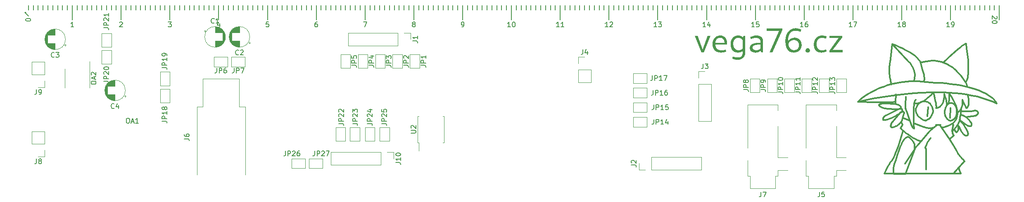
<source format=gbr>
%TF.GenerationSoftware,KiCad,Pcbnew,7.0.9*%
%TF.CreationDate,2023-12-16T00:38:21+01:00*%
%TF.ProjectId,gauge,67617567-652e-46b6-9963-61645f706362,rev?*%
%TF.SameCoordinates,Original*%
%TF.FileFunction,Legend,Top*%
%TF.FilePolarity,Positive*%
%FSLAX46Y46*%
G04 Gerber Fmt 4.6, Leading zero omitted, Abs format (unit mm)*
G04 Created by KiCad (PCBNEW 7.0.9) date 2023-12-16 00:38:21*
%MOMM*%
%LPD*%
G01*
G04 APERTURE LIST*
%ADD10C,0.300000*%
%ADD11C,0.150000*%
%ADD12C,0.120000*%
G04 APERTURE END LIST*
D10*
X205509207Y-105357446D02*
X205540342Y-105341208D01*
D11*
X161000000Y-86000000D02*
X161000000Y-85000000D01*
X63000000Y-86000000D02*
X63000000Y-85000000D01*
D10*
X222850046Y-117045831D02*
X222849433Y-117037536D01*
X208401540Y-119620553D02*
X208402228Y-119620506D01*
X218894929Y-107606126D02*
X218920061Y-107682839D01*
X224835637Y-106672012D02*
X224915623Y-106662383D01*
X219179029Y-104813343D02*
X219217353Y-104986726D01*
X223709693Y-105391956D02*
X223727341Y-105292003D01*
X223402866Y-100320205D02*
X223324909Y-100524402D01*
X205318745Y-105507674D02*
X205318743Y-105507674D01*
X207931484Y-116988432D02*
X207882641Y-117049050D01*
X219349031Y-108372692D02*
X219424019Y-108441791D01*
X222848585Y-117069814D02*
X222849570Y-117061991D01*
X210694113Y-112368684D02*
X210637826Y-112423034D01*
X209361416Y-106335517D02*
X209116431Y-106357980D01*
X209574791Y-119633147D02*
X209600547Y-119632775D01*
X206978960Y-118513067D02*
X206781080Y-118923881D01*
X215749887Y-110895137D02*
X215670590Y-110968690D01*
X225216417Y-107646301D02*
X225178757Y-107665662D01*
X225613914Y-106974662D02*
X225627509Y-107017385D01*
X210158406Y-119644924D02*
X210174521Y-119644910D01*
X217048832Y-106140899D02*
X217124541Y-106133962D01*
X213250571Y-112704291D02*
X213477169Y-112800942D01*
X206044566Y-106041274D02*
X205929783Y-105995512D01*
X207759440Y-109843657D02*
X207762967Y-109875316D01*
X225585285Y-106908734D02*
X225596024Y-106930778D01*
X208398325Y-119621085D02*
X208398939Y-119620941D01*
X209819931Y-105875470D02*
X209840003Y-105921630D01*
X210025677Y-119647638D02*
X210028526Y-119647686D01*
X209633336Y-107127108D02*
X207903535Y-109276296D01*
X219558677Y-105213638D02*
X219583120Y-105153906D01*
X219481542Y-105316805D02*
X219420757Y-105375923D01*
D11*
X42000000Y-86000000D02*
X42000000Y-85000000D01*
D10*
X222835801Y-116994779D02*
X222830597Y-116986124D01*
X219061294Y-107996375D02*
X219108086Y-108074387D01*
X208403089Y-119620485D02*
X208403942Y-119620531D01*
X213773549Y-105022355D02*
X213879599Y-104949843D01*
X206318759Y-108570414D02*
X206376424Y-108577837D01*
X213190874Y-113821746D02*
X212973607Y-114103283D01*
X212495892Y-110304572D02*
X212528097Y-110319870D01*
X216579376Y-103239714D02*
X216681734Y-103644082D01*
X215110492Y-104811931D02*
X215278581Y-104876474D01*
D11*
X207000000Y-85000000D02*
X207000000Y-86000000D01*
D10*
X207846564Y-109399554D02*
X207828009Y-109447551D01*
X205454894Y-105389636D02*
X205480750Y-105373642D01*
X210699760Y-119645882D02*
X210722472Y-119641923D01*
D11*
X228000000Y-85000000D02*
X228000000Y-86000000D01*
D10*
X220458623Y-104235878D02*
X220623080Y-104534105D01*
X221431442Y-110927822D02*
X221383894Y-110985752D01*
X210223988Y-119649399D02*
X210227996Y-119650101D01*
X209749508Y-119637318D02*
X209749508Y-119637318D01*
X208656476Y-119633678D02*
X208662908Y-119633912D01*
X221223088Y-106209437D02*
X221199413Y-106119259D01*
X219670032Y-104817925D02*
X219687833Y-104706596D01*
X208414728Y-119623983D02*
X208415560Y-119624226D01*
X209867191Y-106072831D02*
X209857906Y-106123567D01*
X225610443Y-107268696D02*
X225586694Y-107305423D01*
D11*
X66000000Y-85000000D02*
X66000000Y-86000000D01*
D10*
X210575809Y-119651536D02*
X210577251Y-119651631D01*
X222221893Y-110874832D02*
X222314668Y-111026655D01*
X220418157Y-108588310D02*
X220478420Y-108557215D01*
X212527364Y-98401324D02*
X212574573Y-98562164D01*
D11*
X144000000Y-86000000D02*
X144000000Y-85000000D01*
X178000000Y-85000000D02*
X178000000Y-86000000D01*
D10*
X210998034Y-112144816D02*
X210952108Y-112171329D01*
X224611776Y-106713918D02*
X224682504Y-106698536D01*
X209356861Y-113875526D02*
X209185517Y-114317198D01*
X219280206Y-108300994D02*
X219349031Y-108372692D01*
D11*
X226000000Y-85000000D02*
X226000000Y-86000000D01*
D10*
X214324538Y-112506405D02*
X213190874Y-113821746D01*
X219629233Y-105006555D02*
X219650418Y-104917707D01*
X208137471Y-108093059D02*
X208456518Y-107914445D01*
X210470859Y-107080012D02*
X210465000Y-107061134D01*
X207310808Y-108394924D02*
X207493473Y-108334853D01*
X206441182Y-108579861D02*
X206512267Y-108576904D01*
X221584643Y-109362291D02*
X221632719Y-109277857D01*
X221259876Y-106026153D02*
X221306215Y-106194319D01*
X212464325Y-110286316D02*
X212495892Y-110304572D01*
X214813792Y-114279707D02*
X214813792Y-114279707D01*
X208412249Y-119623096D02*
X208413900Y-119623709D01*
X222307385Y-105913444D02*
X222346639Y-105791718D01*
X223178973Y-92910583D02*
X223178973Y-92910583D01*
X212815474Y-105206110D02*
X212963902Y-105198628D01*
X219132802Y-104626226D02*
X219179029Y-104813343D01*
X205839916Y-105239770D02*
X205895319Y-105228942D01*
X222847173Y-117077435D02*
X222848585Y-117069814D01*
X203967534Y-102746202D02*
X204398893Y-102523778D01*
X208454967Y-119629503D02*
X208461191Y-119629341D01*
X218434700Y-105038979D02*
X218493801Y-104891072D01*
X208550594Y-106365865D02*
X208248710Y-106355518D01*
X207915228Y-101251478D02*
X207802986Y-100844522D01*
X223741270Y-105183996D02*
X223751029Y-105067650D01*
D11*
X181000000Y-86000000D02*
X181000000Y-85000000D01*
D10*
X208662908Y-119633912D02*
X208669348Y-119633974D01*
X211432597Y-112091954D02*
X211344059Y-112035113D01*
X212146686Y-97545182D02*
X212217748Y-97673570D01*
X214976374Y-110144537D02*
X215119439Y-110177300D01*
X209857599Y-119639833D02*
X209853353Y-119639969D01*
X225421657Y-106731341D02*
X225446669Y-106747582D01*
X220940947Y-105179700D02*
X221083168Y-105516851D01*
X211344063Y-112035152D02*
X211312067Y-112036789D01*
X221383894Y-110985752D02*
X221330432Y-111041818D01*
X208445641Y-119629917D02*
X208448748Y-119629749D01*
X214637317Y-110042269D02*
X214733741Y-110075070D01*
X215441207Y-110229126D02*
X215527927Y-110237804D01*
X225055318Y-107715308D02*
X225010622Y-107728526D01*
X222811025Y-105246126D02*
X222953256Y-105562255D01*
X220380469Y-110960762D02*
X220375890Y-110897516D01*
X219274359Y-105442202D02*
X219287725Y-105444784D01*
X223688778Y-105484141D02*
X223709693Y-105391956D01*
X205392137Y-105434810D02*
X205410666Y-105420380D01*
X207903535Y-109276296D02*
X207892249Y-109298096D01*
X208613068Y-119629222D02*
X208620980Y-119629635D01*
X212222563Y-95044641D02*
X212677882Y-95384140D01*
X209931785Y-106928289D02*
X209881769Y-106952192D01*
X209743315Y-110220405D02*
X209743315Y-110220405D01*
X210469388Y-107271653D02*
X210473504Y-107256449D01*
X210478890Y-107116586D02*
X210475453Y-107098521D01*
D11*
X104000000Y-86000000D02*
X104000000Y-85000000D01*
D10*
X207829521Y-110050649D02*
X207851081Y-110073986D01*
D11*
X143000000Y-86000000D02*
X143000000Y-85000000D01*
D10*
X218302202Y-105298855D02*
X218370611Y-105174733D01*
X219727933Y-104297182D02*
X219736058Y-104133522D01*
X209680226Y-107079225D02*
X209663003Y-107094940D01*
X224437466Y-106759463D02*
X224546554Y-106729705D01*
X209973458Y-119643021D02*
X209976020Y-119643270D01*
X217039937Y-109578747D02*
X218002251Y-109559798D01*
X221608298Y-109901020D02*
X221626827Y-110005853D01*
D11*
X208000000Y-85000000D02*
X208000000Y-86000000D01*
D10*
X222807509Y-117155582D02*
X222811401Y-117150914D01*
X210230457Y-119650996D02*
X210229780Y-119651260D01*
X213570117Y-96289943D02*
X213692177Y-96478442D01*
X210834828Y-106387364D02*
X210848603Y-106417847D01*
X207504574Y-99092054D02*
X207476992Y-98716025D01*
X210067209Y-106838494D02*
X210101386Y-106797348D01*
X210483243Y-107182918D02*
X210483347Y-107167373D01*
X215082006Y-96523735D02*
X214505532Y-96651564D01*
X216782301Y-104065901D02*
X216891453Y-104559795D01*
X220538338Y-109779849D02*
X220543568Y-109735598D01*
X217918697Y-105763215D02*
X217998703Y-105689440D01*
X206232413Y-108150503D02*
X206214090Y-108194350D01*
D11*
X79000000Y-85000000D02*
X79000000Y-86000000D01*
D10*
X208682244Y-119633791D02*
X208695142Y-119633552D01*
X218123714Y-96645602D02*
X217666054Y-96534052D01*
X222559076Y-104661202D02*
X222811025Y-105246126D01*
X217602160Y-105978457D02*
X217679437Y-105935584D01*
X208033604Y-92950148D02*
X211384265Y-96530502D01*
X210316916Y-119655530D02*
X210316916Y-119655530D01*
X220969467Y-110860825D02*
X220952630Y-110831869D01*
X210764254Y-119631527D02*
X210764254Y-119631527D01*
X210191400Y-119645885D02*
X210195617Y-119646155D01*
X221078954Y-110992149D02*
X221060333Y-110974907D01*
X221087567Y-98362127D02*
X220784204Y-98094646D01*
X218547248Y-104730491D02*
X218594374Y-104556715D01*
D11*
X34000000Y-86000000D02*
X34000000Y-85000000D01*
D10*
X220120316Y-97590465D02*
X219759643Y-97359595D01*
X222840880Y-117098877D02*
X222843268Y-117091988D01*
X225098226Y-107700321D02*
X225055318Y-107715308D01*
X228558899Y-104764161D02*
X229502891Y-105196553D01*
X215571942Y-108365691D02*
X215528259Y-108390772D01*
X206794598Y-107619231D02*
X206765627Y-107632623D01*
D11*
X211000000Y-86000000D02*
X211000000Y-85000000D01*
D10*
X221957002Y-106593158D02*
X222011601Y-106513927D01*
X207777556Y-109619526D02*
X207771332Y-109650905D01*
X212884867Y-106651209D02*
X212867955Y-106484195D01*
X212131461Y-112737334D02*
X212076123Y-112670422D01*
D11*
X38000000Y-85000000D02*
X38000000Y-86000000D01*
D10*
X205364270Y-105595933D02*
X205338949Y-105552601D01*
D11*
X80000000Y-85000000D02*
X80000000Y-88000000D01*
D10*
X219432281Y-105397414D02*
X219457309Y-105373929D01*
X223947680Y-109862800D02*
X223867288Y-109850192D01*
D11*
X158000000Y-85000000D02*
X158000000Y-86000000D01*
D10*
X220959702Y-108723368D02*
X221061526Y-108566709D01*
X215453056Y-104961527D02*
X215633950Y-105068326D01*
X216990937Y-105070002D02*
X217031348Y-105313799D01*
D11*
X103000000Y-86000000D02*
X103000000Y-85000000D01*
D10*
X209779507Y-119637318D02*
X209802530Y-119637712D01*
X209905184Y-106216805D02*
X209891318Y-106209136D01*
X210571295Y-119651827D02*
X210572946Y-119651632D01*
X207608547Y-96706519D02*
X208033604Y-92950148D01*
X206781080Y-118923881D02*
X206620660Y-119270880D01*
X224333580Y-109592586D02*
X224318597Y-109652886D01*
X209525825Y-107262473D02*
X209695231Y-107145677D01*
X210939442Y-106639758D02*
X211083620Y-107029357D01*
X206462030Y-107838461D02*
X206433151Y-107866064D01*
X220468695Y-111398737D02*
X220456341Y-111361296D01*
X226534806Y-104054824D02*
X227567854Y-104384436D01*
D11*
X193000000Y-86000000D02*
X193000000Y-85000000D01*
D10*
X211939114Y-109483352D02*
X211982369Y-109593442D01*
X224299949Y-109323925D02*
X224321055Y-109394486D01*
X221781596Y-110002490D02*
X221817017Y-110066463D01*
X223750771Y-104665718D02*
X223739336Y-104513157D01*
X221572626Y-115513810D02*
X221555832Y-115483360D01*
X221348154Y-107826444D02*
X221383743Y-107611163D01*
X214505532Y-96651564D02*
X213908997Y-96829493D01*
X210727715Y-119640691D02*
X210732932Y-119639370D01*
X214722684Y-108662204D02*
X214591408Y-108612944D01*
X214644209Y-104728985D02*
X214793339Y-104739423D01*
X206082170Y-105205470D02*
X206151597Y-105201181D01*
X207775962Y-109937065D02*
X207785702Y-109966895D01*
X212949560Y-106961592D02*
X212912319Y-106810286D01*
X212641873Y-99987431D02*
X212599542Y-100178895D01*
X205318743Y-105507674D02*
X205332190Y-105491152D01*
X208151844Y-116636759D02*
X208037263Y-116832558D01*
X222900165Y-109346775D02*
X222703143Y-109202897D01*
X218370611Y-105174733D02*
X218434700Y-105038979D01*
X223696736Y-104178446D02*
X223664669Y-103995725D01*
X212606295Y-112391836D02*
X212815004Y-112499221D01*
X209857906Y-106123567D02*
X209830839Y-106168659D01*
X212525840Y-105561211D02*
X212581762Y-105153810D01*
X208419020Y-119627656D02*
X208419818Y-119628472D01*
X210092547Y-113197080D02*
X210030238Y-113319769D01*
X211658684Y-111827108D02*
X211834983Y-111942036D01*
X208639367Y-119632492D02*
X208640181Y-119632628D01*
X216175069Y-96406714D02*
X215638494Y-96443090D01*
X207643265Y-117330340D02*
X207536422Y-117490739D01*
X221622383Y-110491196D02*
X221608334Y-110555148D01*
X219759060Y-95610120D02*
X220491992Y-94937293D01*
X205787823Y-105251832D02*
X205839916Y-105239770D01*
X208403942Y-119620531D02*
X208404790Y-119620635D01*
X213843692Y-103006205D02*
X216180670Y-102922048D01*
X208620980Y-119629635D02*
X208624933Y-119629898D01*
X222809100Y-116960336D02*
X222809100Y-116960336D01*
X209763675Y-106169841D02*
X209741677Y-106168244D01*
X210214030Y-109551892D02*
X210214030Y-109551892D01*
X212963902Y-105198628D02*
X213049622Y-105189543D01*
X218795635Y-106988052D02*
X218799655Y-107080182D01*
X209649679Y-109221240D02*
X209721110Y-109137984D01*
X216023919Y-105532127D02*
X216092488Y-105662434D01*
X221957671Y-119143053D02*
X221884273Y-118947150D01*
X215824393Y-112412203D02*
X215874438Y-112367984D01*
D11*
X230000000Y-85000000D02*
X230000000Y-88000000D01*
D10*
X220637474Y-113915947D02*
X219798619Y-112555796D01*
X225301362Y-106680840D02*
X225334619Y-106691029D01*
X206274765Y-108068472D02*
X206252704Y-108108551D01*
X208400209Y-119620708D02*
X208400867Y-119620621D01*
D11*
X189000000Y-85000000D02*
X189000000Y-86000000D01*
D10*
X212589689Y-113472709D02*
X212548676Y-113387340D01*
X221233353Y-114902203D02*
X220637474Y-113915947D01*
X214901756Y-114387674D02*
X214889704Y-114370237D01*
D11*
X165000000Y-86000000D02*
X165000000Y-85000000D01*
D10*
X220543568Y-109735598D02*
X220546958Y-109687066D01*
X206491087Y-107812549D02*
X206462030Y-107838461D01*
D11*
X202000000Y-86000000D02*
X202000000Y-85000000D01*
D10*
X216092488Y-105662434D02*
X216162399Y-105807429D01*
X220070133Y-105059599D02*
X220028592Y-105062266D01*
X210551629Y-119656132D02*
X210552151Y-119656040D01*
X209732326Y-105749253D02*
X209765690Y-105789313D01*
X219261731Y-105270317D02*
X219263501Y-105369542D01*
X207198890Y-118081698D02*
X206978960Y-118513067D01*
X211746372Y-100650040D02*
X212534510Y-100628041D01*
X212699951Y-104674313D02*
X212749495Y-104557008D01*
X206819684Y-107608736D02*
X206819684Y-107608736D01*
X211041742Y-112121983D02*
X210998034Y-112144816D01*
X222336043Y-107572482D02*
X222253291Y-107548455D01*
X212034020Y-109709377D02*
X212066647Y-109776244D01*
X212703775Y-114469607D02*
X212681643Y-114503292D01*
X225115859Y-106654977D02*
X225154743Y-106657110D01*
D11*
X91000000Y-86000000D02*
X91000000Y-85000000D01*
D10*
X210800154Y-106285053D02*
X210810649Y-106320777D01*
X211677198Y-112274535D02*
X211599119Y-112211926D01*
D11*
X121000000Y-86000000D02*
X121000000Y-85000000D01*
D10*
X221555832Y-115483360D02*
X221544475Y-115457972D01*
X220620601Y-111834149D02*
X220623858Y-111832015D01*
X223281546Y-110537704D02*
X223122467Y-110257644D01*
X210337470Y-106886878D02*
X210313001Y-106868397D01*
X216417584Y-106743366D02*
X216417922Y-106830352D01*
X215874438Y-112367984D02*
X215924059Y-112331089D01*
X212682152Y-109308328D02*
X214454252Y-109969499D01*
X209695337Y-105711160D02*
X209732326Y-105749253D01*
X213865704Y-96860335D02*
X213865704Y-96860335D01*
D11*
X177000000Y-85000000D02*
X177000000Y-86000000D01*
D10*
X221473358Y-110868279D02*
X221431442Y-110927822D01*
X221397751Y-106685077D02*
X221410105Y-106841955D01*
D11*
X162000000Y-86000000D02*
X162000000Y-85000000D01*
D10*
X221884273Y-118947150D02*
X221807548Y-118748066D01*
X220630419Y-111826699D02*
X220633605Y-111823473D01*
X219798619Y-112555796D02*
X217771058Y-109587932D01*
X210572946Y-119651632D02*
X210573300Y-119651583D01*
X210624416Y-119645802D02*
X210662091Y-119645981D01*
X210561486Y-119653588D02*
X210563121Y-119653277D01*
X220196263Y-105065639D02*
X220141848Y-105060266D01*
X223555424Y-111629372D02*
X223583300Y-111559045D01*
X208037154Y-110113550D02*
X208087054Y-110108252D01*
X214967166Y-114514297D02*
X214961639Y-114499990D01*
X225644150Y-107095075D02*
X225648367Y-107127904D01*
X222429295Y-101551924D02*
X221666735Y-101409943D01*
D11*
X180000000Y-85000000D02*
X180000000Y-88000000D01*
D10*
X220506332Y-111495109D02*
X220493827Y-111465606D01*
X223692676Y-109798374D02*
X223599689Y-109760669D01*
X209853353Y-119639969D02*
X209850380Y-119640089D01*
X214983259Y-114566026D02*
X214976336Y-114541319D01*
X215821296Y-105198109D02*
X215860578Y-105257106D01*
X223729437Y-108517652D02*
X223859268Y-108657506D01*
X224546554Y-106729705D02*
X224611776Y-106713918D01*
X218855050Y-107457561D02*
X218894929Y-107606126D01*
X221959954Y-116015969D02*
X221767293Y-115782259D01*
X206151597Y-105201181D02*
X206224727Y-105198926D01*
D11*
X222000000Y-86000000D02*
X222000000Y-85000000D01*
D10*
X223756166Y-104942678D02*
X223756230Y-104808796D01*
X223511679Y-111687581D02*
X223555424Y-111629372D01*
X223624821Y-103802378D02*
X223576743Y-103598121D01*
X210230400Y-119650825D02*
X210230457Y-119650996D01*
X211384265Y-96530502D02*
X211461845Y-96610503D01*
X212681643Y-114503292D02*
X212681643Y-114503292D01*
X210904103Y-112201795D02*
X210854161Y-112236490D01*
X222375245Y-93371225D02*
X222688397Y-93157789D01*
X221183168Y-111063358D02*
X221150706Y-111045226D01*
X210101386Y-106797348D02*
X210125597Y-106760027D01*
X221555594Y-109637985D02*
X221609173Y-109719282D01*
X223599689Y-109760669D02*
X223503734Y-109716103D01*
X218706328Y-103719247D02*
X218711844Y-103471685D01*
X208407300Y-119621235D02*
X208408129Y-119621507D01*
D11*
X70000000Y-85000000D02*
X70000000Y-88000000D01*
D10*
X221061526Y-108566709D02*
X221152463Y-108399049D01*
X225407114Y-107511501D02*
X225379433Y-107535408D01*
X223581461Y-105780917D02*
X223610936Y-105716946D01*
X208421528Y-119630122D02*
X208421528Y-119630122D01*
X225651531Y-107194182D02*
X225651531Y-107194182D01*
X220782781Y-108334920D02*
X220841216Y-108275316D01*
X208413900Y-119623709D02*
X208414728Y-119623983D01*
X219984869Y-101165483D02*
X219062273Y-101065764D01*
X209728103Y-106242972D02*
X209654805Y-106272722D01*
X207882641Y-117049050D02*
X207836893Y-117096871D01*
D11*
X194000000Y-86000000D02*
X194000000Y-85000000D01*
D10*
X209830839Y-106168659D02*
X209787176Y-106208372D01*
X207510472Y-97316887D02*
X207536612Y-97112866D01*
X201986227Y-103997316D02*
X202529956Y-103611085D01*
X214591408Y-108612944D02*
X214436094Y-108546620D01*
X212435813Y-113178988D02*
X212363205Y-113060191D01*
X221254728Y-111091873D02*
X221236193Y-111086036D01*
X223596285Y-111477550D02*
X223595357Y-111385840D01*
X220648665Y-111788195D02*
X220649077Y-111781073D01*
X226865995Y-102979720D02*
X226457809Y-102785737D01*
X220385549Y-110452665D02*
X220394614Y-110367283D01*
D11*
X96000000Y-85000000D02*
X96000000Y-86000000D01*
D10*
X210109512Y-106519803D02*
X210100910Y-106483850D01*
X205318745Y-105507674D02*
X205318745Y-105507674D01*
X222584943Y-116721410D02*
X222391947Y-116509041D01*
X215421430Y-105942679D02*
X215217701Y-107799220D01*
X214889704Y-114370237D02*
X214876660Y-114352539D01*
X219126003Y-105802872D02*
X219071141Y-105917995D01*
X216368124Y-106390492D02*
X216386848Y-106478756D01*
X220952630Y-110831869D02*
X220936533Y-110800679D01*
X208417533Y-119626111D02*
X208418258Y-119626864D01*
X212681643Y-114503292D02*
X210649285Y-117560700D01*
X210589151Y-119651977D02*
X210590893Y-119652061D01*
X212633206Y-114361896D02*
X212617116Y-114290524D01*
D11*
X105000000Y-86000000D02*
X105000000Y-85000000D01*
D10*
X210748373Y-105966089D02*
X210756599Y-106048691D01*
D11*
X199000000Y-85000000D02*
X199000000Y-86000000D01*
D10*
X220028592Y-105062266D02*
X219983691Y-105067593D01*
X213466606Y-105103321D02*
X213588820Y-105066239D01*
X214454252Y-109969499D02*
X214454252Y-109969499D01*
X219318162Y-109876708D02*
X219602287Y-109764383D01*
X210575088Y-119651509D02*
X210575809Y-119651536D01*
X208415560Y-119624226D02*
X208415868Y-119624490D01*
X207654423Y-106316822D02*
X207136003Y-106268229D01*
X218949001Y-107760630D02*
X218982013Y-107839088D01*
X206164458Y-108389156D02*
X206163536Y-108437727D01*
X220611625Y-111838723D02*
X220617437Y-111835963D01*
X212693244Y-99428104D02*
X212687928Y-99611768D01*
X225350138Y-107558946D02*
X225319207Y-107581960D01*
X225628648Y-107237963D02*
X225610443Y-107268696D01*
X208638091Y-119631560D02*
X208638679Y-119631767D01*
X221270589Y-106473260D02*
X221242616Y-106298851D01*
X210732932Y-119639370D02*
X210743328Y-119636601D01*
X221272678Y-94251035D02*
X221658357Y-93927835D01*
X220540108Y-109519607D02*
X220535700Y-109489010D01*
X209864013Y-106196130D02*
X209837423Y-106185989D01*
X221375852Y-106524420D02*
X221397751Y-106685077D01*
X209832350Y-106977839D02*
X209784647Y-107005084D01*
D11*
X198000000Y-85000000D02*
X198000000Y-86000000D01*
D10*
X209022420Y-105366385D02*
X209115329Y-105395781D01*
X212459885Y-106519678D02*
X212485880Y-106021456D01*
X211732311Y-94721848D02*
X212222563Y-95044641D01*
X220768112Y-119600392D02*
X222123248Y-119600392D01*
X223593475Y-96333168D02*
X223636139Y-97015044D01*
X218827272Y-107318204D02*
X218855050Y-107457561D01*
X220360179Y-105119663D02*
X220242886Y-105074685D01*
D11*
X30250000Y-86500000D02*
X30500000Y-86500000D01*
D10*
X218799655Y-107080182D02*
X218809504Y-107191322D01*
D11*
X86000000Y-85000000D02*
X86000000Y-86000000D01*
D10*
X208392926Y-119623447D02*
X208392926Y-119623447D01*
D11*
X145000000Y-86000000D02*
X145000000Y-85000000D01*
D10*
X206512267Y-108576904D02*
X206588918Y-108569382D01*
X222236200Y-108967178D02*
X221887944Y-108523109D01*
X224091560Y-109857649D02*
X224022643Y-109865536D01*
X210154886Y-113082458D02*
X210092547Y-113197080D01*
D11*
X82000000Y-86000000D02*
X82000000Y-85000000D01*
D10*
X210242536Y-108111255D02*
X211548033Y-108683390D01*
X220646412Y-111756096D02*
X220644028Y-111746492D01*
X225641463Y-107214470D02*
X225628648Y-107237963D01*
X210737103Y-105657248D02*
X210739148Y-105804306D01*
X210554733Y-119655420D02*
X210555757Y-119655119D01*
X225266347Y-106672438D02*
X225301362Y-106680840D01*
X215894025Y-110248089D02*
X215989372Y-110243333D01*
X218077723Y-105606638D02*
X218155091Y-105514287D01*
X206163536Y-108437727D02*
X206174288Y-108478397D01*
X221212001Y-111076746D02*
X221183168Y-111063358D01*
X214995075Y-114646761D02*
X214994711Y-114637090D01*
X214626050Y-99871002D02*
X214636038Y-100042629D01*
X210545905Y-119656656D02*
X210547406Y-119656589D01*
X222703143Y-109202897D02*
X222516414Y-109058669D01*
D11*
X73000000Y-86000000D02*
X73000000Y-85000000D01*
D10*
X220545826Y-109578689D02*
X220543459Y-109549516D01*
D11*
X151000000Y-86000000D02*
X151000000Y-85000000D01*
D10*
X221133431Y-111034179D02*
X221115630Y-111021705D01*
X214633040Y-104564301D02*
X214807834Y-104450639D01*
X218797635Y-106858396D02*
X218795352Y-106918199D01*
X220467139Y-109247217D02*
X220600710Y-109130950D01*
D11*
X106000000Y-85000000D02*
X106000000Y-86000000D01*
D10*
X209802530Y-119637712D02*
X209814043Y-119637930D01*
X209881769Y-106952192D02*
X209832350Y-106977839D01*
X209867191Y-106072831D02*
X209867191Y-106072831D01*
X223599582Y-108387062D02*
X223729437Y-108517652D01*
X213262554Y-105559067D02*
X213409239Y-105369049D01*
X225010622Y-107728526D02*
X224964119Y-107739819D01*
X220722954Y-108389136D02*
X220782781Y-108334920D01*
D11*
X111000000Y-86000000D02*
X111000000Y-85000000D01*
D10*
X206224727Y-105198926D02*
X206301639Y-105198865D01*
X205428752Y-105677855D02*
X205394330Y-105637681D01*
X208393410Y-119623142D02*
X208393906Y-119622851D01*
X221544475Y-115457972D02*
X221544475Y-115457972D01*
X212189319Y-109990766D02*
X212237802Y-110060892D01*
X211929561Y-97199154D02*
X212074437Y-97423138D01*
X219533632Y-105264892D02*
X219558677Y-105213638D01*
X210533538Y-119656299D02*
X210536562Y-119656476D01*
X218569077Y-96749096D02*
X219146111Y-96189624D01*
X207136003Y-106268229D02*
X206630228Y-106209045D01*
X205650609Y-105293836D02*
X205693248Y-105279025D01*
X209698569Y-119634506D02*
X209706733Y-119635063D01*
X207892249Y-109298096D02*
X207864180Y-109357953D01*
X220242886Y-105074685D02*
X220196263Y-105065639D01*
X210802421Y-112275687D02*
X210749025Y-112319660D01*
X210014954Y-119647089D02*
X210018890Y-119647347D01*
D11*
X33000000Y-86000000D02*
X33000000Y-85000000D01*
D10*
X221568136Y-110682479D02*
X221541423Y-110745356D01*
X216195104Y-103275732D02*
X216415331Y-103046373D01*
X222902658Y-111684314D02*
X222969314Y-111723105D01*
X210574012Y-119651523D02*
X210574370Y-119651509D01*
D11*
X59000000Y-85000000D02*
X59000000Y-86000000D01*
D10*
X229413934Y-105026000D02*
X229282998Y-104829362D01*
X221412215Y-106994413D02*
X221403381Y-107141815D01*
X208376648Y-110033101D02*
X208503279Y-109986236D01*
X215198530Y-113390293D02*
X215285711Y-113216534D01*
D11*
X176000000Y-85000000D02*
X176000000Y-86000000D01*
D10*
X208708023Y-119633678D02*
X208708023Y-119633678D01*
D11*
X227000000Y-85000000D02*
X227000000Y-86000000D01*
D10*
X221637499Y-98913294D02*
X221371974Y-98635982D01*
X212455557Y-108594992D02*
X212441789Y-107570584D01*
X225648367Y-107127904D02*
X225651520Y-107176188D01*
D11*
X126000000Y-85000000D02*
X126000000Y-86000000D01*
D10*
X214427708Y-98781262D02*
X214536649Y-99266621D01*
X215633950Y-105068326D02*
X215821296Y-105198109D01*
X210573300Y-119651583D02*
X210573655Y-119651547D01*
X215616830Y-111022093D02*
X215148547Y-111554585D01*
X209519186Y-105577827D02*
X209566648Y-105608370D01*
X221609173Y-109719282D02*
X221674375Y-109822045D01*
D11*
X164000000Y-86000000D02*
X164000000Y-85000000D01*
D10*
X220539467Y-108522004D02*
X220600861Y-108482424D01*
D11*
X149000000Y-85000000D02*
X149000000Y-86000000D01*
D10*
X215483909Y-108411335D02*
X215438950Y-108427015D01*
X210316916Y-119655530D02*
X210429932Y-119655530D01*
X208300799Y-119128445D02*
X208313592Y-119235479D01*
D11*
X192000000Y-86000000D02*
X192000000Y-85000000D01*
D10*
X220848172Y-108869387D02*
X220959702Y-108723368D01*
X209635595Y-106182167D02*
X209635595Y-106182167D01*
X222346639Y-105791718D02*
X222381669Y-105663580D01*
X222506162Y-107635771D02*
X222420766Y-107601974D01*
D11*
X64000000Y-86000000D02*
X64000000Y-85000000D01*
D10*
X225379433Y-107535408D02*
X225350138Y-107558946D01*
X209976020Y-119643270D02*
X209981134Y-119643873D01*
X222065531Y-106428881D02*
X222118286Y-106337935D01*
X213601074Y-108001216D02*
X213509591Y-107912333D01*
X208491174Y-119629459D02*
X208514934Y-119630122D01*
D11*
X201000000Y-86000000D02*
X201000000Y-85000000D01*
D10*
X221023158Y-110935090D02*
X221004858Y-110912355D01*
X218968081Y-106181930D02*
X218920527Y-106331730D01*
X221598792Y-106992119D02*
X221691775Y-106905073D01*
X210569653Y-119652068D02*
X210571295Y-119651827D01*
X210782121Y-106209698D02*
X210800154Y-106285053D01*
X212544984Y-105183192D02*
X212613798Y-105195441D01*
X212018023Y-112056490D02*
X212207675Y-112169953D01*
X210256764Y-119655530D02*
X210256764Y-119655530D01*
D11*
X224000000Y-86000000D02*
X224000000Y-85000000D01*
D10*
X219424019Y-108441791D02*
X219505430Y-108507882D01*
X219062273Y-101065764D02*
X218083042Y-100982891D01*
D11*
X134000000Y-86000000D02*
X134000000Y-85000000D01*
D10*
X221519396Y-107058634D02*
X221598792Y-106992119D01*
X223451086Y-111732721D02*
X223451086Y-111732721D01*
X214955434Y-114485191D02*
X214948511Y-114469928D01*
X225464806Y-103772772D02*
X226534806Y-104054824D01*
X220571976Y-111619402D02*
X220552787Y-111587768D01*
X219688566Y-108629407D02*
X219790814Y-108684023D01*
X207466996Y-97926573D02*
X207476028Y-97724220D01*
X220510973Y-109906421D02*
X220517585Y-109883107D01*
X213694822Y-108083997D02*
X213601074Y-108001216D01*
X220785719Y-104850416D02*
X220940947Y-105179700D01*
D11*
X120000000Y-85000000D02*
X120000000Y-88000000D01*
D10*
X222011601Y-106513927D02*
X222065531Y-106428881D01*
X210379469Y-106924889D02*
X210359590Y-106905733D01*
X208402228Y-119620506D02*
X208402228Y-119620506D01*
X220005320Y-106152750D02*
X219893564Y-108130639D01*
X209438134Y-119633598D02*
X209506467Y-119633936D01*
X208415560Y-119624226D02*
X208415560Y-119624226D01*
X210457768Y-107041960D02*
X210449055Y-107022566D01*
X223782081Y-109828466D02*
X223692676Y-109798374D01*
X215285711Y-113216534D02*
X215377872Y-113044299D01*
X210100910Y-106483850D02*
X210091636Y-106450843D01*
X216132233Y-107648660D02*
X216080576Y-107745174D01*
X208398939Y-119620941D02*
X208399567Y-119620815D01*
X221523330Y-109607951D02*
X221541685Y-109658262D01*
X209924152Y-108875452D02*
X209981751Y-108788409D01*
X221291679Y-106789501D02*
X221286040Y-106638229D01*
X222175895Y-116266062D02*
X221959954Y-116015969D01*
X220097413Y-108702707D02*
X220193648Y-108676627D01*
X210426749Y-106983413D02*
X210412941Y-106963803D01*
X218493801Y-104891072D02*
X218547248Y-104730491D01*
X201255592Y-104587862D02*
X201560992Y-104328875D01*
X208767324Y-105303114D02*
X208814584Y-105312718D01*
X210722472Y-119641923D02*
X210722472Y-119641923D01*
X222169136Y-106551298D02*
X222165605Y-106366823D01*
X206195950Y-108511584D02*
X206227758Y-108537704D01*
D11*
X130000000Y-85000000D02*
X130000000Y-88000000D01*
D10*
X210194003Y-93878130D02*
X210703825Y-94136150D01*
X207751969Y-100631612D02*
X207697587Y-100381913D01*
X210263525Y-119655793D02*
X210265785Y-119655755D01*
X221544475Y-115457972D02*
X221443370Y-115263646D01*
X221509924Y-110807373D02*
X221473358Y-110868279D01*
X210029139Y-106886308D02*
X209981281Y-106906279D01*
X223399159Y-106041612D02*
X223427936Y-106011392D01*
X208613068Y-119629222D02*
X208613068Y-119629222D01*
X223503734Y-109716103D02*
X223305385Y-109609399D01*
X210578682Y-119651712D02*
X210582176Y-119651774D01*
X216080576Y-107745174D02*
X216022728Y-107845576D01*
X223086649Y-105842557D02*
X223145419Y-105957177D01*
X215274908Y-110206147D02*
X215441207Y-110229126D01*
X210270309Y-119655614D02*
X210272569Y-119655554D01*
X212528097Y-110319870D02*
X212485194Y-109473967D01*
X207590360Y-99787516D02*
X207543332Y-99450498D01*
X212373708Y-110216061D02*
X212403208Y-110241835D01*
X212613798Y-105195441D02*
X212698475Y-105203418D01*
X209652053Y-119632874D02*
X209664930Y-119633167D01*
X221138268Y-105938744D02*
X221100120Y-105849470D01*
X215673108Y-112583021D02*
X215723589Y-112520300D01*
X210236015Y-119653594D02*
X210256764Y-119655530D01*
X209739776Y-107033781D02*
X209718752Y-107048628D01*
X215670590Y-110968690D02*
X215616830Y-111022093D01*
X205431559Y-105405269D02*
X205454894Y-105389636D01*
D11*
X147000000Y-85000000D02*
X147000000Y-86000000D01*
D10*
X214279470Y-98222618D02*
X214427708Y-98781262D01*
X220372854Y-110831219D02*
X220371495Y-110761832D01*
X211158145Y-112072815D02*
X211121938Y-112086256D01*
D11*
X87000000Y-85000000D02*
X87000000Y-86000000D01*
D10*
X223122467Y-110257644D02*
X222946890Y-109974762D01*
X212574573Y-98562164D02*
X212615019Y-98727477D01*
X216537836Y-110212978D02*
X215969086Y-110700601D01*
X223254432Y-106130458D02*
X223267891Y-106140858D01*
X216281440Y-110207574D02*
X216380150Y-110187678D01*
X205922546Y-104931574D02*
X207168283Y-104927716D01*
X212617116Y-114290524D02*
X212606598Y-114218212D01*
X209991354Y-119645148D02*
X209999215Y-119645776D01*
X201009663Y-104816531D02*
X204083559Y-104186545D01*
X210521688Y-112548806D02*
X210462119Y-112620777D01*
X213243517Y-105157631D02*
X213351468Y-105133582D01*
D11*
X98000000Y-85000000D02*
X98000000Y-86000000D01*
D10*
X211312067Y-112036789D02*
X211273759Y-112042127D01*
X209115329Y-105395781D02*
X209214682Y-105431364D01*
X219736058Y-104133522D02*
X219741158Y-103955245D01*
X209214682Y-105431364D02*
X209317258Y-105473393D01*
X210596580Y-119651240D02*
X210600540Y-119650386D01*
X223756230Y-104808796D02*
X223750771Y-104665718D01*
X208999967Y-114779161D02*
X208773280Y-115321763D01*
X216401618Y-106567221D02*
X216412007Y-106655540D01*
X210117637Y-106558961D02*
X210109512Y-106519803D01*
X220855246Y-110513007D02*
X220849640Y-110461037D01*
X209818685Y-110302152D02*
X210039264Y-110525319D01*
X222577561Y-109430964D02*
X222236200Y-108967178D01*
X214262760Y-108461899D02*
X214077425Y-108357445D01*
X205653069Y-105855517D02*
X205602503Y-105823042D01*
X216401164Y-107000413D02*
X216383209Y-107082795D01*
X222093357Y-107399201D02*
X222122982Y-107178057D01*
X222830597Y-116986124D02*
X222824447Y-116977483D01*
X210483347Y-107167373D02*
X210482729Y-107151087D01*
X219384295Y-105428774D02*
X219407862Y-105415491D01*
X215657072Y-108303441D02*
X215614899Y-108336458D01*
X208566559Y-119630122D02*
X208566559Y-119630122D01*
X212363205Y-113060191D02*
X212279306Y-112934435D01*
X224318597Y-109652886D02*
X224292922Y-109709718D01*
X215278581Y-104876474D02*
X215453056Y-104961527D01*
X217031348Y-105313799D02*
X217062497Y-105540763D01*
X208375913Y-119562231D02*
X208392926Y-119623447D01*
X212433422Y-110265329D02*
X212464325Y-110286316D01*
D11*
X101000000Y-86000000D02*
X101000000Y-85000000D01*
D10*
X225178757Y-107665662D02*
X225139366Y-107683720D01*
X205346792Y-102087147D02*
X205862999Y-101877414D01*
X220301724Y-108639173D02*
X220359113Y-108615545D01*
X218834982Y-106669469D02*
X218797634Y-106858396D01*
X220633605Y-111823473D02*
X220636650Y-111819838D01*
X214976336Y-114541319D02*
X214972051Y-114528083D01*
X220600367Y-111659062D02*
X220587025Y-111641632D01*
X210637826Y-112423034D02*
X210580304Y-112482983D01*
D11*
X88000000Y-85000000D02*
X88000000Y-86000000D01*
D10*
X205954109Y-105219510D02*
X206016367Y-105211633D01*
D11*
X136000000Y-85000000D02*
X136000000Y-86000000D01*
D10*
X213879599Y-104949843D02*
X213991703Y-104885470D01*
X220016501Y-108719449D02*
X220097413Y-108702707D01*
D11*
X92000000Y-86000000D02*
X92000000Y-85000000D01*
D10*
X209850380Y-119640089D02*
X209853921Y-119640306D01*
X208572377Y-119630169D02*
X208578190Y-119630108D01*
X214807834Y-104450639D02*
X214988699Y-104324654D01*
D11*
X219000000Y-85000000D02*
X219000000Y-86000000D01*
D10*
X210045615Y-119647549D02*
X210045615Y-119647549D01*
X212599477Y-114074756D02*
X212601470Y-114005605D01*
X215527927Y-110237804D02*
X215616765Y-110244284D01*
X221901547Y-108431644D02*
X221981397Y-108047986D01*
X206473834Y-119600392D02*
X220768112Y-119600392D01*
X210699760Y-119645882D02*
X210699760Y-119645882D01*
D11*
X39000000Y-85000000D02*
X39000000Y-86000000D01*
D10*
X210139083Y-106726887D02*
X210141089Y-106698285D01*
X223119150Y-107960014D02*
X223119150Y-107960014D01*
X220623080Y-104534105D02*
X220785719Y-104850416D01*
X210265785Y-119655755D02*
X210270309Y-119655614D01*
X220505993Y-109360692D02*
X220495174Y-109327368D01*
X211660602Y-96839093D02*
X211789492Y-97003759D01*
X208337161Y-118374502D02*
X208290332Y-118661525D01*
X220411493Y-111183967D02*
X220402102Y-111132559D01*
X213991703Y-104885470D02*
X214109896Y-104830473D01*
D11*
X204000000Y-86000000D02*
X204000000Y-85000000D01*
X163000000Y-86000000D02*
X163000000Y-85000000D01*
D10*
X212074437Y-97423138D02*
X212146686Y-97545182D01*
X208404790Y-119620635D02*
X208405631Y-119620792D01*
X223983732Y-108803730D02*
X224097485Y-108953432D01*
X210291851Y-110815214D02*
X209356861Y-113875526D01*
X209857875Y-119639570D02*
X209858560Y-119639724D01*
X210568016Y-119652344D02*
X210569653Y-119652068D01*
X222122982Y-107178057D02*
X222146421Y-106960581D01*
X221383743Y-107611163D02*
X221402547Y-107383074D01*
X216691805Y-96411692D02*
X216175069Y-96406714D01*
X209658858Y-106175527D02*
X209641641Y-106180118D01*
X218920527Y-106331730D02*
X218876054Y-106494078D01*
X220784204Y-98094646D02*
X220461811Y-97836454D01*
D11*
X166000000Y-85000000D02*
X166000000Y-86000000D01*
D10*
X223335883Y-93945783D02*
X223472075Y-95037785D01*
X209351472Y-119633678D02*
X209438134Y-119633598D01*
X205693248Y-105279025D02*
X205738960Y-105264971D01*
X211939114Y-109483352D02*
X211939114Y-109483352D01*
X208145544Y-104893716D02*
X208485791Y-104862576D01*
X209541264Y-100880137D02*
X210249582Y-100778326D01*
X215175522Y-104185734D02*
X215368192Y-104033269D01*
X222465914Y-104579922D02*
X222448858Y-104397420D01*
X204858701Y-102303347D02*
X205346792Y-102087147D01*
X221206789Y-105856760D02*
X221259876Y-106026153D01*
X222820869Y-117137836D02*
X222826657Y-117128575D01*
X205705731Y-105886485D02*
X205653069Y-105855517D01*
X210274825Y-119655530D02*
X210274825Y-119655530D01*
X210475453Y-107098521D02*
X210470859Y-107080012D01*
X212548676Y-113387340D02*
X212497511Y-113288736D01*
D11*
X183000000Y-86000000D02*
X183000000Y-85000000D01*
D10*
X219258345Y-105406109D02*
X219248804Y-105433064D01*
X207818668Y-108218314D02*
X208137471Y-108093059D01*
X209655126Y-105675004D02*
X209695337Y-105711160D01*
X221817017Y-110066463D02*
X221851101Y-110131020D01*
X207766094Y-109682714D02*
X207761977Y-109714823D01*
X215616830Y-111022093D02*
X215616830Y-111022093D01*
D11*
X133000000Y-86000000D02*
X133000000Y-85000000D01*
D10*
X212403809Y-112281908D02*
X212606295Y-112391836D01*
X210742679Y-105884119D02*
X210748373Y-105966089D01*
X203564794Y-102968382D02*
X203967534Y-102746202D01*
X223583300Y-111559045D02*
X223596285Y-111477550D01*
D11*
X89000000Y-85000000D02*
X89000000Y-86000000D01*
D10*
X212647906Y-98896995D02*
X212672437Y-99070450D01*
X213477169Y-112800942D02*
X213709472Y-112892979D01*
X214606305Y-100479014D02*
X214576432Y-100600928D01*
X211344059Y-112035113D02*
X211344063Y-112035152D01*
X215616765Y-110244284D02*
X215707526Y-110248321D01*
X210563121Y-119653277D02*
X210566384Y-119652644D01*
X212606230Y-113939501D02*
X212613057Y-113877440D01*
X222840109Y-117003429D02*
X222835801Y-116994779D01*
X219726464Y-103083677D02*
X220010291Y-103500771D01*
X215800011Y-110249670D02*
X215894025Y-110248089D01*
X215055877Y-100757463D02*
X215948093Y-100873201D01*
X214912102Y-108720962D02*
X215393441Y-108437446D01*
X216183276Y-110223319D02*
X216281440Y-110207574D01*
X209825550Y-119638217D02*
X209825550Y-119638217D01*
X218155091Y-105514287D02*
X218230140Y-105411866D01*
X225469803Y-106765002D02*
X225491131Y-106783467D01*
X209791931Y-109051656D02*
X209860245Y-108963673D01*
X209568468Y-106297886D02*
X209361416Y-106335517D01*
X213348918Y-100637120D02*
X214189429Y-100679514D01*
X212017679Y-112603340D02*
X211956081Y-112536349D01*
X223013888Y-107895489D02*
X222897872Y-107828751D01*
X222381669Y-105663580D02*
X222411966Y-105528945D01*
X217323212Y-106090927D02*
X217455319Y-106045455D01*
X208416184Y-119624777D02*
X208416509Y-119625085D01*
X206268949Y-108557175D02*
X206318759Y-108570414D01*
X207642747Y-100099268D02*
X207590360Y-99787516D01*
X220986919Y-110887626D02*
X220969467Y-110860825D01*
X209784647Y-107005084D02*
X209739776Y-107033781D01*
X215738827Y-108227513D02*
X215698401Y-108267003D01*
X209654805Y-106272722D02*
X209568468Y-106297886D01*
X212638922Y-113725491D02*
X212659794Y-113639977D01*
X209795026Y-105831375D02*
X209819931Y-105875470D01*
X210022825Y-119647549D02*
X210025677Y-119647638D01*
X209922940Y-119641651D02*
X209933509Y-119641387D01*
X221674375Y-109822045D02*
X221709567Y-109879484D01*
X229076875Y-104573199D02*
X228941506Y-104426243D01*
X212886535Y-114218229D02*
X212803228Y-114330160D01*
X221115630Y-111021705D02*
X221097428Y-111007722D01*
X209721259Y-106168055D02*
X209702596Y-106168980D01*
X224362906Y-103535725D02*
X225464806Y-103772772D01*
D11*
X69000000Y-85000000D02*
X69000000Y-86000000D01*
D10*
X216215101Y-107479008D02*
X216177231Y-107558962D01*
X219240782Y-105603842D02*
X219182657Y-105698319D01*
X222753430Y-107751400D02*
X222673791Y-107711644D01*
D11*
X155000000Y-86000000D02*
X155000000Y-85000000D01*
D10*
X210555757Y-119655119D02*
X210557799Y-119654487D01*
X208248710Y-106355518D02*
X207654423Y-106316822D01*
X219894785Y-109623953D02*
X220041224Y-109542296D01*
D11*
X41000000Y-86000000D02*
X41000000Y-85000000D01*
D10*
X228386423Y-103926435D02*
X228146254Y-103744784D01*
X208442535Y-119630122D02*
X208442535Y-119630122D01*
X224915790Y-107749031D02*
X224915790Y-107749031D01*
X219071141Y-105917995D02*
X219018393Y-106044183D01*
X212642773Y-113595370D02*
X212589689Y-113472709D01*
X207168283Y-104927716D02*
X208145544Y-104893716D01*
X220359113Y-108615545D02*
X220418157Y-108588310D01*
X208419818Y-119628472D02*
X208420654Y-119629299D01*
X214302107Y-104757102D02*
X214464427Y-104666252D01*
X216180670Y-102922048D02*
X218551679Y-102936198D01*
X208701674Y-104820495D02*
X208701674Y-104820495D01*
X207569182Y-96909250D02*
X207608546Y-96706519D01*
X210662091Y-119645981D02*
X210680928Y-119645984D01*
X218876054Y-106494078D02*
X218834982Y-106669469D01*
X209757012Y-119637444D02*
X209764506Y-119637429D01*
X209901514Y-119641472D02*
X209901514Y-119641472D01*
X209853921Y-119640306D02*
X209901514Y-119641472D01*
X223305385Y-109609399D02*
X223102553Y-109484283D01*
X221345107Y-106360621D02*
X221375852Y-106524420D01*
X213982137Y-108297400D02*
X213886106Y-108231922D01*
X213717997Y-105021723D02*
X213854026Y-104969162D01*
X218691156Y-103951011D02*
X218706328Y-103719247D01*
X206630228Y-106209045D02*
X206630228Y-106209045D01*
X210624416Y-119645802D02*
X210624416Y-119645802D01*
X207744064Y-117197249D02*
X207643265Y-117330340D01*
D11*
X108000000Y-85000000D02*
X108000000Y-86000000D01*
D10*
X221745543Y-109939898D02*
X221781596Y-110002490D01*
X212615019Y-98727477D02*
X212647906Y-98896995D01*
D11*
X49000000Y-85000000D02*
X49000000Y-86000000D01*
D10*
X214536649Y-99266621D02*
X214576336Y-99483783D01*
X223104990Y-111776332D02*
X223173715Y-111789285D01*
X208405631Y-119620792D02*
X208406468Y-119620995D01*
X219885101Y-105088204D02*
X219832054Y-105104477D01*
X219159994Y-108151433D02*
X219217281Y-108227105D01*
X223305521Y-106119094D02*
X223347144Y-106088461D01*
X220841216Y-108275316D02*
X220897821Y-108210071D01*
X207911129Y-110104287D02*
X207948768Y-110111884D01*
X210528065Y-119655981D02*
X210528065Y-119655981D01*
X210224419Y-106815945D02*
X210224419Y-106815945D01*
X209860245Y-108963673D02*
X209924152Y-108875452D01*
X207809599Y-109500905D02*
X207792420Y-109558577D01*
D11*
X43000000Y-86000000D02*
X43000000Y-85000000D01*
D10*
X221147653Y-105686780D02*
X221206789Y-105856760D01*
X214364678Y-104753555D02*
X214501333Y-104734108D01*
X208799911Y-103290814D02*
X208701674Y-104820495D01*
X210224419Y-106815947D02*
X210151713Y-106840097D01*
X220547285Y-109607078D02*
X220545826Y-109578689D01*
D11*
X172000000Y-86000000D02*
X172000000Y-85000000D01*
D10*
X208205621Y-101147911D02*
X208859888Y-101004078D01*
X220193648Y-108676627D02*
X220301724Y-108639173D01*
D11*
X55000000Y-86000000D02*
X55000000Y-85000000D01*
D10*
X210882849Y-111263466D02*
X211171533Y-111484654D01*
X220907068Y-110731273D02*
X220893955Y-110692896D01*
X208636979Y-119631314D02*
X208638091Y-119631560D01*
X223234788Y-100703436D02*
X223131878Y-100855202D01*
X208280452Y-118877137D02*
X208280452Y-118877137D01*
X221284362Y-107033918D02*
X221290217Y-106922816D01*
X210481279Y-107134133D02*
X210478890Y-107116586D01*
X209765690Y-105789313D02*
X209795026Y-105831375D01*
X225252366Y-107625793D02*
X225216417Y-107646301D01*
X212888001Y-95559391D02*
X213084060Y-95737902D01*
X210854161Y-112236490D02*
X210802421Y-112275687D01*
X219717025Y-104446838D02*
X219727933Y-104297182D01*
X221242616Y-106298851D02*
X221223088Y-106209437D01*
X211517601Y-112150978D02*
X211432597Y-112091954D01*
X210502175Y-119655230D02*
X210502175Y-119655230D01*
X209854839Y-105969889D02*
X209864036Y-106020279D01*
X219379720Y-97146759D02*
X218980474Y-96954871D01*
X209182180Y-119633678D02*
X209283492Y-119633678D01*
X214823903Y-108695738D02*
X214722684Y-108662204D01*
X215043553Y-113723863D02*
X215198530Y-113390293D01*
X218920061Y-107682839D02*
X218949001Y-107760630D01*
D11*
X95000000Y-86000000D02*
X95000000Y-85000000D01*
D10*
X210466054Y-119655436D02*
X210502175Y-119655230D01*
X215723589Y-112520300D02*
X215774063Y-112463168D01*
X208467418Y-119629222D02*
X208467418Y-119629222D01*
X207864180Y-109357953D02*
X207846564Y-109399554D01*
X210039264Y-110525319D02*
X210201413Y-110679588D01*
X208289662Y-119009323D02*
X208300799Y-119128445D01*
X209647326Y-107110907D02*
X209633336Y-107127108D01*
D11*
X36000000Y-85000000D02*
X36000000Y-86000000D01*
D10*
X218634512Y-104369224D02*
X218666995Y-104167496D01*
X210582176Y-119651774D02*
X210585665Y-119651855D01*
D11*
X47000000Y-85000000D02*
X47000000Y-86000000D01*
D10*
X210359590Y-106905733D02*
X210337470Y-106886878D01*
X218551679Y-102936198D02*
X220916310Y-103069082D01*
X209706069Y-93646588D02*
X210194003Y-93878130D01*
X221666735Y-101409943D02*
X220852474Y-101280669D01*
X222173806Y-107531054D02*
X222135695Y-107525200D01*
X210590893Y-119652061D02*
X210592635Y-119652163D01*
X207797785Y-109995856D02*
X207812346Y-110023817D01*
X215707526Y-110248321D02*
X215800011Y-110249670D01*
X215821296Y-105198109D02*
X215821296Y-105198109D01*
X217211174Y-106119040D02*
X217323212Y-106090927D01*
X210810649Y-106320777D02*
X210822192Y-106354944D01*
X209706733Y-119635063D02*
X209707532Y-119635246D01*
X224208798Y-109806993D02*
X224153817Y-109838385D01*
D11*
X200000000Y-85000000D02*
X200000000Y-88000000D01*
D10*
X212066647Y-109776244D02*
X212103541Y-109846635D01*
X215638494Y-96443090D02*
X215082006Y-96523735D01*
X224995438Y-102219338D02*
X224423227Y-102040320D01*
X212732119Y-114428654D02*
X212703775Y-114469607D01*
X210224419Y-106815945D02*
X210224419Y-106815947D01*
D11*
X122000000Y-86000000D02*
X122000000Y-85000000D01*
D10*
X209283492Y-119633678D02*
X209283492Y-119633678D01*
X220367775Y-110913210D02*
X220528594Y-110743495D01*
X222123248Y-119600392D02*
X222123248Y-119600392D01*
X206979086Y-101486303D02*
X207578631Y-101309398D01*
X210552151Y-119656040D02*
X210552671Y-119655936D01*
X221097254Y-107887586D02*
X221138188Y-107790317D01*
X225559854Y-106865112D02*
X225573253Y-106886801D01*
X206765627Y-107632623D02*
X206727825Y-107651686D01*
X211121938Y-112086256D02*
X211083090Y-112102554D01*
X217087880Y-105916315D02*
X217077551Y-106050963D01*
X210578682Y-119651712D02*
X210578682Y-119651712D01*
X213421126Y-107817182D02*
X213336431Y-107715596D01*
X224195186Y-109103721D02*
X224236347Y-109178181D01*
X219661773Y-105183098D02*
X219602373Y-105220888D01*
X208400867Y-119620621D02*
X208401540Y-119620553D01*
X220897821Y-108210071D02*
X220952164Y-108138930D01*
X209845969Y-107034177D02*
X209971980Y-106930830D01*
D11*
X187000000Y-85000000D02*
X187000000Y-86000000D01*
D10*
X211273759Y-112042127D02*
X211222077Y-112053404D01*
X223237885Y-106111166D02*
X223254432Y-106130458D01*
X210110067Y-119646003D02*
X210142293Y-119645152D01*
X209943688Y-108968544D02*
X210214030Y-109551892D01*
X208814584Y-105312718D02*
X208939178Y-105342915D01*
X213050397Y-107241560D02*
X212995837Y-107105294D01*
X227573331Y-103367185D02*
X227237287Y-103173996D01*
X210477763Y-107236195D02*
X210481298Y-107211486D01*
X209506467Y-119633936D02*
X209540627Y-119633809D01*
X220602541Y-111841660D02*
X220606892Y-111840474D01*
X219263501Y-105369542D02*
X219258345Y-105406109D01*
D11*
X48000000Y-85000000D02*
X48000000Y-86000000D01*
D10*
X221541685Y-109658262D02*
X221563469Y-109725216D01*
X221371974Y-98635982D02*
X221087567Y-98362127D01*
X207493473Y-108334853D02*
X207818668Y-108218314D01*
X223859268Y-108657506D02*
X223983732Y-108803730D01*
X215698401Y-108267003D02*
X215657072Y-108303441D01*
D11*
X209000000Y-85000000D02*
X209000000Y-86000000D01*
D10*
X201009663Y-104816531D02*
X204560989Y-104914371D01*
D11*
X146000000Y-85000000D02*
X146000000Y-86000000D01*
D10*
X226011084Y-102593426D02*
X225524176Y-102404166D01*
X224915623Y-106662383D02*
X224996276Y-106656185D01*
X208638679Y-119631767D02*
X208638902Y-119631943D01*
X214606143Y-99684982D02*
X214626050Y-99871002D01*
X222590937Y-107672715D02*
X222506162Y-107635771D01*
X221639758Y-110119296D02*
X221643418Y-110178618D01*
D11*
X107000000Y-85000000D02*
X107000000Y-86000000D01*
D10*
X208033604Y-92950148D02*
X208033604Y-92950148D01*
X210429932Y-119655530D02*
X210429932Y-119655530D01*
X210018890Y-119647347D02*
X210022825Y-119647549D01*
X214501333Y-104734108D02*
X214644209Y-104728985D01*
X217838373Y-105828484D02*
X217918697Y-105763215D01*
X223270415Y-101235318D02*
X223090768Y-100906490D01*
X215021847Y-118709007D02*
X214994993Y-114654775D01*
X208635180Y-119631023D02*
X208636979Y-119631314D01*
X221206300Y-107574019D02*
X221232607Y-107454483D01*
X213579483Y-105186847D02*
X213673522Y-105101769D01*
X220371949Y-110689321D02*
X220374353Y-110613647D01*
D11*
X152000000Y-86000000D02*
X152000000Y-85000000D01*
D10*
X215119439Y-110177300D02*
X215274908Y-110206147D01*
X209182180Y-119633678D02*
X209182180Y-119633678D01*
X209968101Y-113450802D02*
X209696664Y-114166680D01*
X209438134Y-119633598D02*
X209438134Y-119633598D01*
X221586426Y-109806805D02*
X221608298Y-109901020D01*
X208638898Y-119632234D02*
X208638993Y-119632363D01*
X209969923Y-106261472D02*
X209945852Y-106243219D01*
X217455319Y-106045455D02*
X217527231Y-106014907D01*
D11*
X61000000Y-86000000D02*
X61000000Y-85000000D01*
D10*
X206819684Y-107608736D02*
X206794598Y-107619231D01*
X221403381Y-107141815D02*
X221457653Y-107105301D01*
D11*
X182000000Y-86000000D02*
X182000000Y-85000000D01*
D10*
X213491400Y-105276353D02*
X213579483Y-105186847D01*
X209635595Y-106182167D02*
X206819684Y-107608736D01*
X221505938Y-109565292D02*
X221523330Y-109607951D01*
X210249582Y-100778326D02*
X210984674Y-100700881D01*
X218083042Y-100982891D02*
X217045530Y-100918243D01*
X215959160Y-107946939D02*
X215890341Y-108046334D01*
X220378841Y-110534774D02*
X220385549Y-110452665D01*
X208415753Y-118027840D02*
X208337161Y-118374502D01*
D11*
X75000000Y-86000000D02*
X75000000Y-85000000D01*
D10*
X210217115Y-112975631D02*
X210154886Y-113082458D01*
D11*
X203000000Y-86000000D02*
X203000000Y-85000000D01*
D10*
X221286040Y-106638229D02*
X221270589Y-106473260D01*
X228597925Y-104101482D02*
X228386423Y-103926435D01*
X225394694Y-106716413D02*
X225421657Y-106731341D01*
X208638993Y-119632363D02*
X208639367Y-119632492D01*
X206935891Y-108501990D02*
X207122912Y-108451748D01*
D11*
X195000000Y-86000000D02*
X195000000Y-85000000D01*
D10*
X210624243Y-111052800D02*
X210882849Y-111263466D01*
X223381668Y-111764601D02*
X223451086Y-111732721D01*
X211751887Y-112338543D02*
X211677198Y-112274535D01*
X220468583Y-105171329D02*
X220360179Y-105119663D01*
X222838242Y-100486553D02*
X222512248Y-99998828D01*
X219508227Y-105308282D02*
X219533632Y-105264892D01*
X221883140Y-110195364D02*
X221912426Y-110258698D01*
X206016367Y-105211633D02*
X206082170Y-105205470D01*
X219742991Y-103761736D02*
X219741315Y-103552380D01*
X223638948Y-105646351D02*
X223665045Y-105568844D01*
X208397141Y-119621427D02*
X208397726Y-119621247D01*
X222647366Y-111465273D02*
X222709194Y-111528132D01*
X223324909Y-100524402D02*
X223234788Y-100703436D01*
D11*
X142000000Y-86000000D02*
X142000000Y-85000000D01*
D10*
X209703719Y-119635576D02*
X209701769Y-119635755D01*
X214733741Y-110075070D02*
X214847284Y-110109810D01*
D11*
X44000000Y-86000000D02*
X44000000Y-85000000D01*
D10*
X221100120Y-105849470D02*
X221056472Y-105761562D01*
X213142864Y-105176082D02*
X213243517Y-105157631D01*
X223186779Y-108015177D02*
X223361171Y-108165239D01*
X220141848Y-105060266D02*
X220070133Y-105059599D01*
X212606598Y-114218212D02*
X212600952Y-114145957D01*
X208442535Y-119630122D02*
X208445641Y-119629917D01*
X221691775Y-106905073D02*
X221794280Y-106796814D01*
X223727341Y-105292003D02*
X223741270Y-105183996D01*
X210548867Y-119656482D02*
X210550277Y-119656331D01*
X220820088Y-105434231D02*
X220743851Y-105361134D01*
X209986242Y-119644531D02*
X209991354Y-119645148D01*
X222835493Y-117111770D02*
X222838271Y-117105478D01*
X206157159Y-106081320D02*
X206044566Y-106041274D01*
X208406468Y-119620995D02*
X208407300Y-119621235D01*
X223524785Y-99844737D02*
X223469283Y-100092948D01*
X220639495Y-111815772D02*
X220642081Y-111811253D01*
X215816741Y-108140835D02*
X215778294Y-108185335D01*
X210558821Y-119654176D02*
X210559846Y-119653882D01*
X227567854Y-104384436D02*
X228558899Y-104764161D01*
X210449055Y-107022566D02*
X210438751Y-107003026D01*
X220743851Y-105361134D02*
X220660081Y-105292597D01*
D11*
X76000000Y-85000000D02*
X76000000Y-86000000D01*
X168000000Y-85000000D02*
X168000000Y-86000000D01*
D10*
X209185517Y-114317198D02*
X208999967Y-114779161D01*
X222448858Y-104397420D02*
X222559076Y-104661202D01*
X222123248Y-119600392D02*
X221957671Y-119143053D01*
X223178973Y-92910583D02*
X223335883Y-93945783D01*
X210984674Y-100700881D02*
X211746372Y-100650040D01*
X205738960Y-105264971D02*
X205787823Y-105251832D01*
X208408956Y-119621804D02*
X208412249Y-119623096D01*
X208578190Y-119630108D02*
X208589810Y-119629784D01*
X221505940Y-109565295D02*
X221555594Y-109637985D01*
X209891318Y-106209136D02*
X209877587Y-106202257D01*
D11*
X156000000Y-85000000D02*
X156000000Y-86000000D01*
D10*
X214626184Y-100345850D02*
X214606305Y-100479014D01*
X205480750Y-105373642D02*
X205509207Y-105357446D01*
X208327771Y-119331400D02*
X208343065Y-119417182D01*
X220871598Y-110608388D02*
X220862608Y-110562097D01*
X221807548Y-118748066D02*
X221732234Y-118560526D01*
X212353122Y-97948312D02*
X212415842Y-98094130D01*
X212207675Y-112169953D02*
X212403809Y-112281908D01*
X206433151Y-107866064D02*
X206404650Y-107895382D01*
X220010291Y-103500771D02*
X220297943Y-103960841D01*
X223141800Y-101705234D02*
X222429295Y-101551924D01*
D11*
X190000000Y-85000000D02*
X190000000Y-88000000D01*
D10*
X208939178Y-105342915D02*
X209022420Y-105366385D01*
X215148547Y-111554585D02*
X214324538Y-112506405D01*
X213038799Y-105922959D02*
X213139162Y-105747002D01*
X206184144Y-108287824D02*
X206172919Y-108337497D01*
D11*
X127000000Y-85000000D02*
X127000000Y-86000000D01*
X186000000Y-85000000D02*
X186000000Y-86000000D01*
D10*
X214636038Y-100042629D02*
X214636089Y-100200650D01*
X206588918Y-108569382D02*
X206755857Y-108542313D01*
X210141089Y-106698285D02*
X210125478Y-106601587D01*
X221830619Y-108741996D02*
X221901547Y-108431644D01*
X219255516Y-105436167D02*
X219274359Y-105442202D01*
D11*
X78000000Y-85000000D02*
X78000000Y-86000000D01*
D10*
X219900531Y-108733997D02*
X219954395Y-108728888D01*
X210256584Y-106832856D02*
X210224419Y-106815945D01*
X224321055Y-109394486D02*
X224334141Y-109463024D01*
X210559846Y-119653882D02*
X210559846Y-119653882D01*
X206555855Y-105213441D02*
X208767324Y-105303114D01*
X208397726Y-119621247D02*
X208398325Y-119621085D01*
X210097719Y-108548520D02*
X210097719Y-108548520D01*
X225334619Y-106691029D02*
X225365705Y-106702931D01*
X212643560Y-114396917D02*
X212633206Y-114361896D01*
X206577341Y-107744732D02*
X206520124Y-107788305D01*
X210952108Y-112171329D02*
X210904103Y-112201795D01*
X211221330Y-94418203D02*
X211732311Y-94721848D01*
X216085854Y-110235157D02*
X216183276Y-110223319D01*
X221732234Y-118560526D02*
X221663068Y-118399255D01*
X222028889Y-93631236D02*
X222375245Y-93371225D01*
X221767293Y-115782259D02*
X221686931Y-115678890D01*
X202529956Y-103611085D02*
X203190839Y-103188081D01*
X223664669Y-103995725D02*
X223624821Y-103802378D01*
X208638902Y-119631943D02*
X208638898Y-119632234D01*
X225139366Y-107683720D02*
X225098226Y-107700321D01*
D11*
X112000000Y-86000000D02*
X112000000Y-85000000D01*
D10*
X210229780Y-119651260D02*
X210226786Y-119651594D01*
X220916310Y-103069082D02*
X222083607Y-103186434D01*
X223416298Y-110807332D02*
X223281546Y-110537704D01*
X223036807Y-111754025D02*
X223104990Y-111776332D01*
X212600952Y-114145957D02*
X212599477Y-114074756D01*
X211344059Y-112035113D02*
X211344059Y-112035113D01*
X222811401Y-117150914D02*
X222815646Y-117145340D01*
D11*
X223000000Y-86000000D02*
X223000000Y-85000000D01*
D10*
X206407152Y-101676387D02*
X206979086Y-101486303D01*
X220568438Y-105229151D02*
X220468583Y-105171329D01*
X217300216Y-109572833D02*
X216537836Y-110212978D01*
X220530544Y-111546435D02*
X220518616Y-111522040D01*
X206620660Y-119270880D02*
X206473833Y-119600392D01*
D11*
X65000000Y-86000000D02*
X65000000Y-85000000D01*
D10*
X217188776Y-96455110D02*
X216691805Y-96411692D01*
X214932354Y-114438128D02*
X214923042Y-114421649D01*
X221330432Y-111041818D02*
X221270773Y-111095768D01*
X214454252Y-109969499D02*
X214502114Y-109990294D01*
X220500421Y-109937705D02*
X220500421Y-109937705D01*
X225521952Y-107391882D02*
X225480653Y-107439124D01*
X210744579Y-105426365D02*
X210744579Y-105426365D01*
X220546958Y-109687066D02*
X220547776Y-109661314D01*
X214793339Y-104739423D02*
X214948755Y-104766659D01*
X210465055Y-107284531D02*
X210465055Y-107284531D01*
X211549262Y-96707294D02*
X211660602Y-96839093D01*
X212669323Y-114465010D02*
X212655570Y-114431330D01*
X223076116Y-92946805D02*
X223178973Y-92910583D01*
X213351468Y-105133582D02*
X213466606Y-105103321D01*
D11*
X171000000Y-86000000D02*
X171000000Y-85000000D01*
D10*
X209641641Y-106180118D02*
X209635595Y-106182167D01*
D11*
X83000000Y-86000000D02*
X83000000Y-85000000D01*
D10*
X210482729Y-107151087D02*
X210481279Y-107134133D01*
X225491131Y-106783467D02*
X225510727Y-106802844D01*
X224153817Y-109838385D02*
X224091560Y-109857649D01*
D11*
X57000000Y-85000000D02*
X57000000Y-86000000D01*
D10*
X223413425Y-101526365D02*
X223270415Y-101235318D01*
X206197934Y-108240117D02*
X206184144Y-108287824D01*
X209753262Y-119637404D02*
X209757012Y-119637444D01*
X218911705Y-103850237D02*
X219025209Y-104232751D01*
X212441789Y-107570584D02*
X212459885Y-106519678D01*
X208485791Y-104862576D02*
X208701674Y-104820495D01*
X212599542Y-100178895D02*
X212543279Y-100372425D01*
X220893955Y-110692896D02*
X220882089Y-110651961D01*
X219303396Y-105446256D02*
X219321131Y-105446006D01*
X225524176Y-102404166D02*
X224995438Y-102219338D01*
X212803228Y-114330160D02*
X212732119Y-114428654D01*
X219420757Y-105375923D02*
X219360153Y-105443138D01*
X208467418Y-119629222D02*
X208479293Y-119629249D01*
X210580304Y-112482983D02*
X210521688Y-112548806D01*
X213336431Y-107715596D02*
X213256258Y-107607407D01*
X216358300Y-107162948D02*
X216326006Y-107240526D01*
X213790084Y-108160843D02*
X213694822Y-108083997D01*
X213264283Y-95919368D02*
X213426894Y-96103483D01*
X208514934Y-119630122D02*
X208514934Y-119630122D01*
X206298396Y-108030244D02*
X206274765Y-108068472D01*
X208514934Y-119630122D02*
X208540746Y-119630081D01*
D11*
X170000000Y-85000000D02*
X170000000Y-88000000D01*
D10*
X210224507Y-119651907D02*
X210224456Y-119652015D01*
X208876063Y-109820912D02*
X209084728Y-109715389D01*
X207757714Y-109811648D02*
X207759440Y-109843657D01*
D11*
X124000000Y-86000000D02*
X124000000Y-85000000D01*
X125000000Y-86000000D02*
X125000000Y-85000000D01*
D10*
X208838945Y-119633678D02*
X209038700Y-119633678D01*
X220517585Y-109883107D02*
X220524749Y-109853985D01*
X222411966Y-105528945D02*
X222437022Y-105387728D01*
X212749495Y-104557008D02*
X212804530Y-104464065D01*
X220803796Y-110433065D02*
X220912679Y-110303325D01*
X206727825Y-107651686D02*
X206682782Y-107676605D01*
X212144498Y-109918745D02*
X212189319Y-109990766D01*
X221938252Y-110320225D02*
X221972919Y-110397669D01*
X221150706Y-111045226D02*
X221133431Y-111034179D01*
D11*
X100000000Y-85000000D02*
X100000000Y-88000000D01*
D10*
X207812346Y-110023817D02*
X207829521Y-110050649D01*
X210438751Y-107003026D02*
X210426749Y-106983413D01*
X201009663Y-104816531D02*
X201255592Y-104587862D01*
X223867288Y-109850192D02*
X223782081Y-109828466D01*
X225457704Y-107463203D02*
X225433198Y-107487381D01*
X219687833Y-104706596D02*
X219703578Y-104583105D01*
X220951315Y-105591971D02*
X220889130Y-105511354D01*
X214189429Y-100679514D02*
X215055877Y-100757463D01*
X209579539Y-109300008D02*
X209649679Y-109221240D01*
X216320534Y-106215956D02*
X216345877Y-106302776D01*
X210592635Y-119652163D02*
X210596580Y-119651240D01*
X210577969Y-119651679D02*
X210578682Y-119651712D01*
X213426894Y-96103483D02*
X213570117Y-96289943D01*
X222953256Y-105562255D02*
X223086649Y-105842557D01*
X210201413Y-110679588D02*
X210396752Y-110856794D01*
X212677882Y-95384140D02*
X212888001Y-95559391D01*
X206755857Y-108542313D02*
X206935891Y-108501990D01*
X225637392Y-107057879D02*
X225644150Y-107095075D01*
X217082102Y-105743925D02*
X217087880Y-105916315D01*
X221709567Y-109879484D02*
X221745543Y-109939898D01*
D11*
X184000000Y-86000000D02*
X184000000Y-85000000D01*
D10*
X210230007Y-119650622D02*
X210230400Y-119650825D01*
X210600540Y-119650386D02*
X210608488Y-119648820D01*
X218809421Y-103522618D02*
X218911705Y-103850237D01*
D11*
X97000000Y-85000000D02*
X97000000Y-86000000D01*
D10*
X210340681Y-112784262D02*
X210279094Y-112876324D01*
D11*
X213000000Y-86000000D02*
X213000000Y-85000000D01*
D10*
X220491992Y-94937293D02*
X221272678Y-94251035D01*
X208773280Y-115321763D02*
X208524543Y-115884919D01*
X219340687Y-105443418D02*
X219361823Y-105437879D01*
X219361823Y-105437879D02*
X219384295Y-105428774D01*
X224413447Y-107818540D02*
X223820476Y-107887005D01*
X222829700Y-93071656D02*
X222959316Y-93000912D01*
X217998703Y-105689440D02*
X218077723Y-105606638D01*
X225651520Y-107176188D02*
X225651531Y-107194182D01*
X220602541Y-111841660D02*
X220602541Y-111841660D01*
X210057839Y-106366881D02*
X210043932Y-106343043D01*
X219018393Y-106044183D02*
X218968081Y-106181930D01*
X209945852Y-106243219D02*
X209919165Y-106225300D01*
X208701586Y-119633543D02*
X208708023Y-119633678D01*
X208272842Y-116408545D02*
X208151844Y-116636759D01*
X210028526Y-119647686D02*
X210034217Y-119647691D01*
X214948511Y-114469928D02*
X214940830Y-114454231D01*
X210753742Y-119633894D02*
X210758980Y-119632651D01*
X212659794Y-113639977D02*
X212642773Y-113595370D01*
X209787176Y-106208372D02*
X209728103Y-106242972D01*
X207828009Y-109447551D02*
X207809599Y-109500905D01*
X211461845Y-96610503D02*
X211549262Y-96707294D01*
X223427936Y-106011392D02*
X223457957Y-105976262D01*
X222845383Y-117084834D02*
X222847173Y-117077435D01*
X220587025Y-111641632D02*
X220571976Y-111619402D01*
X210550277Y-119656331D02*
X210551629Y-119656132D01*
X210256764Y-119655530D02*
X210257888Y-119655629D01*
X210043932Y-106343043D02*
X210028382Y-106320844D01*
X208626908Y-119630068D02*
X208628881Y-119630273D01*
X205862999Y-101877414D02*
X206407152Y-101676387D01*
X222969314Y-111723105D02*
X223036807Y-111754025D01*
D11*
X58000000Y-85000000D02*
X58000000Y-86000000D01*
D10*
X221138188Y-107790317D02*
X221174682Y-107685879D01*
X212961200Y-106077041D02*
X213038799Y-105922959D01*
X213139162Y-105747002D02*
X213262554Y-105559067D01*
X223196446Y-106048326D02*
X223237885Y-106111166D01*
X203190839Y-103188081D02*
X203564794Y-102968382D01*
X221632719Y-109277857D02*
X221678230Y-109193440D01*
D11*
X35000000Y-86000000D02*
X35000000Y-85000000D01*
D10*
X211384265Y-96530502D02*
X211384265Y-96530502D01*
X217666054Y-96534052D02*
X217188776Y-96455110D01*
X207829521Y-110050649D02*
X207829521Y-110050649D01*
X227237287Y-103173996D02*
X226865995Y-102979720D01*
X213709472Y-112892979D02*
X213947349Y-112979887D01*
X219602373Y-105220888D02*
X219542188Y-105265292D01*
X210396752Y-110856794D02*
X210624243Y-111052800D01*
X214146193Y-104837463D02*
X214302107Y-104757102D01*
X220518616Y-111522040D02*
X220506332Y-111495109D01*
X211489256Y-111712223D02*
X211658684Y-111827108D01*
X221678230Y-109193440D02*
X221720889Y-109109244D01*
X209706911Y-119635383D02*
X209703719Y-119635576D01*
X208503279Y-109986236D02*
X208630987Y-109933563D01*
X209574791Y-119633147D02*
X209574791Y-119633147D01*
D11*
X218000000Y-85000000D02*
X218000000Y-86000000D01*
D10*
X209512589Y-109372870D02*
X209579539Y-109300008D01*
X214092085Y-97584404D02*
X214279470Y-98222618D01*
D11*
X99000000Y-85000000D02*
X99000000Y-86000000D01*
D10*
X212076123Y-112670422D02*
X212017679Y-112603340D01*
D11*
X205000000Y-86000000D02*
X205000000Y-85000000D01*
D10*
X209671222Y-106173008D02*
X209658858Y-106175527D01*
X215438950Y-108427015D02*
X215393441Y-108437446D01*
X223451086Y-111732721D02*
X223511679Y-111687581D01*
X210257888Y-119655629D02*
X210259013Y-119655702D01*
X221152463Y-108399049D02*
X221231333Y-108220025D01*
X211789492Y-97003759D02*
X211929561Y-97199154D01*
X209933509Y-119641387D02*
X209938536Y-119641347D01*
X212613057Y-113877440D02*
X212621249Y-113820421D01*
X221097428Y-111007722D02*
X221078954Y-110992149D01*
D11*
X197000000Y-85000000D02*
X197000000Y-86000000D01*
X50000000Y-85000000D02*
X50000000Y-88000000D01*
X40000000Y-85000000D02*
X40000000Y-88000000D01*
D10*
X223660119Y-97697266D02*
X223660418Y-98363001D01*
X220600861Y-108482424D02*
X220662169Y-108438219D01*
X210739292Y-105537109D02*
X210737103Y-105657248D01*
X224682504Y-106698536D02*
X224757527Y-106684315D01*
X219606720Y-105085083D02*
X219629233Y-105006555D01*
X214876660Y-114352539D02*
X214862587Y-114334608D01*
X205375893Y-105448399D02*
X205392137Y-105434810D01*
X210052172Y-108663154D02*
X210070434Y-108623526D01*
X222083607Y-103186434D02*
X223234155Y-103341130D01*
X210502175Y-119655230D02*
X210516806Y-119655507D01*
X209695231Y-107145677D02*
X209845969Y-107034177D01*
X224423227Y-102040320D02*
X223805896Y-101868492D01*
X225154743Y-106657110D02*
X225192887Y-106660668D01*
X224757527Y-106684315D02*
X224835637Y-106672012D01*
X221402547Y-107383074D02*
X221403383Y-107141815D01*
X206632091Y-107707559D02*
X206577341Y-107744732D01*
X209698855Y-107063782D02*
X209680226Y-107079225D01*
X216383209Y-107082795D02*
X216358300Y-107162948D01*
X212217748Y-97673570D02*
X212286825Y-97808036D01*
X219407862Y-105415491D02*
X219432281Y-105397414D01*
X208396570Y-119621624D02*
X208397141Y-119621427D01*
X210722472Y-119641923D02*
X210727715Y-119640691D01*
X218610419Y-110073968D02*
X218812787Y-110028609D01*
X215969086Y-110700601D02*
X215749887Y-110895137D01*
X209721110Y-109137984D02*
X209791931Y-109051656D01*
X209685859Y-106170728D02*
X209671222Y-106173008D01*
X210401736Y-112699171D02*
X210340681Y-112784262D01*
X210743328Y-119636601D02*
X210753742Y-119633894D01*
X208290332Y-118661525D02*
X208280449Y-118778993D01*
X220662169Y-108438219D02*
X220722954Y-108389136D01*
X209968101Y-113450802D02*
X209968101Y-113450802D01*
X216345877Y-106302776D02*
X216368124Y-106390492D01*
X227875771Y-103557907D02*
X227573331Y-103367185D01*
D11*
X109000000Y-85000000D02*
X109000000Y-86000000D01*
D10*
X225446669Y-106747582D02*
X225469803Y-106765002D01*
X221608334Y-110555148D02*
X221590346Y-110618992D01*
X212581762Y-105153810D02*
X212655648Y-104814120D01*
X208641595Y-119632779D02*
X208646869Y-119633154D01*
X210749025Y-112319660D02*
X210694113Y-112368684D01*
X225365705Y-106702931D02*
X225394694Y-106716413D01*
X208540746Y-119630081D02*
X208566559Y-119630122D01*
D11*
X93000000Y-86000000D02*
X93000000Y-85000000D01*
X157000000Y-85000000D02*
X157000000Y-86000000D01*
D10*
X209858560Y-119639724D02*
X209857599Y-119639833D01*
X229502889Y-105196553D02*
X229413934Y-105026000D01*
X220640798Y-111736210D02*
X220636663Y-111725230D01*
X222832596Y-117117732D02*
X222835493Y-117111770D01*
X209741677Y-106168244D02*
X209721259Y-106168055D01*
X209395856Y-109495210D02*
X209512589Y-109372870D01*
X210768126Y-119630927D02*
X210768126Y-119630927D01*
X210227996Y-119650101D02*
X210230007Y-119650622D01*
D11*
X191000000Y-86000000D02*
X191000000Y-85000000D01*
X160000000Y-85000000D02*
X160000000Y-88000000D01*
D10*
X223665045Y-105568844D02*
X223688778Y-105484141D01*
X217065633Y-106101956D02*
X217048832Y-106140899D01*
X220547910Y-109634636D02*
X220547285Y-109607078D01*
X223555682Y-111175575D02*
X223518891Y-111058922D01*
X219759643Y-97359595D02*
X219379720Y-97146759D01*
X208421086Y-119629712D02*
X208421528Y-119630122D01*
X212684909Y-114497831D02*
X212684909Y-114497831D01*
X208640181Y-119632628D02*
X208641595Y-119632779D01*
X209919165Y-106225300D02*
X209905184Y-106216805D01*
X209155231Y-107500524D02*
X209525825Y-107262473D01*
D11*
X84000000Y-86000000D02*
X84000000Y-85000000D01*
D10*
X213673522Y-105101769D02*
X213773549Y-105022355D01*
D11*
X140000000Y-85000000D02*
X140000000Y-88000000D01*
D10*
X215528259Y-108390772D02*
X215483909Y-108411335D01*
X215774063Y-112463168D02*
X215824393Y-112412203D01*
D11*
X206000000Y-85000000D02*
X206000000Y-86000000D01*
D10*
X220402102Y-111132559D02*
X220393711Y-111078247D01*
D11*
X72000000Y-86000000D02*
X72000000Y-85000000D01*
D10*
X210208240Y-119647311D02*
X210208240Y-119647311D01*
X206467125Y-105205963D02*
X206555855Y-105213441D01*
X208416842Y-119625410D02*
X208417533Y-119626111D01*
X210045615Y-119647549D02*
X210077842Y-119646967D01*
X209351472Y-119633678D02*
X209351472Y-119633678D01*
X220600367Y-111659062D02*
X220600367Y-111659062D01*
X224964119Y-107739819D02*
X224915790Y-107749031D01*
X208033604Y-92950148D02*
X208852684Y-93272705D01*
X208589810Y-119629784D02*
X208601431Y-119629405D01*
X221258494Y-109857951D02*
X221372470Y-109696163D01*
X222469382Y-105085205D02*
X222475668Y-104923729D01*
X212103541Y-109846635D02*
X212144498Y-109918745D01*
D11*
X45000000Y-86000000D02*
X45000000Y-85000000D01*
D10*
X216177231Y-107558962D02*
X216132233Y-107648660D01*
X209877587Y-106202257D02*
X209864013Y-106196130D01*
D11*
X85000000Y-86000000D02*
X85000000Y-85000000D01*
D10*
X222849433Y-117037536D02*
X222848186Y-117029126D01*
X221306215Y-106194319D02*
X221345107Y-106360621D01*
X220665058Y-119453148D02*
X220528851Y-119589353D01*
X208456518Y-107914445D02*
X208782644Y-107725468D01*
X210768126Y-119630927D02*
X212684909Y-114497831D01*
X223119150Y-107960015D02*
X223186779Y-108015177D01*
D11*
X132000000Y-86000000D02*
X132000000Y-85000000D01*
D10*
X220328581Y-109354289D02*
X220467139Y-109247217D01*
X205394330Y-105637681D02*
X205364270Y-105595933D01*
X225319207Y-107581960D02*
X225286623Y-107604295D01*
X220618245Y-111687872D02*
X220609905Y-111673872D01*
X212415842Y-98094130D02*
X212474188Y-98245223D01*
X221270773Y-111095768D02*
X221270773Y-111095768D01*
X210616454Y-119647334D02*
X210624416Y-119645802D01*
X221041692Y-110955914D02*
X221023158Y-110935090D01*
X208415868Y-119624490D02*
X208416184Y-119624777D01*
X209837423Y-106185989D02*
X209811721Y-106178422D01*
X210592635Y-119652163D02*
X210592635Y-119652163D01*
X210397217Y-106944270D02*
X210379469Y-106924889D01*
X220936533Y-110800679D02*
X220921303Y-110767174D01*
X222959316Y-93000912D02*
X223076116Y-92946805D01*
X207543332Y-99450498D02*
X207504574Y-99092054D01*
X205610965Y-105309243D02*
X205650609Y-105293836D01*
X216380150Y-110187678D02*
X216479211Y-110163387D01*
X210758980Y-119632651D02*
X210764254Y-119631527D01*
X214077425Y-108357445D02*
X213982137Y-108297400D01*
X220600710Y-109130950D02*
X220728114Y-109005127D01*
X209825550Y-119638217D02*
X209848939Y-119639069D01*
X220649077Y-111781073D02*
X220648878Y-111773365D01*
D11*
X115000000Y-86000000D02*
X115000000Y-85000000D01*
D10*
X210574729Y-119651505D02*
X210575088Y-119651509D01*
X224097485Y-108953432D02*
X224148676Y-109028684D01*
X220617437Y-111835963D02*
X220620601Y-111834149D01*
X220530159Y-109457772D02*
X220523411Y-109425941D01*
X221232607Y-107454483D02*
X221253167Y-107327015D01*
X208646869Y-119633154D02*
X208656476Y-119633678D01*
X223090768Y-100906490D02*
X222838242Y-100486553D01*
X219245634Y-105140881D02*
X219261731Y-105270317D01*
D11*
X174000000Y-86000000D02*
X174000000Y-85000000D01*
X56000000Y-85000000D02*
X56000000Y-86000000D01*
D10*
X207697587Y-100381913D02*
X207642747Y-100099268D01*
X220644350Y-111806258D02*
X220646243Y-111800764D01*
X221481955Y-109530404D02*
X221584643Y-109362291D01*
X222673791Y-107711644D02*
X222590937Y-107672715D01*
X215572682Y-112722913D02*
X215673108Y-112583021D01*
X214923042Y-114421649D02*
X214912855Y-114404821D01*
X221644832Y-110239339D02*
X221643718Y-110301209D01*
X210034217Y-119647691D02*
X210045615Y-119647549D01*
D11*
X131000000Y-86000000D02*
X131000000Y-85000000D01*
D10*
X219321131Y-105446006D02*
X219340687Y-105443418D01*
X222946890Y-109974762D02*
X222762644Y-109696666D01*
X210091636Y-106450843D02*
X210081496Y-106420520D01*
X221563469Y-109725216D02*
X221586426Y-109806805D01*
X208399567Y-119620815D02*
X208400209Y-119620708D01*
X222897872Y-107828751D02*
X222828556Y-107790822D01*
X209718752Y-107048628D02*
X209698855Y-107063782D01*
X220952164Y-108138930D02*
X221003807Y-108061639D01*
X214994993Y-114654775D02*
X214994993Y-114654775D01*
X223576743Y-103598121D02*
X223519981Y-103382668D01*
X223469283Y-100092948D02*
X223402866Y-100320205D01*
X208087054Y-110108252D02*
X208140192Y-110099288D01*
X207441027Y-103644214D02*
X209433463Y-103387717D01*
X223361171Y-108165239D02*
X223475046Y-108268627D01*
X212403208Y-110241835D02*
X212433422Y-110265329D01*
X225510727Y-106802844D02*
X225528665Y-106823000D01*
X220701951Y-110550751D02*
X220803796Y-110433065D01*
X215924059Y-112331089D02*
X215973118Y-112302097D01*
X217679437Y-105935584D02*
X217758398Y-105885766D01*
X222417293Y-111179625D02*
X222528587Y-111327809D01*
X220912679Y-110303325D02*
X221026293Y-110163149D01*
X219287725Y-105444784D02*
X219303396Y-105446256D01*
X212289745Y-110127317D02*
X212316952Y-110158576D01*
X223636139Y-97015044D02*
X223660119Y-97697266D01*
X223721475Y-104350828D02*
X223696736Y-104178446D01*
D11*
X138000000Y-85000000D02*
X138000000Y-86000000D01*
D10*
X219741158Y-103955245D02*
X219742991Y-103761736D01*
X213409239Y-105369049D02*
X213491400Y-105276353D01*
X206404650Y-107895382D02*
X206376725Y-107926435D01*
X209612095Y-105640752D02*
X209655126Y-105675004D01*
X214436094Y-108546620D02*
X214262760Y-108461899D01*
X210542819Y-119656690D02*
X210545905Y-119656656D01*
X210481298Y-107211486D02*
X210483243Y-107182918D01*
X220543459Y-109549516D02*
X220540108Y-109519607D01*
X225192887Y-106660668D02*
X225230139Y-106665746D01*
X210261267Y-119655783D02*
X210263525Y-119655793D01*
X208630987Y-109933563D02*
X208756379Y-109877612D01*
X222772451Y-111586086D02*
X222836988Y-111638394D01*
X219602287Y-109764383D02*
X219894785Y-109623953D01*
X214464427Y-104666252D02*
X214633040Y-104564301D01*
X205338949Y-105552601D02*
X205318745Y-105507674D01*
X205467158Y-105716467D02*
X205428752Y-105677855D01*
X209764506Y-119637429D02*
X209779507Y-119637318D01*
X222218236Y-106138002D02*
X222264414Y-106028844D01*
X216681734Y-103644082D02*
X216782301Y-104065901D01*
X207836893Y-117096871D02*
X207744064Y-117197249D01*
X212655570Y-114431330D02*
X212643560Y-114396917D01*
X216412007Y-106655540D02*
X216417584Y-106743366D01*
X209840003Y-105921630D02*
X209854839Y-105969889D01*
X209970890Y-119642822D02*
X209970890Y-119642822D01*
D11*
X113000000Y-86000000D02*
X113000000Y-85000000D01*
D10*
X225545016Y-106843800D02*
X225559854Y-106865112D01*
X222850074Y-117053990D02*
X222850046Y-117045831D01*
X209901514Y-119641472D02*
X209914347Y-119641668D01*
X228941506Y-104426243D02*
X228782404Y-104268544D01*
X222475668Y-104923729D02*
X222474682Y-104755330D01*
X213791298Y-96668675D02*
X213865704Y-96860335D01*
X218982013Y-107839088D02*
X219019356Y-107917806D01*
D11*
X118000000Y-85000000D02*
X118000000Y-86000000D01*
D10*
X212672437Y-99070450D02*
X212687815Y-99247576D01*
X221981397Y-108047986D02*
X222058949Y-107620348D01*
X222169357Y-106241004D02*
X222218236Y-106138002D01*
X218454182Y-110102788D02*
X218610419Y-110073968D01*
X210608488Y-119648820D02*
X210616454Y-119647334D01*
X210574370Y-119651509D02*
X210574729Y-119651505D01*
X220644028Y-111746492D02*
X220640798Y-111736210D01*
X209677808Y-119633598D02*
X209698569Y-119634506D01*
X210077842Y-119646967D02*
X210110067Y-119646003D01*
X222162274Y-106750440D02*
X222169136Y-106551298D01*
X220523411Y-109425941D02*
X220515380Y-109393565D01*
D11*
X117000000Y-85000000D02*
X117000000Y-86000000D01*
D10*
X207836893Y-117096871D02*
X207836893Y-117096871D01*
X206214090Y-108194350D02*
X206197934Y-108240117D01*
X221296957Y-108029277D02*
X221348154Y-107826444D01*
X220515380Y-109393565D02*
X220505993Y-109360692D01*
D11*
X214000000Y-86000000D02*
X214000000Y-85000000D01*
D10*
X222135695Y-107525200D02*
X222098886Y-107521437D01*
D11*
X129000000Y-85000000D02*
X129000000Y-86000000D01*
D10*
X220374353Y-110613647D02*
X220378841Y-110534774D01*
X222807509Y-117155582D02*
X222807509Y-117155582D01*
X222836988Y-111638394D02*
X222902658Y-111684314D01*
X222314668Y-111026655D02*
X222417293Y-111179625D01*
X220461811Y-97836454D02*
X220120316Y-97590465D01*
X212862337Y-106309077D02*
X212906099Y-106199353D01*
X212912319Y-106810286D02*
X212884867Y-106651209D01*
X220648009Y-111765047D02*
X220646412Y-111756096D01*
X220371495Y-110761832D02*
X220371949Y-110689321D01*
X224915790Y-107749031D02*
X224687767Y-107782967D01*
X208632534Y-119630678D02*
X208635180Y-119631023D01*
X223595357Y-111385840D02*
X223581497Y-111284864D01*
X207490398Y-97520831D02*
X207510472Y-97316887D01*
X208392926Y-119623447D02*
X208393410Y-119623142D01*
X217527231Y-106014907D02*
X217602160Y-105978457D01*
X222828556Y-107790822D02*
X222753430Y-107751400D01*
X209999215Y-119645776D02*
X210007082Y-119646461D01*
X210822192Y-106354944D02*
X210834828Y-106387364D01*
X214847284Y-110109810D02*
X214976374Y-110144537D01*
D11*
X116000000Y-85000000D02*
X116000000Y-86000000D01*
X32000000Y-86000000D02*
X32000000Y-85000000D01*
D10*
X222193529Y-108793246D02*
X221887944Y-108523109D01*
X223234155Y-103341130D02*
X224362906Y-103535725D01*
X214972051Y-114528083D02*
X214967166Y-114514297D01*
X211222077Y-112053404D02*
X211158145Y-112072815D01*
X207761977Y-109714823D02*
X207759118Y-109747101D01*
X223805896Y-101868492D02*
X223141800Y-101705234D01*
X221632776Y-110427388D02*
X221622383Y-110491196D01*
D11*
X51000000Y-86000000D02*
X51000000Y-85000000D01*
D10*
X210226786Y-119651594D02*
X210224507Y-119651907D01*
X210151713Y-106840097D02*
X210074243Y-106868522D01*
X201560992Y-104328875D02*
X201986227Y-103997316D01*
X219741315Y-103552380D02*
X219735888Y-103326566D01*
X208479293Y-119629249D02*
X208491174Y-119629459D01*
X210473504Y-107256449D02*
X210477763Y-107236195D01*
X221142334Y-110014152D02*
X221258494Y-109857951D01*
X225596024Y-106930778D02*
X225613914Y-106974662D01*
X210848603Y-106417847D02*
X210939442Y-106639758D01*
X220728114Y-109005127D02*
X220848172Y-108869387D01*
X208520921Y-117633312D02*
X208415753Y-118027840D01*
X220444307Y-111321135D02*
X220432731Y-111278218D01*
X208448748Y-119629749D02*
X208454967Y-119629503D01*
X209981751Y-108788409D02*
X210007593Y-108745772D01*
X213049622Y-105189543D02*
X213142864Y-105176082D01*
X212698475Y-105203418D02*
X212815474Y-105206110D01*
X213112489Y-107370556D02*
X213050397Y-107241560D01*
X220862608Y-110562097D02*
X220855246Y-110513007D01*
X221276825Y-107118548D02*
X221284362Y-107033918D01*
X208313592Y-119235479D02*
X208327771Y-119331400D01*
X209702596Y-106168980D02*
X209685859Y-106170728D01*
X222146421Y-106960581D02*
X222162274Y-106750440D01*
X220394614Y-110367283D02*
X220500421Y-109937705D01*
X208695142Y-119633552D02*
X208701586Y-119633543D01*
X209038700Y-119633678D02*
X209182180Y-119633678D01*
X223242835Y-111792142D02*
X223312202Y-111784161D01*
X210142293Y-119645152D02*
X210158406Y-119644924D01*
X221972919Y-110397669D02*
X222070617Y-110598359D01*
X210074243Y-106868522D02*
X210029139Y-106886308D01*
X219650418Y-104917707D02*
X219670032Y-104817925D01*
X208280449Y-118778993D02*
X208280452Y-118877137D01*
X209743315Y-110220405D02*
X209818685Y-110302152D01*
X209705674Y-119636030D02*
X209749508Y-119637318D01*
X218317865Y-110122375D02*
X218454182Y-110102788D01*
X222817298Y-116968880D02*
X222809100Y-116960336D01*
X222826657Y-117128575D02*
X222832596Y-117117732D01*
X209317258Y-105473393D02*
X209419833Y-105522127D01*
X205815831Y-105943945D02*
X205705731Y-105886485D01*
D11*
X221000000Y-86000000D02*
X221000000Y-85000000D01*
D10*
X213181360Y-107492450D02*
X213112489Y-107370556D01*
X206555855Y-105213441D02*
X206555855Y-105213441D01*
X210022825Y-119647549D02*
X210022825Y-119647549D01*
X207792420Y-109558577D02*
X207777556Y-109619526D01*
X211581154Y-103168237D02*
X213843692Y-103006205D01*
X219248804Y-105433064D02*
X219255516Y-105436167D01*
X221443370Y-115263646D02*
X221233353Y-114902203D01*
X220636663Y-111725230D02*
X220631566Y-111713528D01*
X222213059Y-107538854D02*
X222173806Y-107531054D01*
X211834983Y-111942036D02*
X212018023Y-112056490D01*
D11*
X94000000Y-86000000D02*
X94000000Y-85000000D01*
D10*
X209991572Y-106280320D02*
X209969923Y-106261472D01*
X224334141Y-109463024D02*
X224338539Y-109529178D01*
D11*
X54000000Y-86000000D02*
X54000000Y-85000000D01*
D10*
X220186216Y-109452529D02*
X220328581Y-109354289D01*
X223472075Y-95037785D02*
X223593475Y-96333168D01*
X210764254Y-119631527D02*
X210768126Y-119630927D01*
X213509591Y-107912333D02*
X213421126Y-107817182D01*
X220606892Y-111840474D02*
X220611625Y-111838723D01*
X209626300Y-119632642D02*
X209652053Y-119632874D01*
X212286825Y-97808036D02*
X212353122Y-97948312D01*
X215614899Y-108336458D02*
X215571942Y-108365691D01*
X212655648Y-104814120D02*
X212699951Y-104674313D01*
X209707532Y-119635246D02*
X209706911Y-119635383D01*
X206227758Y-108537704D02*
X206268949Y-108557175D01*
X222437022Y-105387728D02*
X222456330Y-105239843D01*
X211599119Y-112211926D02*
X211517601Y-112150978D01*
X220642081Y-111811253D02*
X220644350Y-111806258D01*
X208708023Y-119633678D02*
X208838945Y-119633678D01*
X221639793Y-110363976D02*
X221632776Y-110427388D01*
X215368192Y-104033269D02*
X215566597Y-103866648D01*
X223312202Y-111784161D02*
X223381668Y-111764601D01*
D11*
X62000000Y-86000000D02*
X62000000Y-85000000D01*
D10*
X220552787Y-111587768D02*
X220530544Y-111546435D01*
X224148676Y-109028684D02*
X224195186Y-109103721D01*
D11*
X71000000Y-86000000D02*
X71000000Y-85000000D01*
D10*
X210195617Y-119646155D02*
X210199831Y-119646471D01*
X220394614Y-110367283D02*
X220394614Y-110367283D01*
X207948768Y-110111884D02*
X207990917Y-110114866D01*
X214948755Y-104766659D02*
X215110492Y-104811931D01*
X222846250Y-117020624D02*
X222843575Y-117012052D01*
X224236347Y-109178181D02*
X224271490Y-109251703D01*
X210703825Y-94136150D02*
X211221330Y-94418203D01*
X208669348Y-119633974D02*
X208682244Y-119633791D01*
X215980164Y-103488491D02*
X216195104Y-103275732D01*
D11*
X141000000Y-86000000D02*
X141000000Y-85000000D01*
D10*
X219146111Y-96189624D02*
X219759060Y-95610120D01*
X214994711Y-114637090D02*
X214993659Y-114623950D01*
X214847443Y-114316473D02*
X214831192Y-114298163D01*
X209677808Y-119633598D02*
X209677808Y-119633598D01*
X220627151Y-111829539D02*
X220630419Y-111826699D01*
X208852684Y-93272705D02*
X209706069Y-93646588D01*
D11*
X188000000Y-85000000D02*
X188000000Y-86000000D01*
D10*
X221686931Y-115678890D02*
X221621077Y-115588428D01*
X210272569Y-119655554D02*
X210274825Y-119655530D01*
X221236193Y-111086036D02*
X221212001Y-111076746D01*
X205410666Y-105420380D02*
X205431559Y-105405269D01*
X213588820Y-105066239D02*
X213717997Y-105021723D01*
X208418258Y-119626864D02*
X208419020Y-119627656D01*
X207903535Y-109276296D02*
X207903535Y-109276296D01*
D11*
X77000000Y-85000000D02*
X77000000Y-86000000D01*
D10*
X219182657Y-105698319D02*
X219126003Y-105802872D01*
X210552671Y-119655936D02*
X210553705Y-119655696D01*
X210081496Y-106420520D02*
X210070295Y-106392620D01*
X220631566Y-111713528D02*
X220625446Y-111701083D01*
X206164458Y-108389156D02*
X206164458Y-108389156D01*
X209116431Y-106357980D02*
X208842996Y-106367391D01*
X207476992Y-98716025D02*
X207463497Y-98326251D01*
X209919165Y-106225300D02*
X209919165Y-106225300D01*
X207762967Y-109875316D02*
X207768429Y-109906495D01*
X218594374Y-104556715D02*
X218634512Y-104369224D01*
X209284236Y-109606683D02*
X209395856Y-109495210D01*
X215960124Y-105419286D02*
X216023919Y-105532127D01*
X205540342Y-105341208D02*
X205574235Y-105325087D01*
X216479211Y-110163387D02*
X216578425Y-110134457D01*
X212534510Y-100628041D02*
X213348918Y-100637120D01*
X209991354Y-119645148D02*
X209991354Y-119645148D01*
X218812787Y-110028609D02*
X219051848Y-109963819D01*
X209433463Y-103387717D02*
X211581154Y-103168237D01*
X210465000Y-107061134D02*
X210457768Y-107041960D01*
X209540627Y-119633809D02*
X209574791Y-119633147D01*
X210070295Y-106392620D02*
X210057839Y-106366881D01*
X223102553Y-109484283D02*
X222900165Y-109346775D01*
X221270773Y-111095768D02*
X221254728Y-111091873D01*
X222420766Y-107601974D02*
X222336043Y-107572482D01*
X211891281Y-112469712D02*
X211823232Y-112403689D01*
X224338582Y-106790534D02*
X224338582Y-106790534D01*
X214991608Y-114607572D02*
X214988245Y-114588187D01*
X210539680Y-119656618D02*
X210542819Y-119656690D01*
X222688397Y-93157789D02*
X222829700Y-93071656D01*
D11*
X128000000Y-85000000D02*
X128000000Y-86000000D01*
D10*
X221231333Y-108220025D02*
X221296957Y-108029277D01*
X225286623Y-107604295D02*
X225252366Y-107625793D01*
X206301639Y-105198865D02*
X206382412Y-105201157D01*
X215377872Y-113044299D02*
X215473900Y-112878215D01*
D11*
X114000000Y-86000000D02*
X114000000Y-85000000D01*
D10*
X213692177Y-96478442D02*
X213791298Y-96668675D01*
X221171252Y-106028851D02*
X221138268Y-105938744D01*
X205895319Y-105228942D02*
X205954109Y-105219510D01*
X205602503Y-105823042D02*
X205554411Y-105789050D01*
X212344948Y-110188233D02*
X212373708Y-110216061D01*
X212497511Y-113288736D02*
X212435813Y-113178988D01*
D11*
X217000000Y-85000000D02*
X217000000Y-86000000D01*
D10*
X215989372Y-110243333D02*
X216085854Y-110235157D01*
X212601470Y-114005605D02*
X212606230Y-113939501D01*
X218561830Y-96786847D02*
X218123714Y-96645602D01*
X210756599Y-106048691D02*
X210767726Y-106130403D01*
D11*
X210000000Y-85000000D02*
X210000000Y-88000000D01*
X110000000Y-85000000D02*
X110000000Y-88000000D01*
D10*
X221199413Y-106119259D02*
X221171252Y-106028851D01*
X222474682Y-104755330D02*
X222465914Y-104579922D01*
X220481236Y-111433494D02*
X220468695Y-111398737D01*
X218809504Y-107191322D02*
X218827272Y-107318204D01*
D11*
X229000000Y-85000000D02*
X229000000Y-86000000D01*
D10*
X219583120Y-105153906D02*
X219606720Y-105085083D01*
X206451588Y-106168048D02*
X206264541Y-106115738D01*
X209038700Y-119633678D02*
X209038700Y-119633678D01*
X210070434Y-108623526D02*
X210085696Y-108585256D01*
X212815004Y-112499221D02*
X213029806Y-112603545D01*
D11*
X90000000Y-85000000D02*
X90000000Y-88000000D01*
D10*
X213084060Y-95737902D02*
X213264283Y-95919368D01*
X211171533Y-111484654D02*
X211489256Y-111712223D01*
X219703578Y-104583105D02*
X219717025Y-104446838D01*
D11*
X179000000Y-85000000D02*
X179000000Y-86000000D01*
D10*
X217077551Y-106050963D02*
X217065633Y-106101956D01*
D11*
X225000000Y-86000000D02*
X225000000Y-85000000D01*
D10*
X222070617Y-110598359D02*
X222140148Y-110730089D01*
X223569996Y-99577675D02*
X223524785Y-99844737D01*
D11*
X102000000Y-86000000D02*
X102000000Y-85000000D01*
D10*
X207463497Y-98326251D02*
X207466996Y-97926573D01*
X216386848Y-106478756D02*
X216401618Y-106567221D01*
X219735888Y-103326566D02*
X219726466Y-103083677D01*
D11*
X216000000Y-85000000D02*
X216000000Y-86000000D01*
D10*
X210551629Y-119656132D02*
X210551629Y-119656132D01*
X211823232Y-112403689D02*
X211751887Y-112338543D01*
X213865704Y-96860335D02*
X214092085Y-97584404D01*
X223145419Y-105957177D02*
X223196446Y-106048326D01*
X211083090Y-112102554D02*
X211041742Y-112121983D01*
X208137471Y-108093059D02*
X208137471Y-108093059D01*
X208859888Y-101004078D02*
X209541264Y-100880137D01*
X212621249Y-113820421D02*
X212638922Y-113725491D01*
X213190874Y-113821746D02*
X213190874Y-113821746D01*
X215770625Y-103685259D02*
X215980164Y-103488491D01*
D11*
X220000000Y-85000000D02*
X220000000Y-88000000D01*
D10*
X209600547Y-119632775D02*
X209626300Y-119632642D01*
X220547776Y-109661314D02*
X220547910Y-109634636D01*
X209981281Y-106906279D02*
X209931785Y-106928289D01*
X214109896Y-104830473D02*
X214234210Y-104786089D01*
X222843268Y-117091988D02*
X222845383Y-117084834D01*
D11*
X173000000Y-86000000D02*
X173000000Y-85000000D01*
D10*
X221004858Y-110912355D02*
X220986919Y-110887626D01*
D11*
X81000000Y-86000000D02*
X81000000Y-85000000D01*
D10*
X222512248Y-99998828D02*
X222112196Y-99466635D01*
X208140192Y-110099288D02*
X208254488Y-110071629D01*
X210028382Y-106320844D02*
X210010993Y-106300024D01*
X223820476Y-107887005D02*
X223119150Y-107960014D01*
X216417922Y-106830352D02*
X216412592Y-106916150D01*
X210528065Y-119655981D02*
X210533538Y-119656299D01*
D11*
X148000000Y-85000000D02*
X148000000Y-86000000D01*
D10*
X222140148Y-110730089D02*
X222221893Y-110874832D01*
X224255887Y-109762719D02*
X224208798Y-109806993D01*
D11*
X150000000Y-85000000D02*
X150000000Y-88000000D01*
D10*
X210566384Y-119652644D02*
X210568016Y-119652344D01*
X219542188Y-105265292D02*
X219481542Y-105316805D01*
X208394414Y-119622575D02*
X208394934Y-119622314D01*
X210286075Y-106850365D02*
X210256584Y-106832856D01*
X220500421Y-109937705D02*
X220505509Y-109923546D01*
X221794280Y-106796814D02*
X221847834Y-106734516D01*
X207312308Y-117871825D02*
X207198890Y-118081698D01*
X210259013Y-119655702D02*
X210261267Y-119655783D01*
D11*
X52000000Y-86000000D02*
X52000000Y-85000000D01*
D10*
X209970890Y-119642822D02*
X209973458Y-119643021D01*
X220609905Y-111673872D02*
X220600367Y-111659062D01*
X219108086Y-108074387D02*
X219159994Y-108151433D01*
X223457957Y-105976262D02*
X223488771Y-105935935D01*
X208756379Y-109877612D02*
X208876063Y-109820912D01*
X221720889Y-109109244D02*
X221760409Y-109025469D01*
X214502114Y-109990294D02*
X214637317Y-110042269D01*
X209945424Y-119641504D02*
X209955701Y-119641961D01*
X222809100Y-116960336D02*
X222584943Y-116721410D01*
D11*
X167000000Y-85000000D02*
X167000000Y-86000000D01*
D10*
X207536422Y-117490739D02*
X207425461Y-117673036D01*
X221372470Y-109696163D02*
X221481955Y-109530404D01*
X205349945Y-105472415D02*
X205375893Y-105448399D01*
D11*
X139000000Y-85000000D02*
X139000000Y-86000000D01*
D10*
X220623858Y-111832015D02*
X220627151Y-111829539D01*
X212973607Y-114103283D02*
X212886535Y-114218229D01*
X215473900Y-112878215D02*
X215572682Y-112722913D01*
X221253167Y-107327015D02*
X221267546Y-107191361D01*
X208790240Y-116747753D02*
X208520921Y-117633312D01*
X214576336Y-99483783D02*
X214606143Y-99684982D01*
X222762644Y-109696666D02*
X222577561Y-109430964D01*
X210680928Y-119645984D02*
X210699760Y-119645882D01*
X209955701Y-119641961D02*
X209970890Y-119642822D01*
X220297943Y-103960841D02*
X220458623Y-104235878D01*
D11*
X135000000Y-86000000D02*
X135000000Y-85000000D01*
D10*
X216412592Y-106916150D02*
X216401164Y-107000413D01*
D11*
X37000000Y-85000000D02*
X37000000Y-86000000D01*
D10*
X219505430Y-108507882D02*
X219593525Y-108570557D01*
X222118286Y-106337935D02*
X222169357Y-106241004D01*
X225528665Y-106823000D02*
X225545016Y-106843800D01*
X220648878Y-111773365D02*
X220648009Y-111765047D01*
X220625446Y-111701083D02*
X220618245Y-111687872D01*
D11*
X159000000Y-85000000D02*
X159000000Y-86000000D01*
D10*
X222456330Y-105239843D02*
X222469382Y-105085205D01*
X214912101Y-108720962D02*
X214823903Y-108695738D01*
X220524749Y-109853985D02*
X220531865Y-109819439D01*
X222815646Y-117145340D02*
X222820869Y-117137836D01*
X207990917Y-110114866D02*
X208037154Y-110113550D01*
X210030238Y-113319769D02*
X209968101Y-113450802D01*
X209419833Y-105522127D02*
X209519186Y-105577827D01*
X210572946Y-119651632D02*
X210572946Y-119651632D01*
X225230139Y-106665746D02*
X225266347Y-106672438D01*
X206520124Y-107788305D02*
X206491087Y-107812549D01*
X215890341Y-108046334D02*
X215816741Y-108140835D01*
X212687815Y-99247576D02*
X212693244Y-99428104D01*
X206174288Y-108478397D02*
X206195950Y-108511584D01*
X219482706Y-105344423D02*
X219508227Y-105308282D01*
X210125597Y-106760027D02*
X210139083Y-106726887D01*
X221658357Y-93927835D02*
X222028889Y-93631236D01*
X210226423Y-119652480D02*
X210236015Y-119653594D01*
X223267891Y-106140858D02*
X223305521Y-106119094D01*
X221006983Y-105675551D02*
X220951315Y-105591971D01*
D11*
X31000000Y-86000000D02*
X31000000Y-85000000D01*
D10*
X210141089Y-106698285D02*
X210141089Y-106698285D01*
X210085696Y-108585256D02*
X210097719Y-108548520D01*
X210553705Y-119655696D02*
X210554733Y-119655420D01*
X220889130Y-105511354D02*
X220820088Y-105434231D01*
X210557799Y-119654487D02*
X210558821Y-119654176D01*
X219051848Y-109963819D02*
X219318162Y-109876708D01*
X210573655Y-119651547D02*
X210574012Y-119651523D01*
X220041224Y-109542296D02*
X220186216Y-109452529D01*
X223610936Y-105716946D02*
X223638948Y-105646351D01*
X212237802Y-110060892D02*
X212289745Y-110127317D01*
X220852474Y-101280669D02*
X219984869Y-101165483D01*
X221643718Y-110301209D02*
X221639793Y-110363976D01*
X209971980Y-106930830D02*
X210067209Y-106838494D01*
X212659794Y-113639977D02*
X212659794Y-113639977D01*
X221052315Y-107977942D02*
X221097254Y-107887586D01*
D11*
X175000000Y-86000000D02*
X175000000Y-85000000D01*
D10*
X209633336Y-107127108D02*
X209633336Y-107127108D01*
X221541423Y-110745356D02*
X221509924Y-110807373D01*
X217048832Y-106140899D02*
X217048832Y-106140899D01*
X221290217Y-106922816D02*
X221291679Y-106789501D01*
D11*
X60000000Y-85000000D02*
X60000000Y-88000000D01*
D10*
X212804530Y-104464065D02*
X212865304Y-104397341D01*
X209696664Y-114166680D02*
X209419602Y-114920253D01*
X222197521Y-106818523D02*
X224338582Y-106790534D01*
X209663003Y-107094940D02*
X209647326Y-107110907D01*
X209814043Y-119637930D02*
X209825550Y-119638217D01*
X214994993Y-114654775D02*
X214995075Y-114646761D01*
X208280452Y-118877137D02*
X208289662Y-119009323D01*
X210007593Y-108745772D02*
X210031146Y-108703961D01*
X206323399Y-107993844D02*
X206298396Y-108030244D01*
X207578631Y-101309398D02*
X208205621Y-101147911D01*
X222709194Y-111528132D02*
X222772451Y-111586086D01*
X219019356Y-107917806D02*
X219061294Y-107996375D01*
X221847834Y-106734516D02*
X221902244Y-106666659D01*
X210031146Y-108703961D02*
X210052172Y-108663154D01*
X210849278Y-103802056D02*
X210744579Y-105426365D01*
X221902244Y-106666659D02*
X221957002Y-106593158D01*
X221851101Y-110131020D02*
X221883140Y-110195364D01*
X225480653Y-107439124D02*
X225457704Y-107463203D01*
X207785702Y-109966895D02*
X207797785Y-109995856D01*
X222838271Y-117105478D02*
X222840880Y-117098877D01*
X219983691Y-105067593D02*
X219935754Y-105076075D01*
X220421748Y-111232508D02*
X220411493Y-111183967D01*
X218707036Y-103207801D02*
X218809421Y-103522618D01*
X220665054Y-119453146D02*
X222807509Y-117155582D01*
X220636650Y-111819838D02*
X220639495Y-111815772D01*
X209284236Y-109606683D02*
X209284236Y-109606683D01*
X210274825Y-119655530D02*
X210316916Y-119655530D01*
X221060333Y-110974907D02*
X221041692Y-110955914D01*
X210199831Y-119646471D02*
X210204039Y-119646851D01*
X220495174Y-109327368D02*
X220482849Y-109293643D01*
X221457653Y-107105301D02*
X221519396Y-107058634D01*
X213996795Y-104907946D02*
X214146193Y-104837463D01*
X208254488Y-110071629D02*
X208376648Y-110033101D01*
X208402228Y-119620506D02*
X208403089Y-119620485D01*
X210585665Y-119651855D02*
X210589151Y-119651977D01*
X225557248Y-107346900D02*
X225521952Y-107391882D01*
D11*
X154000000Y-86000000D02*
X154000000Y-85000000D01*
D10*
X224338582Y-106790534D02*
X224437466Y-106759463D01*
X206682782Y-107676605D02*
X206632091Y-107707559D01*
X214993659Y-114623950D02*
X214991608Y-114607572D01*
X208416509Y-119625085D02*
X208416842Y-119625410D01*
X209864036Y-106020279D02*
X209867191Y-106072831D01*
D11*
X31000000Y-87250000D02*
X30250000Y-86500000D01*
D10*
X225433198Y-107487381D02*
X225407114Y-107511501D01*
X214912855Y-114404821D02*
X214901756Y-114387674D01*
X216162399Y-105807429D02*
X216230221Y-105964336D01*
X218980474Y-96954871D02*
X218561830Y-96786847D01*
X208838945Y-119633678D02*
X208838945Y-119633678D01*
X220921303Y-110767174D02*
X220907068Y-110731273D01*
X223488771Y-105935935D02*
X223519928Y-105890125D01*
X210536562Y-119656476D02*
X210539680Y-119656618D01*
X223173715Y-111789285D02*
X223242835Y-111792142D01*
X210214030Y-109551892D02*
X209743315Y-110220405D01*
X222253291Y-107548455D02*
X222213059Y-107538854D01*
X222058949Y-107620348D02*
X222093357Y-107399201D01*
D11*
X74000000Y-86000000D02*
X74000000Y-85000000D01*
D10*
X208421528Y-119630122D02*
X208442535Y-119630122D01*
X209938536Y-119641347D02*
X209945424Y-119641504D01*
X208408129Y-119621507D02*
X208408956Y-119621804D01*
X220535700Y-109489010D02*
X220530159Y-109457772D01*
X207425461Y-117673036D02*
X207312308Y-117871825D01*
X209635595Y-106182167D02*
X209635595Y-106182167D01*
X211451302Y-108068399D02*
X211939114Y-109483352D01*
X225651531Y-107194182D02*
X225641463Y-107214470D01*
X208359202Y-119493801D02*
X208375913Y-119562231D01*
X214862587Y-114334608D02*
X214847443Y-114316473D01*
D11*
X119000000Y-85000000D02*
X119000000Y-86000000D01*
D10*
X212316952Y-110158576D02*
X212344948Y-110188233D01*
X210313001Y-106868397D02*
X210286075Y-106850365D01*
X208397870Y-116155429D02*
X208272842Y-116408545D01*
X205929783Y-105995512D02*
X205815831Y-105943945D01*
X209981134Y-119643873D02*
X209986242Y-119644531D01*
X210174521Y-119644910D02*
X210191400Y-119645885D01*
X219300054Y-105518947D02*
X219240782Y-105603842D01*
X207768429Y-109906495D02*
X207775962Y-109937065D01*
X218666995Y-104167496D02*
X218691156Y-103951011D01*
X210204039Y-119646851D02*
X210208240Y-119647311D01*
X224996276Y-106656185D02*
X225076386Y-106654175D01*
X219217281Y-108227105D02*
X219280206Y-108300994D01*
D11*
X153000000Y-86000000D02*
X153000000Y-85000000D01*
D10*
X220393711Y-111078247D02*
X220386454Y-111020993D01*
X212684909Y-114497831D02*
X212669323Y-114465010D01*
X209566648Y-105608370D02*
X209612095Y-105640752D01*
X215566597Y-103866648D02*
X215770625Y-103685259D01*
X208782644Y-107725468D02*
X209155231Y-107500524D01*
X225586694Y-107305423D02*
X225557248Y-107346900D01*
X212906099Y-106199353D02*
X212961200Y-106077041D01*
X221003807Y-108061639D02*
X221052315Y-107977942D01*
X210208240Y-119647311D02*
X210223988Y-119649399D01*
X219720068Y-105151430D02*
X219661773Y-105183098D01*
X208628881Y-119630273D02*
X208632534Y-119630678D01*
X212687928Y-99611768D02*
X212671070Y-99798299D01*
X209103631Y-115812005D02*
X208790240Y-116747753D01*
X212995837Y-107105294D02*
X212949560Y-106961592D01*
X205332190Y-105491152D02*
X205349945Y-105472415D01*
X211956081Y-112536349D02*
X211891281Y-112469712D01*
X208524543Y-115884919D02*
X208397870Y-116155429D01*
X207878425Y-110091760D02*
X207911129Y-110104287D01*
X205574235Y-105325087D02*
X205610965Y-105309243D01*
X206252704Y-108108551D02*
X206232413Y-108150503D01*
X223475046Y-108268627D02*
X223599582Y-108387062D01*
X212474188Y-98245223D02*
X212527364Y-98401324D01*
X208395466Y-119622068D02*
X208396011Y-119621838D01*
X223739336Y-104513157D02*
X223721475Y-104350828D01*
X222848186Y-117029126D02*
X222846250Y-117020624D01*
X209419602Y-114920253D02*
X209103631Y-115812005D01*
X220882089Y-110651961D02*
X220871598Y-110608388D01*
X207771332Y-109650905D02*
X207766094Y-109682714D01*
X211083620Y-107029357D02*
X211451302Y-108068399D01*
X224687767Y-107782967D02*
X224413447Y-107818540D01*
X208343065Y-119417182D02*
X208359202Y-119493801D01*
X207536612Y-97112866D02*
X207569182Y-96909250D01*
X219217353Y-104986726D02*
X219245634Y-105140881D01*
X212671070Y-99798299D02*
X212641873Y-99987431D01*
X209914347Y-119641668D02*
X209922940Y-119641651D01*
X204560989Y-104914371D02*
X205922546Y-104931574D01*
X221760411Y-109025469D02*
X221830619Y-108741996D01*
X207851081Y-110073986D02*
X207878425Y-110091760D01*
X219832054Y-105104477D02*
X219776936Y-105125388D01*
X209749508Y-119637318D02*
X209753262Y-119637404D01*
X208701674Y-104820495D02*
X208767324Y-105303113D01*
X219025209Y-104232751D02*
X219132802Y-104626226D01*
D11*
X123000000Y-86000000D02*
X123000000Y-85000000D01*
D10*
X213029806Y-112603545D02*
X213250571Y-112704291D01*
X222264414Y-106028844D02*
X222307385Y-105913444D01*
X214988245Y-114588187D02*
X214983259Y-114566026D01*
X220375890Y-110897516D02*
X220372854Y-110831219D01*
X209356861Y-113875526D02*
X209356861Y-113875526D01*
X209811721Y-106178422D02*
X209787081Y-106173136D01*
X229282998Y-104829362D02*
X229076875Y-104573199D01*
X212867955Y-106484195D02*
X212862336Y-106309077D01*
X223119150Y-107960014D02*
X223013888Y-107895489D01*
X219790814Y-108684023D02*
X219900531Y-108733998D01*
X220646243Y-111800764D02*
X220647701Y-111794751D01*
X215860578Y-105257106D02*
X215960124Y-105419286D01*
X206376725Y-107926435D02*
X206349575Y-107959249D01*
X222516414Y-109058669D02*
X222193529Y-108793246D01*
X224271490Y-109251703D02*
X224299949Y-109323925D01*
X210744579Y-105426365D02*
X210739292Y-105537109D01*
X221410105Y-106841955D02*
X221412215Y-106994413D01*
X210412941Y-106963803D02*
X210397217Y-106944270D01*
X223518891Y-111058922D02*
X223416298Y-110807332D01*
X210429932Y-119655530D02*
X210466054Y-119655436D01*
X214234210Y-104786089D02*
X214364678Y-104753555D01*
X210559846Y-119653882D02*
X210561486Y-119653588D01*
X213854026Y-104969162D02*
X213996795Y-104907946D01*
D11*
X67000000Y-85000000D02*
X67000000Y-86000000D01*
D10*
X222391947Y-116509041D02*
X222175895Y-116266062D01*
X221643418Y-110178618D02*
X221644832Y-110239339D01*
X209848939Y-119639069D02*
X209857875Y-119639570D01*
X223751029Y-105067650D02*
X223756166Y-104942678D01*
D11*
X137000000Y-85000000D02*
X137000000Y-86000000D01*
D10*
X221626827Y-110005853D02*
X221639758Y-110119296D01*
X208628881Y-119630273D02*
X208628881Y-119630273D01*
X221174682Y-107685879D02*
X221206300Y-107574019D01*
X216891453Y-104559795D02*
X216990937Y-105070002D01*
X209283492Y-119633678D02*
X209351472Y-119633678D01*
X222843575Y-117012052D02*
X222840109Y-117003429D01*
X216230221Y-105964336D02*
X216292524Y-106130377D01*
X221026293Y-110163149D02*
X221142334Y-110014152D01*
X205554411Y-105789050D02*
X205509170Y-105753529D01*
D11*
X169000000Y-85000000D02*
X169000000Y-86000000D01*
D10*
X210577251Y-119651631D02*
X210577969Y-119651679D01*
X208396011Y-119621838D02*
X208396570Y-119621624D01*
X208656476Y-119633678D02*
X208656476Y-119633678D01*
X223632043Y-98995415D02*
X223569996Y-99577675D01*
X206264541Y-106115738D02*
X206157159Y-106081320D01*
X218230140Y-105411866D02*
X218302202Y-105298855D01*
X210174521Y-119644910D02*
X210174521Y-119644910D01*
X220505509Y-109923546D02*
X220510973Y-109906421D01*
X213886106Y-108231922D02*
X213790084Y-108160843D01*
D11*
X53000000Y-86000000D02*
X53000000Y-85000000D01*
D10*
X206382412Y-105201157D02*
X206467125Y-105205963D01*
X204398893Y-102523778D02*
X204858701Y-102303347D01*
X221912426Y-110258698D02*
X221938252Y-110320225D01*
X216285901Y-107315180D02*
X216215101Y-107479008D01*
X210007082Y-119646461D02*
X210014954Y-119647089D01*
D11*
X46000000Y-85000000D02*
X46000000Y-86000000D01*
D10*
X220531865Y-109819439D02*
X220538338Y-109779849D01*
X222112196Y-99466635D02*
X221637499Y-98913294D01*
D11*
X215000000Y-86000000D02*
X215000000Y-85000000D01*
D10*
X210462119Y-112620777D02*
X210401736Y-112699171D01*
X206376424Y-108577837D02*
X206441182Y-108579861D01*
X212485880Y-106021456D02*
X212525840Y-105561211D01*
X223519928Y-105890125D02*
X223550975Y-105838548D01*
X214921840Y-114007977D02*
X215043553Y-113723863D01*
X225301362Y-106680840D02*
X225301362Y-106680840D01*
X224255887Y-109762719D02*
X224255887Y-109762719D01*
X221590346Y-110618992D02*
X221568136Y-110682479D01*
X217045530Y-100918243D02*
X215948092Y-100873201D01*
X220528594Y-110743495D02*
X220701951Y-110550751D01*
X210739148Y-105804306D02*
X210742679Y-105884119D01*
X207802986Y-100844522D02*
X207751969Y-100631612D01*
X220456341Y-111361296D02*
X220444307Y-111321135D01*
X224022643Y-109865536D02*
X223947680Y-109862800D01*
X209787081Y-106173136D02*
X209763675Y-106169841D01*
X222528587Y-111327809D02*
X222647366Y-111465273D01*
X217062497Y-105540763D02*
X217082102Y-105743925D01*
X219787157Y-112502119D02*
X220602541Y-111841660D01*
X224292922Y-109709718D02*
X224255887Y-109762719D01*
X212279306Y-112934435D02*
X212183739Y-112803815D01*
X213256258Y-107607407D02*
X213181360Y-107492450D01*
X221267544Y-107191362D02*
X221276825Y-107118548D01*
X226457809Y-102785737D02*
X226011084Y-102593426D01*
X219798619Y-112555796D02*
X219798619Y-112555796D01*
X222824447Y-116977483D02*
X222817298Y-116968880D01*
X204083559Y-104186545D02*
X207441027Y-103644214D01*
X207757652Y-109779420D02*
X207757714Y-109811648D01*
X216292524Y-106130377D02*
X216320534Y-106215956D01*
X208420654Y-119629299D02*
X208421086Y-119629712D01*
X220482849Y-109293643D02*
X220468943Y-109259563D01*
X214988699Y-104324654D02*
X215175522Y-104185734D01*
X221083168Y-105516851D02*
X221147653Y-105686780D01*
X214940830Y-114454231D02*
X214932354Y-114438128D01*
X206349575Y-107959249D02*
X206323399Y-107993844D01*
X216326006Y-107240526D02*
X216285900Y-107315180D01*
D11*
X196000000Y-85000000D02*
X196000000Y-86000000D01*
D10*
X209084728Y-109715389D02*
X209284236Y-109606683D01*
D11*
X212000000Y-86000000D02*
X212000000Y-85000000D01*
X185000000Y-86000000D02*
X185000000Y-85000000D01*
D10*
X208037263Y-116832558D02*
X207931484Y-116988432D01*
X208394934Y-119622314D02*
X208395466Y-119622068D01*
X225076386Y-106654175D02*
X225115859Y-106654977D01*
X219457309Y-105373929D02*
X219482706Y-105344423D01*
X219954395Y-108728888D02*
X220016501Y-108719449D01*
X220647701Y-111794751D02*
X220648665Y-111788195D01*
X205509170Y-105753529D02*
X205467158Y-105716467D01*
X224338539Y-109529178D02*
X224333580Y-109592586D01*
X212183739Y-112803815D02*
X212131461Y-112737334D01*
X223347144Y-106088461D02*
X223399159Y-106041612D01*
X210224723Y-119652144D02*
X210226423Y-119652480D01*
X214636089Y-100200650D02*
X214626184Y-100345850D01*
X228782404Y-104268544D02*
X228597925Y-104101482D01*
X210465055Y-107284531D02*
X210469388Y-107271653D01*
X207476028Y-97724220D02*
X207490398Y-97520831D01*
X214813792Y-114279707D02*
X214921840Y-114007977D01*
X223660418Y-98363001D02*
X223632043Y-98995415D01*
X212485194Y-109473967D02*
X212455557Y-108594992D01*
X206630228Y-106209045D02*
X206451588Y-106168048D01*
X210097719Y-108548520D02*
X210465055Y-107284531D01*
X207122912Y-108451748D02*
X207310808Y-108394924D01*
X214961639Y-114499990D02*
X214955434Y-114485191D01*
D11*
X68000000Y-85000000D02*
X68000000Y-86000000D01*
D10*
X214831192Y-114298163D02*
X214813792Y-114279707D01*
X218711844Y-103471685D02*
X218707037Y-103207802D01*
X219776936Y-105125388D02*
X219720068Y-105151430D01*
X211982369Y-109593442D02*
X212034020Y-109709377D01*
X223550975Y-105838548D02*
X223581461Y-105780917D01*
X225627509Y-107017385D02*
X225637392Y-107057879D01*
X208566559Y-119630122D02*
X208572377Y-119630169D01*
X208461191Y-119629341D02*
X208467418Y-119629222D01*
X208601431Y-119629405D02*
X208607247Y-119629273D01*
X210848603Y-106417847D02*
X210848603Y-106417847D01*
X209701769Y-119635755D02*
X209705674Y-119636030D01*
X210279094Y-112876324D02*
X210217115Y-112975631D01*
X219935754Y-105076075D02*
X219885101Y-105088204D01*
X222849570Y-117061991D02*
X222850074Y-117053990D01*
X210516806Y-119655507D02*
X210528065Y-119655981D01*
X210010993Y-106300024D02*
X209991572Y-106280320D01*
X208607247Y-119629273D02*
X208613068Y-119629222D01*
X228146254Y-103744784D02*
X227875771Y-103557907D01*
X220493827Y-111465606D02*
X220481236Y-111433494D01*
X220478420Y-108557215D02*
X220539467Y-108522004D01*
X209779507Y-119637318D02*
X209779507Y-119637318D01*
X210125478Y-106601587D02*
X210117637Y-106558961D01*
X217758398Y-105885766D02*
X217838373Y-105828484D01*
X206172919Y-108337497D02*
X206164458Y-108389156D01*
X217124541Y-106133962D02*
X217211174Y-106119040D01*
X208767324Y-105303114D02*
X208767324Y-105303114D01*
X219593525Y-108570557D02*
X219688566Y-108629407D01*
X210224456Y-119652015D02*
X210224723Y-119652144D01*
X216022728Y-107845576D02*
X215959160Y-107946939D01*
X210767726Y-106130403D02*
X210782121Y-106209698D01*
X207759118Y-109747101D02*
X207757652Y-109779420D01*
X220660081Y-105292597D02*
X220568438Y-105229151D01*
X209664930Y-119633167D02*
X209677808Y-119633598D01*
X223581497Y-111284864D02*
X223555682Y-111175575D01*
X220432731Y-111278218D02*
X220421748Y-111232508D01*
X208393906Y-119622851D02*
X208394414Y-119622575D01*
X208842996Y-106367391D02*
X208550594Y-106365865D01*
X218795352Y-106918199D02*
X218795635Y-106988052D01*
X219360153Y-105443138D02*
X219300054Y-105518947D01*
X220386454Y-111020993D02*
X220380469Y-110960762D01*
X225573253Y-106886801D02*
X225585285Y-106908734D01*
X215778294Y-108185335D02*
X215738827Y-108227513D01*
X221621077Y-115588428D02*
X221572626Y-115513810D01*
X210547406Y-119656589D02*
X210548867Y-119656482D01*
X221056472Y-105761562D02*
X221006983Y-105675551D01*
X208624933Y-119629898D02*
X208626908Y-119630068D01*
D11*
X49714286Y-88550057D02*
X49761905Y-88502438D01*
X49761905Y-88502438D02*
X49857143Y-88454819D01*
X49857143Y-88454819D02*
X50095238Y-88454819D01*
X50095238Y-88454819D02*
X50190476Y-88502438D01*
X50190476Y-88502438D02*
X50238095Y-88550057D01*
X50238095Y-88550057D02*
X50285714Y-88645295D01*
X50285714Y-88645295D02*
X50285714Y-88740533D01*
X50285714Y-88740533D02*
X50238095Y-88883390D01*
X50238095Y-88883390D02*
X49666667Y-89454819D01*
X49666667Y-89454819D02*
X50285714Y-89454819D01*
X80238095Y-88454819D02*
X79761905Y-88454819D01*
X79761905Y-88454819D02*
X79714286Y-88931009D01*
X79714286Y-88931009D02*
X79761905Y-88883390D01*
X79761905Y-88883390D02*
X79857143Y-88835771D01*
X79857143Y-88835771D02*
X80095238Y-88835771D01*
X80095238Y-88835771D02*
X80190476Y-88883390D01*
X80190476Y-88883390D02*
X80238095Y-88931009D01*
X80238095Y-88931009D02*
X80285714Y-89026247D01*
X80285714Y-89026247D02*
X80285714Y-89264342D01*
X80285714Y-89264342D02*
X80238095Y-89359580D01*
X80238095Y-89359580D02*
X80190476Y-89407200D01*
X80190476Y-89407200D02*
X80095238Y-89454819D01*
X80095238Y-89454819D02*
X79857143Y-89454819D01*
X79857143Y-89454819D02*
X79761905Y-89407200D01*
X79761905Y-89407200D02*
X79714286Y-89359580D01*
X30454819Y-88047618D02*
X30454819Y-87952380D01*
X30454819Y-87952380D02*
X30502438Y-87857142D01*
X30502438Y-87857142D02*
X30550057Y-87809523D01*
X30550057Y-87809523D02*
X30645295Y-87761904D01*
X30645295Y-87761904D02*
X30835771Y-87714285D01*
X30835771Y-87714285D02*
X31073866Y-87714285D01*
X31073866Y-87714285D02*
X31264342Y-87761904D01*
X31264342Y-87761904D02*
X31359580Y-87809523D01*
X31359580Y-87809523D02*
X31407200Y-87857142D01*
X31407200Y-87857142D02*
X31454819Y-87952380D01*
X31454819Y-87952380D02*
X31454819Y-88047618D01*
X31454819Y-88047618D02*
X31407200Y-88142856D01*
X31407200Y-88142856D02*
X31359580Y-88190475D01*
X31359580Y-88190475D02*
X31264342Y-88238094D01*
X31264342Y-88238094D02*
X31073866Y-88285713D01*
X31073866Y-88285713D02*
X30835771Y-88285713D01*
X30835771Y-88285713D02*
X30645295Y-88238094D01*
X30645295Y-88238094D02*
X30550057Y-88190475D01*
X30550057Y-88190475D02*
X30502438Y-88142856D01*
X30502438Y-88142856D02*
X30454819Y-88047618D01*
X229449942Y-87238095D02*
X229497561Y-87285714D01*
X229497561Y-87285714D02*
X229545180Y-87380952D01*
X229545180Y-87380952D02*
X229545180Y-87619047D01*
X229545180Y-87619047D02*
X229497561Y-87714285D01*
X229497561Y-87714285D02*
X229449942Y-87761904D01*
X229449942Y-87761904D02*
X229354704Y-87809523D01*
X229354704Y-87809523D02*
X229259466Y-87809523D01*
X229259466Y-87809523D02*
X229116609Y-87761904D01*
X229116609Y-87761904D02*
X228545180Y-87190476D01*
X228545180Y-87190476D02*
X228545180Y-87809523D01*
X229545180Y-88428571D02*
X229545180Y-88523809D01*
X229545180Y-88523809D02*
X229497561Y-88619047D01*
X229497561Y-88619047D02*
X229449942Y-88666666D01*
X229449942Y-88666666D02*
X229354704Y-88714285D01*
X229354704Y-88714285D02*
X229164228Y-88761904D01*
X229164228Y-88761904D02*
X228926133Y-88761904D01*
X228926133Y-88761904D02*
X228735657Y-88714285D01*
X228735657Y-88714285D02*
X228640419Y-88666666D01*
X228640419Y-88666666D02*
X228592800Y-88619047D01*
X228592800Y-88619047D02*
X228545180Y-88523809D01*
X228545180Y-88523809D02*
X228545180Y-88428571D01*
X228545180Y-88428571D02*
X228592800Y-88333333D01*
X228592800Y-88333333D02*
X228640419Y-88285714D01*
X228640419Y-88285714D02*
X228735657Y-88238095D01*
X228735657Y-88238095D02*
X228926133Y-88190476D01*
X228926133Y-88190476D02*
X229164228Y-88190476D01*
X229164228Y-88190476D02*
X229354704Y-88238095D01*
X229354704Y-88238095D02*
X229449942Y-88285714D01*
X229449942Y-88285714D02*
X229497561Y-88333333D01*
X229497561Y-88333333D02*
X229545180Y-88428571D01*
X189809523Y-89454819D02*
X189238095Y-89454819D01*
X189523809Y-89454819D02*
X189523809Y-88454819D01*
X189523809Y-88454819D02*
X189428571Y-88597676D01*
X189428571Y-88597676D02*
X189333333Y-88692914D01*
X189333333Y-88692914D02*
X189238095Y-88740533D01*
X190666666Y-88454819D02*
X190476190Y-88454819D01*
X190476190Y-88454819D02*
X190380952Y-88502438D01*
X190380952Y-88502438D02*
X190333333Y-88550057D01*
X190333333Y-88550057D02*
X190238095Y-88692914D01*
X190238095Y-88692914D02*
X190190476Y-88883390D01*
X190190476Y-88883390D02*
X190190476Y-89264342D01*
X190190476Y-89264342D02*
X190238095Y-89359580D01*
X190238095Y-89359580D02*
X190285714Y-89407200D01*
X190285714Y-89407200D02*
X190380952Y-89454819D01*
X190380952Y-89454819D02*
X190571428Y-89454819D01*
X190571428Y-89454819D02*
X190666666Y-89407200D01*
X190666666Y-89407200D02*
X190714285Y-89359580D01*
X190714285Y-89359580D02*
X190761904Y-89264342D01*
X190761904Y-89264342D02*
X190761904Y-89026247D01*
X190761904Y-89026247D02*
X190714285Y-88931009D01*
X190714285Y-88931009D02*
X190666666Y-88883390D01*
X190666666Y-88883390D02*
X190571428Y-88835771D01*
X190571428Y-88835771D02*
X190380952Y-88835771D01*
X190380952Y-88835771D02*
X190285714Y-88883390D01*
X190285714Y-88883390D02*
X190238095Y-88931009D01*
X190238095Y-88931009D02*
X190190476Y-89026247D01*
X219809523Y-89454819D02*
X219238095Y-89454819D01*
X219523809Y-89454819D02*
X219523809Y-88454819D01*
X219523809Y-88454819D02*
X219428571Y-88597676D01*
X219428571Y-88597676D02*
X219333333Y-88692914D01*
X219333333Y-88692914D02*
X219238095Y-88740533D01*
X220285714Y-89454819D02*
X220476190Y-89454819D01*
X220476190Y-89454819D02*
X220571428Y-89407200D01*
X220571428Y-89407200D02*
X220619047Y-89359580D01*
X220619047Y-89359580D02*
X220714285Y-89216723D01*
X220714285Y-89216723D02*
X220761904Y-89026247D01*
X220761904Y-89026247D02*
X220761904Y-88645295D01*
X220761904Y-88645295D02*
X220714285Y-88550057D01*
X220714285Y-88550057D02*
X220666666Y-88502438D01*
X220666666Y-88502438D02*
X220571428Y-88454819D01*
X220571428Y-88454819D02*
X220380952Y-88454819D01*
X220380952Y-88454819D02*
X220285714Y-88502438D01*
X220285714Y-88502438D02*
X220238095Y-88550057D01*
X220238095Y-88550057D02*
X220190476Y-88645295D01*
X220190476Y-88645295D02*
X220190476Y-88883390D01*
X220190476Y-88883390D02*
X220238095Y-88978628D01*
X220238095Y-88978628D02*
X220285714Y-89026247D01*
X220285714Y-89026247D02*
X220380952Y-89073866D01*
X220380952Y-89073866D02*
X220571428Y-89073866D01*
X220571428Y-89073866D02*
X220666666Y-89026247D01*
X220666666Y-89026247D02*
X220714285Y-88978628D01*
X220714285Y-88978628D02*
X220761904Y-88883390D01*
X40285714Y-89454819D02*
X39714286Y-89454819D01*
X40000000Y-89454819D02*
X40000000Y-88454819D01*
X40000000Y-88454819D02*
X39904762Y-88597676D01*
X39904762Y-88597676D02*
X39809524Y-88692914D01*
X39809524Y-88692914D02*
X39714286Y-88740533D01*
X149809523Y-89454819D02*
X149238095Y-89454819D01*
X149523809Y-89454819D02*
X149523809Y-88454819D01*
X149523809Y-88454819D02*
X149428571Y-88597676D01*
X149428571Y-88597676D02*
X149333333Y-88692914D01*
X149333333Y-88692914D02*
X149238095Y-88740533D01*
X150190476Y-88550057D02*
X150238095Y-88502438D01*
X150238095Y-88502438D02*
X150333333Y-88454819D01*
X150333333Y-88454819D02*
X150571428Y-88454819D01*
X150571428Y-88454819D02*
X150666666Y-88502438D01*
X150666666Y-88502438D02*
X150714285Y-88550057D01*
X150714285Y-88550057D02*
X150761904Y-88645295D01*
X150761904Y-88645295D02*
X150761904Y-88740533D01*
X150761904Y-88740533D02*
X150714285Y-88883390D01*
X150714285Y-88883390D02*
X150142857Y-89454819D01*
X150142857Y-89454819D02*
X150761904Y-89454819D01*
X129809523Y-89454819D02*
X129238095Y-89454819D01*
X129523809Y-89454819D02*
X129523809Y-88454819D01*
X129523809Y-88454819D02*
X129428571Y-88597676D01*
X129428571Y-88597676D02*
X129333333Y-88692914D01*
X129333333Y-88692914D02*
X129238095Y-88740533D01*
X130428571Y-88454819D02*
X130523809Y-88454819D01*
X130523809Y-88454819D02*
X130619047Y-88502438D01*
X130619047Y-88502438D02*
X130666666Y-88550057D01*
X130666666Y-88550057D02*
X130714285Y-88645295D01*
X130714285Y-88645295D02*
X130761904Y-88835771D01*
X130761904Y-88835771D02*
X130761904Y-89073866D01*
X130761904Y-89073866D02*
X130714285Y-89264342D01*
X130714285Y-89264342D02*
X130666666Y-89359580D01*
X130666666Y-89359580D02*
X130619047Y-89407200D01*
X130619047Y-89407200D02*
X130523809Y-89454819D01*
X130523809Y-89454819D02*
X130428571Y-89454819D01*
X130428571Y-89454819D02*
X130333333Y-89407200D01*
X130333333Y-89407200D02*
X130285714Y-89359580D01*
X130285714Y-89359580D02*
X130238095Y-89264342D01*
X130238095Y-89264342D02*
X130190476Y-89073866D01*
X130190476Y-89073866D02*
X130190476Y-88835771D01*
X130190476Y-88835771D02*
X130238095Y-88645295D01*
X130238095Y-88645295D02*
X130285714Y-88550057D01*
X130285714Y-88550057D02*
X130333333Y-88502438D01*
X130333333Y-88502438D02*
X130428571Y-88454819D01*
X99666667Y-88454819D02*
X100333333Y-88454819D01*
X100333333Y-88454819D02*
X99904762Y-89454819D01*
X70190476Y-88788152D02*
X70190476Y-89454819D01*
X69952381Y-88407200D02*
X69714286Y-89121485D01*
X69714286Y-89121485D02*
X70333333Y-89121485D01*
X179809523Y-89454819D02*
X179238095Y-89454819D01*
X179523809Y-89454819D02*
X179523809Y-88454819D01*
X179523809Y-88454819D02*
X179428571Y-88597676D01*
X179428571Y-88597676D02*
X179333333Y-88692914D01*
X179333333Y-88692914D02*
X179238095Y-88740533D01*
X180714285Y-88454819D02*
X180238095Y-88454819D01*
X180238095Y-88454819D02*
X180190476Y-88931009D01*
X180190476Y-88931009D02*
X180238095Y-88883390D01*
X180238095Y-88883390D02*
X180333333Y-88835771D01*
X180333333Y-88835771D02*
X180571428Y-88835771D01*
X180571428Y-88835771D02*
X180666666Y-88883390D01*
X180666666Y-88883390D02*
X180714285Y-88931009D01*
X180714285Y-88931009D02*
X180761904Y-89026247D01*
X180761904Y-89026247D02*
X180761904Y-89264342D01*
X180761904Y-89264342D02*
X180714285Y-89359580D01*
X180714285Y-89359580D02*
X180666666Y-89407200D01*
X180666666Y-89407200D02*
X180571428Y-89454819D01*
X180571428Y-89454819D02*
X180333333Y-89454819D01*
X180333333Y-89454819D02*
X180238095Y-89407200D01*
X180238095Y-89407200D02*
X180190476Y-89359580D01*
X119809524Y-89454819D02*
X120000000Y-89454819D01*
X120000000Y-89454819D02*
X120095238Y-89407200D01*
X120095238Y-89407200D02*
X120142857Y-89359580D01*
X120142857Y-89359580D02*
X120238095Y-89216723D01*
X120238095Y-89216723D02*
X120285714Y-89026247D01*
X120285714Y-89026247D02*
X120285714Y-88645295D01*
X120285714Y-88645295D02*
X120238095Y-88550057D01*
X120238095Y-88550057D02*
X120190476Y-88502438D01*
X120190476Y-88502438D02*
X120095238Y-88454819D01*
X120095238Y-88454819D02*
X119904762Y-88454819D01*
X119904762Y-88454819D02*
X119809524Y-88502438D01*
X119809524Y-88502438D02*
X119761905Y-88550057D01*
X119761905Y-88550057D02*
X119714286Y-88645295D01*
X119714286Y-88645295D02*
X119714286Y-88883390D01*
X119714286Y-88883390D02*
X119761905Y-88978628D01*
X119761905Y-88978628D02*
X119809524Y-89026247D01*
X119809524Y-89026247D02*
X119904762Y-89073866D01*
X119904762Y-89073866D02*
X120095238Y-89073866D01*
X120095238Y-89073866D02*
X120190476Y-89026247D01*
X120190476Y-89026247D02*
X120238095Y-88978628D01*
X120238095Y-88978628D02*
X120285714Y-88883390D01*
X169809523Y-89454819D02*
X169238095Y-89454819D01*
X169523809Y-89454819D02*
X169523809Y-88454819D01*
X169523809Y-88454819D02*
X169428571Y-88597676D01*
X169428571Y-88597676D02*
X169333333Y-88692914D01*
X169333333Y-88692914D02*
X169238095Y-88740533D01*
X170666666Y-88788152D02*
X170666666Y-89454819D01*
X170428571Y-88407200D02*
X170190476Y-89121485D01*
X170190476Y-89121485D02*
X170809523Y-89121485D01*
X109904762Y-88883390D02*
X109809524Y-88835771D01*
X109809524Y-88835771D02*
X109761905Y-88788152D01*
X109761905Y-88788152D02*
X109714286Y-88692914D01*
X109714286Y-88692914D02*
X109714286Y-88645295D01*
X109714286Y-88645295D02*
X109761905Y-88550057D01*
X109761905Y-88550057D02*
X109809524Y-88502438D01*
X109809524Y-88502438D02*
X109904762Y-88454819D01*
X109904762Y-88454819D02*
X110095238Y-88454819D01*
X110095238Y-88454819D02*
X110190476Y-88502438D01*
X110190476Y-88502438D02*
X110238095Y-88550057D01*
X110238095Y-88550057D02*
X110285714Y-88645295D01*
X110285714Y-88645295D02*
X110285714Y-88692914D01*
X110285714Y-88692914D02*
X110238095Y-88788152D01*
X110238095Y-88788152D02*
X110190476Y-88835771D01*
X110190476Y-88835771D02*
X110095238Y-88883390D01*
X110095238Y-88883390D02*
X109904762Y-88883390D01*
X109904762Y-88883390D02*
X109809524Y-88931009D01*
X109809524Y-88931009D02*
X109761905Y-88978628D01*
X109761905Y-88978628D02*
X109714286Y-89073866D01*
X109714286Y-89073866D02*
X109714286Y-89264342D01*
X109714286Y-89264342D02*
X109761905Y-89359580D01*
X109761905Y-89359580D02*
X109809524Y-89407200D01*
X109809524Y-89407200D02*
X109904762Y-89454819D01*
X109904762Y-89454819D02*
X110095238Y-89454819D01*
X110095238Y-89454819D02*
X110190476Y-89407200D01*
X110190476Y-89407200D02*
X110238095Y-89359580D01*
X110238095Y-89359580D02*
X110285714Y-89264342D01*
X110285714Y-89264342D02*
X110285714Y-89073866D01*
X110285714Y-89073866D02*
X110238095Y-88978628D01*
X110238095Y-88978628D02*
X110190476Y-88931009D01*
X110190476Y-88931009D02*
X110095238Y-88883390D01*
X209809523Y-89454819D02*
X209238095Y-89454819D01*
X209523809Y-89454819D02*
X209523809Y-88454819D01*
X209523809Y-88454819D02*
X209428571Y-88597676D01*
X209428571Y-88597676D02*
X209333333Y-88692914D01*
X209333333Y-88692914D02*
X209238095Y-88740533D01*
X210380952Y-88883390D02*
X210285714Y-88835771D01*
X210285714Y-88835771D02*
X210238095Y-88788152D01*
X210238095Y-88788152D02*
X210190476Y-88692914D01*
X210190476Y-88692914D02*
X210190476Y-88645295D01*
X210190476Y-88645295D02*
X210238095Y-88550057D01*
X210238095Y-88550057D02*
X210285714Y-88502438D01*
X210285714Y-88502438D02*
X210380952Y-88454819D01*
X210380952Y-88454819D02*
X210571428Y-88454819D01*
X210571428Y-88454819D02*
X210666666Y-88502438D01*
X210666666Y-88502438D02*
X210714285Y-88550057D01*
X210714285Y-88550057D02*
X210761904Y-88645295D01*
X210761904Y-88645295D02*
X210761904Y-88692914D01*
X210761904Y-88692914D02*
X210714285Y-88788152D01*
X210714285Y-88788152D02*
X210666666Y-88835771D01*
X210666666Y-88835771D02*
X210571428Y-88883390D01*
X210571428Y-88883390D02*
X210380952Y-88883390D01*
X210380952Y-88883390D02*
X210285714Y-88931009D01*
X210285714Y-88931009D02*
X210238095Y-88978628D01*
X210238095Y-88978628D02*
X210190476Y-89073866D01*
X210190476Y-89073866D02*
X210190476Y-89264342D01*
X210190476Y-89264342D02*
X210238095Y-89359580D01*
X210238095Y-89359580D02*
X210285714Y-89407200D01*
X210285714Y-89407200D02*
X210380952Y-89454819D01*
X210380952Y-89454819D02*
X210571428Y-89454819D01*
X210571428Y-89454819D02*
X210666666Y-89407200D01*
X210666666Y-89407200D02*
X210714285Y-89359580D01*
X210714285Y-89359580D02*
X210761904Y-89264342D01*
X210761904Y-89264342D02*
X210761904Y-89073866D01*
X210761904Y-89073866D02*
X210714285Y-88978628D01*
X210714285Y-88978628D02*
X210666666Y-88931009D01*
X210666666Y-88931009D02*
X210571428Y-88883390D01*
X90190476Y-88454819D02*
X90000000Y-88454819D01*
X90000000Y-88454819D02*
X89904762Y-88502438D01*
X89904762Y-88502438D02*
X89857143Y-88550057D01*
X89857143Y-88550057D02*
X89761905Y-88692914D01*
X89761905Y-88692914D02*
X89714286Y-88883390D01*
X89714286Y-88883390D02*
X89714286Y-89264342D01*
X89714286Y-89264342D02*
X89761905Y-89359580D01*
X89761905Y-89359580D02*
X89809524Y-89407200D01*
X89809524Y-89407200D02*
X89904762Y-89454819D01*
X89904762Y-89454819D02*
X90095238Y-89454819D01*
X90095238Y-89454819D02*
X90190476Y-89407200D01*
X90190476Y-89407200D02*
X90238095Y-89359580D01*
X90238095Y-89359580D02*
X90285714Y-89264342D01*
X90285714Y-89264342D02*
X90285714Y-89026247D01*
X90285714Y-89026247D02*
X90238095Y-88931009D01*
X90238095Y-88931009D02*
X90190476Y-88883390D01*
X90190476Y-88883390D02*
X90095238Y-88835771D01*
X90095238Y-88835771D02*
X89904762Y-88835771D01*
X89904762Y-88835771D02*
X89809524Y-88883390D01*
X89809524Y-88883390D02*
X89761905Y-88931009D01*
X89761905Y-88931009D02*
X89714286Y-89026247D01*
X199809523Y-89454819D02*
X199238095Y-89454819D01*
X199523809Y-89454819D02*
X199523809Y-88454819D01*
X199523809Y-88454819D02*
X199428571Y-88597676D01*
X199428571Y-88597676D02*
X199333333Y-88692914D01*
X199333333Y-88692914D02*
X199238095Y-88740533D01*
X200142857Y-88454819D02*
X200809523Y-88454819D01*
X200809523Y-88454819D02*
X200380952Y-89454819D01*
X139809523Y-89454819D02*
X139238095Y-89454819D01*
X139523809Y-89454819D02*
X139523809Y-88454819D01*
X139523809Y-88454819D02*
X139428571Y-88597676D01*
X139428571Y-88597676D02*
X139333333Y-88692914D01*
X139333333Y-88692914D02*
X139238095Y-88740533D01*
X140761904Y-89454819D02*
X140190476Y-89454819D01*
X140476190Y-89454819D02*
X140476190Y-88454819D01*
X140476190Y-88454819D02*
X140380952Y-88597676D01*
X140380952Y-88597676D02*
X140285714Y-88692914D01*
X140285714Y-88692914D02*
X140190476Y-88740533D01*
X159809523Y-89454819D02*
X159238095Y-89454819D01*
X159523809Y-89454819D02*
X159523809Y-88454819D01*
X159523809Y-88454819D02*
X159428571Y-88597676D01*
X159428571Y-88597676D02*
X159333333Y-88692914D01*
X159333333Y-88692914D02*
X159238095Y-88740533D01*
X160142857Y-88454819D02*
X160761904Y-88454819D01*
X160761904Y-88454819D02*
X160428571Y-88835771D01*
X160428571Y-88835771D02*
X160571428Y-88835771D01*
X160571428Y-88835771D02*
X160666666Y-88883390D01*
X160666666Y-88883390D02*
X160714285Y-88931009D01*
X160714285Y-88931009D02*
X160761904Y-89026247D01*
X160761904Y-89026247D02*
X160761904Y-89264342D01*
X160761904Y-89264342D02*
X160714285Y-89359580D01*
X160714285Y-89359580D02*
X160666666Y-89407200D01*
X160666666Y-89407200D02*
X160571428Y-89454819D01*
X160571428Y-89454819D02*
X160285714Y-89454819D01*
X160285714Y-89454819D02*
X160190476Y-89407200D01*
X160190476Y-89407200D02*
X160142857Y-89359580D01*
G36*
X168912944Y-94650000D02*
G01*
X169460048Y-94650000D01*
X170775296Y-91289218D01*
X170215980Y-91289218D01*
X169199930Y-94104117D01*
X168205861Y-91289218D01*
X167583042Y-91289218D01*
X168912944Y-94650000D01*
G37*
G36*
X172871345Y-91212753D02*
G01*
X172947065Y-91217794D01*
X173021071Y-91226123D01*
X173093311Y-91237681D01*
X173163732Y-91252411D01*
X173232283Y-91270252D01*
X173298911Y-91291146D01*
X173363564Y-91315035D01*
X173426191Y-91341860D01*
X173486738Y-91371561D01*
X173545155Y-91404080D01*
X173601389Y-91439358D01*
X173655387Y-91477337D01*
X173707098Y-91517957D01*
X173756469Y-91561160D01*
X173803449Y-91606886D01*
X173847986Y-91655078D01*
X173890027Y-91705676D01*
X173929519Y-91758622D01*
X173966412Y-91813856D01*
X174000653Y-91871320D01*
X174032190Y-91930955D01*
X174060971Y-91992702D01*
X174086943Y-92056503D01*
X174110055Y-92122298D01*
X174130254Y-92190029D01*
X174147489Y-92259638D01*
X174161706Y-92331064D01*
X174172856Y-92404250D01*
X174180884Y-92479136D01*
X174185739Y-92555664D01*
X174187369Y-92633775D01*
X174187025Y-92673937D01*
X174185568Y-92734463D01*
X174183806Y-92783485D01*
X174181536Y-92834243D01*
X174178820Y-92885498D01*
X174175718Y-92936012D01*
X174171084Y-93000072D01*
X174166014Y-93057683D01*
X174159281Y-93116154D01*
X171807222Y-93116154D01*
X171816185Y-93183405D01*
X171827262Y-93248900D01*
X171840435Y-93312613D01*
X171855687Y-93374520D01*
X171872998Y-93434596D01*
X171892351Y-93492816D01*
X171913727Y-93549156D01*
X171937110Y-93603591D01*
X171962479Y-93656095D01*
X171989818Y-93706644D01*
X172019109Y-93755213D01*
X172050332Y-93801778D01*
X172083470Y-93846313D01*
X172118506Y-93888794D01*
X172155420Y-93929196D01*
X172194194Y-93967493D01*
X172234812Y-94003662D01*
X172277253Y-94037678D01*
X172321501Y-94069515D01*
X172367538Y-94099148D01*
X172415344Y-94126554D01*
X172464902Y-94151707D01*
X172516195Y-94174582D01*
X172569203Y-94195154D01*
X172623908Y-94213400D01*
X172680293Y-94229293D01*
X172738340Y-94242809D01*
X172798030Y-94253923D01*
X172859345Y-94262611D01*
X172922267Y-94268847D01*
X172986779Y-94272607D01*
X173052861Y-94273866D01*
X173108433Y-94272957D01*
X173164680Y-94270259D01*
X173221446Y-94265816D01*
X173278575Y-94259669D01*
X173335912Y-94251862D01*
X173393300Y-94242438D01*
X173450585Y-94231440D01*
X173507610Y-94218911D01*
X173564221Y-94204893D01*
X173620260Y-94189430D01*
X173675573Y-94172564D01*
X173730005Y-94154339D01*
X173783399Y-94134797D01*
X173835599Y-94113982D01*
X173886451Y-94091936D01*
X173935799Y-94068702D01*
X174061584Y-94476587D01*
X174003689Y-94505977D01*
X173943267Y-94533679D01*
X173880536Y-94559663D01*
X173815719Y-94583901D01*
X173749034Y-94606365D01*
X173680701Y-94627025D01*
X173610940Y-94645854D01*
X173539972Y-94662822D01*
X173468017Y-94677901D01*
X173395294Y-94691063D01*
X173322024Y-94702278D01*
X173248427Y-94711518D01*
X173174722Y-94718755D01*
X173101130Y-94723959D01*
X173027870Y-94727103D01*
X172955163Y-94728157D01*
X172855956Y-94726215D01*
X172759179Y-94720418D01*
X172664878Y-94710810D01*
X172573102Y-94697438D01*
X172483898Y-94680346D01*
X172397312Y-94659579D01*
X172313392Y-94635182D01*
X172232186Y-94607200D01*
X172153739Y-94575677D01*
X172078100Y-94540659D01*
X172005316Y-94502191D01*
X171935433Y-94460318D01*
X171868499Y-94415084D01*
X171804562Y-94366534D01*
X171743668Y-94314714D01*
X171685864Y-94259669D01*
X171631198Y-94201443D01*
X171579717Y-94140081D01*
X171531468Y-94075628D01*
X171486498Y-94008130D01*
X171444855Y-93937630D01*
X171406585Y-93864175D01*
X171371737Y-93787809D01*
X171340356Y-93708577D01*
X171312490Y-93626524D01*
X171288187Y-93541694D01*
X171267493Y-93454134D01*
X171250456Y-93363887D01*
X171237123Y-93270999D01*
X171227540Y-93175514D01*
X171221757Y-93077478D01*
X171219818Y-92976936D01*
X171221672Y-92881079D01*
X171227192Y-92787048D01*
X171236207Y-92696057D01*
X171799895Y-92696057D01*
X173662247Y-92696057D01*
X173661266Y-92636862D01*
X173658335Y-92579273D01*
X173653472Y-92523309D01*
X173646695Y-92468987D01*
X173638022Y-92416325D01*
X173627471Y-92365341D01*
X173615059Y-92316053D01*
X173600804Y-92268479D01*
X173566839Y-92178543D01*
X173525719Y-92095677D01*
X173477586Y-92020024D01*
X173422583Y-91951727D01*
X173360855Y-91890928D01*
X173292543Y-91837772D01*
X173217791Y-91792401D01*
X173136743Y-91754959D01*
X173049540Y-91725587D01*
X172956327Y-91704431D01*
X172907512Y-91696978D01*
X172857247Y-91691632D01*
X172805551Y-91688411D01*
X172752442Y-91687334D01*
X172699997Y-91688373D01*
X172648915Y-91691484D01*
X172599205Y-91696657D01*
X172503942Y-91713143D01*
X172414291Y-91737748D01*
X172330331Y-91770389D01*
X172252143Y-91810979D01*
X172179808Y-91859437D01*
X172113405Y-91915677D01*
X172053015Y-91979615D01*
X171998720Y-92051168D01*
X171950598Y-92130252D01*
X171908732Y-92216781D01*
X171890169Y-92262812D01*
X171873201Y-92310673D01*
X171857836Y-92360353D01*
X171844085Y-92411842D01*
X171831959Y-92465130D01*
X171821466Y-92520206D01*
X171812618Y-92577060D01*
X171805424Y-92635680D01*
X171799895Y-92696057D01*
X171236207Y-92696057D01*
X171236319Y-92694923D01*
X171248989Y-92604783D01*
X171265142Y-92516708D01*
X171284717Y-92430779D01*
X171307653Y-92347074D01*
X171333887Y-92265674D01*
X171363360Y-92186659D01*
X171396009Y-92110108D01*
X171431773Y-92036101D01*
X171470592Y-91964719D01*
X171512403Y-91896040D01*
X171557146Y-91830145D01*
X171604759Y-91767114D01*
X171655181Y-91707026D01*
X171708351Y-91649961D01*
X171764207Y-91595999D01*
X171822689Y-91545221D01*
X171883734Y-91497704D01*
X171947282Y-91453531D01*
X172013272Y-91412780D01*
X172081641Y-91375531D01*
X172152330Y-91341864D01*
X172225276Y-91311859D01*
X172300418Y-91285595D01*
X172377695Y-91263153D01*
X172457046Y-91244613D01*
X172538410Y-91230053D01*
X172621725Y-91219555D01*
X172706930Y-91213197D01*
X172793963Y-91211060D01*
X172871345Y-91212753D01*
G37*
G36*
X176559764Y-91212543D02*
G01*
X176631269Y-91216968D01*
X176701375Y-91224302D01*
X176770027Y-91234511D01*
X176837169Y-91247561D01*
X176902746Y-91263417D01*
X176966702Y-91282047D01*
X177028982Y-91303415D01*
X177089530Y-91327487D01*
X177148291Y-91354231D01*
X177205209Y-91383611D01*
X177260230Y-91415595D01*
X177313297Y-91450147D01*
X177364355Y-91487234D01*
X177413349Y-91526821D01*
X177460223Y-91568876D01*
X177565247Y-91289218D01*
X177957257Y-91289218D01*
X177957257Y-94560851D01*
X177955402Y-94652406D01*
X177949874Y-94742017D01*
X177940727Y-94829619D01*
X177928017Y-94915151D01*
X177911798Y-94998548D01*
X177892124Y-95079748D01*
X177869052Y-95158688D01*
X177842635Y-95235305D01*
X177812928Y-95309535D01*
X177779986Y-95381315D01*
X177743863Y-95450584D01*
X177704616Y-95517276D01*
X177662298Y-95581330D01*
X177616964Y-95642683D01*
X177568669Y-95701270D01*
X177517467Y-95757030D01*
X177463414Y-95809899D01*
X177406565Y-95859814D01*
X177346973Y-95906713D01*
X177284695Y-95950531D01*
X177219784Y-95991206D01*
X177152295Y-96028675D01*
X177082284Y-96062874D01*
X177009805Y-96093742D01*
X176934912Y-96121214D01*
X176857661Y-96145228D01*
X176778107Y-96165720D01*
X176696303Y-96182628D01*
X176612306Y-96195888D01*
X176526169Y-96205438D01*
X176437948Y-96211214D01*
X176347697Y-96213154D01*
X176281911Y-96212096D01*
X176216001Y-96208930D01*
X176149983Y-96203663D01*
X176083876Y-96196305D01*
X176017697Y-96186865D01*
X175951465Y-96175351D01*
X175885197Y-96161773D01*
X175818911Y-96146140D01*
X175752625Y-96128460D01*
X175686357Y-96108742D01*
X175620124Y-96086996D01*
X175553946Y-96063231D01*
X175487838Y-96037454D01*
X175421821Y-96009676D01*
X175355910Y-95979905D01*
X175290125Y-95948150D01*
X175409804Y-95528053D01*
X175469425Y-95551460D01*
X175530027Y-95573579D01*
X175591444Y-95594376D01*
X175653513Y-95613824D01*
X175716068Y-95631890D01*
X175778945Y-95648545D01*
X175841979Y-95663758D01*
X175905006Y-95677499D01*
X175967862Y-95689737D01*
X176030381Y-95700442D01*
X176092400Y-95709583D01*
X176153753Y-95717131D01*
X176214275Y-95723054D01*
X176273804Y-95727323D01*
X176332173Y-95729906D01*
X176389218Y-95730774D01*
X176451206Y-95729722D01*
X176511234Y-95726565D01*
X176569300Y-95721300D01*
X176625404Y-95713928D01*
X176679545Y-95704445D01*
X176731724Y-95692851D01*
X176781939Y-95679143D01*
X176830191Y-95663321D01*
X176920801Y-95625327D01*
X177003551Y-95578855D01*
X177078437Y-95523892D01*
X177145455Y-95460428D01*
X177204602Y-95388448D01*
X177255875Y-95307941D01*
X177278557Y-95264485D01*
X177299269Y-95218893D01*
X177318010Y-95171163D01*
X177334781Y-95121293D01*
X177349581Y-95069282D01*
X177362408Y-95015127D01*
X177373264Y-94958829D01*
X177382146Y-94900384D01*
X177389056Y-94839792D01*
X177393992Y-94777051D01*
X177396953Y-94712159D01*
X177397941Y-94645115D01*
X177397941Y-94358129D01*
X177349576Y-94401529D01*
X177299304Y-94442400D01*
X177247164Y-94480707D01*
X177193197Y-94516410D01*
X177137440Y-94549473D01*
X177079934Y-94579858D01*
X177020717Y-94607528D01*
X176959830Y-94632445D01*
X176897312Y-94654570D01*
X176833201Y-94673868D01*
X176767537Y-94690300D01*
X176700360Y-94703828D01*
X176631709Y-94714416D01*
X176561624Y-94722025D01*
X176490143Y-94726618D01*
X176417306Y-94728157D01*
X176333588Y-94726139D01*
X176251686Y-94720126D01*
X176171654Y-94710181D01*
X176093548Y-94696365D01*
X176017424Y-94678742D01*
X175943335Y-94657374D01*
X175871339Y-94632322D01*
X175801489Y-94603651D01*
X175733842Y-94571421D01*
X175668452Y-94535695D01*
X175605374Y-94496536D01*
X175544665Y-94454007D01*
X175486378Y-94408168D01*
X175430570Y-94359084D01*
X175377295Y-94306815D01*
X175326609Y-94251426D01*
X175278567Y-94192977D01*
X175233224Y-94131532D01*
X175190635Y-94067152D01*
X175150857Y-93999901D01*
X175113943Y-93929840D01*
X175079949Y-93857032D01*
X175048931Y-93781540D01*
X175020943Y-93703425D01*
X174996041Y-93622750D01*
X174974280Y-93539578D01*
X174955715Y-93453971D01*
X174940402Y-93365991D01*
X174928396Y-93275700D01*
X174919752Y-93183162D01*
X174914525Y-93088438D01*
X174912770Y-92991591D01*
X174913817Y-92935415D01*
X175472086Y-92935415D01*
X175473354Y-93007595D01*
X175477132Y-93078245D01*
X175483386Y-93147313D01*
X175492079Y-93214751D01*
X175503174Y-93280508D01*
X175516635Y-93344534D01*
X175532426Y-93406780D01*
X175550511Y-93467196D01*
X175570853Y-93525732D01*
X175593417Y-93582338D01*
X175618166Y-93636964D01*
X175645064Y-93689560D01*
X175674075Y-93740076D01*
X175705162Y-93788464D01*
X175738289Y-93834671D01*
X175773421Y-93878650D01*
X175810520Y-93920350D01*
X175849550Y-93959720D01*
X175890476Y-93996712D01*
X175933261Y-94031276D01*
X175977869Y-94063360D01*
X176024264Y-94092917D01*
X176072409Y-94119895D01*
X176122268Y-94144245D01*
X176173805Y-94165917D01*
X176226984Y-94184861D01*
X176281769Y-94201028D01*
X176338123Y-94214367D01*
X176396009Y-94224829D01*
X176455393Y-94232363D01*
X176516237Y-94236920D01*
X176578506Y-94238450D01*
X176642180Y-94236813D01*
X176704477Y-94231939D01*
X176765336Y-94223880D01*
X176824695Y-94212690D01*
X176882495Y-94198424D01*
X176938674Y-94181134D01*
X176993171Y-94160875D01*
X177045926Y-94137700D01*
X177096878Y-94111663D01*
X177145965Y-94082817D01*
X177193128Y-94051216D01*
X177238305Y-94016914D01*
X177281436Y-93979965D01*
X177322459Y-93940422D01*
X177361315Y-93898338D01*
X177397941Y-93853768D01*
X177397941Y-92122086D01*
X177358576Y-92073496D01*
X177316976Y-92027599D01*
X177273169Y-91984458D01*
X177227181Y-91944132D01*
X177179039Y-91906683D01*
X177128770Y-91872171D01*
X177076402Y-91840658D01*
X177021960Y-91812203D01*
X176965471Y-91786868D01*
X176906963Y-91764714D01*
X176846462Y-91745801D01*
X176783995Y-91730191D01*
X176719588Y-91717943D01*
X176653270Y-91709120D01*
X176585066Y-91703781D01*
X176515003Y-91701988D01*
X176454743Y-91703416D01*
X176396024Y-91707670D01*
X176338871Y-91714706D01*
X176283309Y-91724483D01*
X176229360Y-91736956D01*
X176177051Y-91752083D01*
X176126404Y-91769821D01*
X176077446Y-91790126D01*
X176030199Y-91812955D01*
X175984689Y-91838264D01*
X175940939Y-91866012D01*
X175898974Y-91896154D01*
X175858819Y-91928648D01*
X175820498Y-91963450D01*
X175784035Y-92000517D01*
X175749454Y-92039807D01*
X175716781Y-92081275D01*
X175686039Y-92124879D01*
X175657252Y-92170575D01*
X175630446Y-92218321D01*
X175605644Y-92268073D01*
X175582870Y-92319788D01*
X175562150Y-92373423D01*
X175543508Y-92428935D01*
X175526968Y-92486281D01*
X175512553Y-92545417D01*
X175500290Y-92606300D01*
X175490202Y-92668887D01*
X175482313Y-92733135D01*
X175476647Y-92799002D01*
X175473230Y-92866442D01*
X175472086Y-92935415D01*
X174913817Y-92935415D01*
X174914624Y-92892146D01*
X174920144Y-92794897D01*
X174929270Y-92699906D01*
X174941941Y-92607237D01*
X174958094Y-92516953D01*
X174977669Y-92429116D01*
X175000604Y-92343790D01*
X175026839Y-92261037D01*
X175056311Y-92180922D01*
X175088960Y-92103506D01*
X175124725Y-92028853D01*
X175163543Y-91957027D01*
X175205355Y-91888089D01*
X175250098Y-91822103D01*
X175297711Y-91759133D01*
X175348133Y-91699241D01*
X175401303Y-91642490D01*
X175457159Y-91588943D01*
X175515640Y-91538664D01*
X175576686Y-91491715D01*
X175640234Y-91448160D01*
X175706223Y-91408062D01*
X175774593Y-91371483D01*
X175845281Y-91338486D01*
X175918227Y-91309136D01*
X175993370Y-91283494D01*
X176070647Y-91261624D01*
X176149998Y-91243589D01*
X176231362Y-91229452D01*
X176314677Y-91219277D01*
X176399882Y-91213125D01*
X176486915Y-91211060D01*
X176559764Y-91212543D01*
G37*
G36*
X180316403Y-91212371D02*
G01*
X180395590Y-91216292D01*
X180472368Y-91222808D01*
X180546725Y-91231904D01*
X180618648Y-91243565D01*
X180688125Y-91257774D01*
X180755142Y-91274517D01*
X180819688Y-91293778D01*
X180881748Y-91315542D01*
X180941312Y-91339793D01*
X180998364Y-91366516D01*
X181052894Y-91395695D01*
X181104889Y-91427315D01*
X181154334Y-91461361D01*
X181201219Y-91497816D01*
X181245529Y-91536666D01*
X181287253Y-91577896D01*
X181326377Y-91621489D01*
X181362889Y-91667431D01*
X181396776Y-91715706D01*
X181428025Y-91766298D01*
X181456624Y-91819192D01*
X181482560Y-91874373D01*
X181505819Y-91931825D01*
X181526390Y-91991532D01*
X181544260Y-92053481D01*
X181559415Y-92117654D01*
X181571844Y-92184036D01*
X181581532Y-92252613D01*
X181588469Y-92323368D01*
X181592640Y-92396287D01*
X181594033Y-92471353D01*
X181594033Y-94650000D01*
X181202023Y-94650000D01*
X181068911Y-94343475D01*
X181016567Y-94388246D01*
X180962145Y-94430479D01*
X180905684Y-94470125D01*
X180847222Y-94507137D01*
X180786800Y-94541464D01*
X180724457Y-94573061D01*
X180660232Y-94601877D01*
X180594164Y-94627865D01*
X180526293Y-94650977D01*
X180456658Y-94671163D01*
X180385299Y-94688377D01*
X180312254Y-94702569D01*
X180237564Y-94713691D01*
X180161267Y-94721696D01*
X180083404Y-94726534D01*
X180004012Y-94728157D01*
X179939819Y-94727035D01*
X179877094Y-94723690D01*
X179815875Y-94718152D01*
X179756199Y-94710452D01*
X179698103Y-94700620D01*
X179641625Y-94688688D01*
X179586803Y-94674686D01*
X179533673Y-94658643D01*
X179482273Y-94640592D01*
X179432640Y-94620563D01*
X179384811Y-94598586D01*
X179338825Y-94574692D01*
X179294717Y-94548912D01*
X179252527Y-94521276D01*
X179212290Y-94491814D01*
X179174044Y-94460559D01*
X179103676Y-94392786D01*
X179041721Y-94318204D01*
X178988479Y-94237056D01*
X178965217Y-94194097D01*
X178944246Y-94149588D01*
X178925602Y-94103560D01*
X178909323Y-94056045D01*
X178895446Y-94007072D01*
X178884008Y-93956672D01*
X178875047Y-93904876D01*
X178868600Y-93851714D01*
X178864705Y-93797217D01*
X178863398Y-93741416D01*
X178865154Y-93681577D01*
X179423935Y-93681577D01*
X179427336Y-93742973D01*
X179437404Y-93801575D01*
X179453938Y-93857222D01*
X179476734Y-93909753D01*
X179505591Y-93959006D01*
X179540306Y-94004822D01*
X179580678Y-94047037D01*
X179626504Y-94085493D01*
X179677583Y-94120028D01*
X179733711Y-94150480D01*
X179794687Y-94176689D01*
X179860309Y-94198494D01*
X179930375Y-94215733D01*
X180004682Y-94228246D01*
X180083029Y-94235873D01*
X180165212Y-94238450D01*
X180230415Y-94237000D01*
X180294535Y-94232688D01*
X180357492Y-94225570D01*
X180419206Y-94215705D01*
X180479596Y-94203150D01*
X180538582Y-94187961D01*
X180596083Y-94170196D01*
X180652019Y-94149912D01*
X180706309Y-94127167D01*
X180758873Y-94102018D01*
X180809630Y-94074521D01*
X180858499Y-94044735D01*
X180905401Y-94012716D01*
X180950255Y-93978522D01*
X180992980Y-93942210D01*
X181033496Y-93903838D01*
X181033496Y-93081960D01*
X180929062Y-93083136D01*
X180828458Y-93085300D01*
X180731651Y-93088466D01*
X180638607Y-93092648D01*
X180549292Y-93097862D01*
X180463671Y-93104122D01*
X180381712Y-93111442D01*
X180303381Y-93119837D01*
X180228644Y-93129322D01*
X180157467Y-93139910D01*
X180089816Y-93151617D01*
X180025658Y-93164457D01*
X179964958Y-93178444D01*
X179907684Y-93193594D01*
X179853801Y-93209920D01*
X179803275Y-93227438D01*
X179712161Y-93266104D01*
X179634072Y-93309710D01*
X179568738Y-93358371D01*
X179515889Y-93412203D01*
X179475254Y-93471324D01*
X179446564Y-93535849D01*
X179429547Y-93605894D01*
X179423935Y-93681577D01*
X178865154Y-93681577D01*
X178865332Y-93675496D01*
X178871159Y-93611905D01*
X178880915Y-93550624D01*
X178894634Y-93491635D01*
X178912354Y-93434920D01*
X178934109Y-93380460D01*
X178959936Y-93328237D01*
X178989870Y-93278232D01*
X179023947Y-93230429D01*
X179062203Y-93184807D01*
X179104674Y-93141348D01*
X179151395Y-93100035D01*
X179202402Y-93060849D01*
X179257731Y-93023772D01*
X179317418Y-92988785D01*
X179381498Y-92955870D01*
X179450008Y-92925009D01*
X179522982Y-92896183D01*
X179600458Y-92869374D01*
X179682470Y-92844563D01*
X179769055Y-92821733D01*
X179860247Y-92800865D01*
X179956084Y-92781940D01*
X180056601Y-92764941D01*
X180161833Y-92749849D01*
X180271816Y-92736645D01*
X180386586Y-92725311D01*
X180506179Y-92715830D01*
X180630631Y-92708182D01*
X180759977Y-92702349D01*
X180894253Y-92698314D01*
X181033496Y-92696057D01*
X181033496Y-92471353D01*
X181032594Y-92425025D01*
X181025392Y-92336730D01*
X181011007Y-92254259D01*
X180989458Y-92177621D01*
X180960765Y-92106824D01*
X180924948Y-92041878D01*
X180882026Y-91982792D01*
X180832019Y-91929573D01*
X180774947Y-91882233D01*
X180710830Y-91840778D01*
X180639687Y-91805219D01*
X180561537Y-91775564D01*
X180476401Y-91751822D01*
X180384299Y-91734003D01*
X180335641Y-91727317D01*
X180285249Y-91722114D01*
X180233125Y-91718397D01*
X180179271Y-91716166D01*
X180123691Y-91715422D01*
X180061643Y-91716337D01*
X179999163Y-91719083D01*
X179936279Y-91723657D01*
X179873018Y-91730057D01*
X179809406Y-91738282D01*
X179745470Y-91748330D01*
X179681237Y-91760199D01*
X179616734Y-91773887D01*
X179551988Y-91789393D01*
X179487026Y-91806715D01*
X179421874Y-91825850D01*
X179356559Y-91846798D01*
X179291108Y-91869556D01*
X179225548Y-91894122D01*
X179159905Y-91920495D01*
X179094207Y-91948674D01*
X178953768Y-91533461D01*
X179023485Y-91496433D01*
X179095567Y-91461404D01*
X179169803Y-91428430D01*
X179245981Y-91397563D01*
X179323892Y-91368856D01*
X179403323Y-91342365D01*
X179484063Y-91318141D01*
X179565901Y-91296240D01*
X179648627Y-91276714D01*
X179732030Y-91259618D01*
X179815897Y-91245004D01*
X179900018Y-91232928D01*
X179984182Y-91223441D01*
X180068178Y-91216599D01*
X180151795Y-91212454D01*
X180234822Y-91211060D01*
X180316403Y-91212371D01*
G37*
G36*
X182948360Y-94650000D02*
G01*
X183543091Y-94650000D01*
X185559316Y-90085101D01*
X185559316Y-89804221D01*
X182303558Y-89804221D01*
X182303558Y-90308583D01*
X184880321Y-90308583D01*
X182948360Y-94650000D01*
G37*
G36*
X188352145Y-89727142D02*
G01*
X188424745Y-89730395D01*
X188496833Y-89735852D01*
X188568483Y-89743542D01*
X188639768Y-89753493D01*
X188710762Y-89765734D01*
X188781537Y-89780293D01*
X188852167Y-89797199D01*
X188922726Y-89816481D01*
X188993287Y-89838167D01*
X189063922Y-89862286D01*
X189134707Y-89888867D01*
X189205713Y-89917937D01*
X189277014Y-89949527D01*
X189348683Y-89983664D01*
X189420795Y-90020376D01*
X189252267Y-90475889D01*
X189193996Y-90446650D01*
X189134656Y-90419375D01*
X189074355Y-90394053D01*
X189013196Y-90370674D01*
X188951286Y-90349227D01*
X188888730Y-90329701D01*
X188825633Y-90312086D01*
X188762103Y-90296371D01*
X188698243Y-90282544D01*
X188634159Y-90270596D01*
X188569957Y-90260516D01*
X188505743Y-90252293D01*
X188441622Y-90245915D01*
X188377699Y-90241373D01*
X188314081Y-90238656D01*
X188250872Y-90237752D01*
X188156027Y-90239763D01*
X188064290Y-90245794D01*
X187975652Y-90255843D01*
X187890108Y-90269910D01*
X187807652Y-90287992D01*
X187728277Y-90310090D01*
X187651977Y-90336201D01*
X187578746Y-90366323D01*
X187508578Y-90400457D01*
X187441466Y-90438600D01*
X187377404Y-90480751D01*
X187316385Y-90526908D01*
X187258405Y-90577071D01*
X187203455Y-90631238D01*
X187151531Y-90689408D01*
X187102625Y-90751578D01*
X187056732Y-90817749D01*
X187013845Y-90887918D01*
X186973958Y-90962085D01*
X186937065Y-91040248D01*
X186903159Y-91122405D01*
X186872234Y-91208555D01*
X186844284Y-91298697D01*
X186819303Y-91392830D01*
X186797285Y-91490952D01*
X186778222Y-91593062D01*
X186762110Y-91699159D01*
X186748940Y-91809241D01*
X186738709Y-91923306D01*
X186731408Y-92041354D01*
X186727032Y-92163383D01*
X186725575Y-92289392D01*
X186725575Y-92330681D01*
X186725575Y-92380029D01*
X186725575Y-92429832D01*
X186749875Y-92385739D01*
X186775585Y-92342773D01*
X186802680Y-92300952D01*
X186831132Y-92260293D01*
X186860913Y-92220815D01*
X186891998Y-92182536D01*
X186924359Y-92145473D01*
X186957968Y-92109645D01*
X186992800Y-92075069D01*
X187028826Y-92041763D01*
X187066020Y-92009744D01*
X187104354Y-91979032D01*
X187143802Y-91949644D01*
X187184337Y-91921597D01*
X187225931Y-91894910D01*
X187268558Y-91869600D01*
X187312189Y-91845686D01*
X187356800Y-91823184D01*
X187402361Y-91802114D01*
X187448847Y-91782493D01*
X187496229Y-91764339D01*
X187544482Y-91747669D01*
X187593578Y-91732503D01*
X187643489Y-91718856D01*
X187694190Y-91706749D01*
X187745653Y-91696197D01*
X187797850Y-91687220D01*
X187850755Y-91679835D01*
X187904340Y-91674060D01*
X187958580Y-91669912D01*
X188013446Y-91667411D01*
X188068911Y-91666573D01*
X188146890Y-91668267D01*
X188223253Y-91673315D01*
X188297943Y-91681664D01*
X188370904Y-91693261D01*
X188442080Y-91708054D01*
X188511414Y-91725990D01*
X188578850Y-91747017D01*
X188644332Y-91771082D01*
X188707803Y-91798133D01*
X188769207Y-91828117D01*
X188828487Y-91860982D01*
X188885588Y-91896674D01*
X188940453Y-91935142D01*
X188993025Y-91976333D01*
X189043249Y-92020194D01*
X189091067Y-92066673D01*
X189136424Y-92115718D01*
X189179263Y-92167275D01*
X189219528Y-92221292D01*
X189257162Y-92277717D01*
X189292109Y-92336497D01*
X189324313Y-92397579D01*
X189353718Y-92460912D01*
X189380266Y-92526442D01*
X189403902Y-92594116D01*
X189424570Y-92663883D01*
X189442212Y-92735690D01*
X189456773Y-92809484D01*
X189468197Y-92885213D01*
X189476426Y-92962824D01*
X189481405Y-93042264D01*
X189483077Y-93123482D01*
X189481143Y-93211355D01*
X189475387Y-93297472D01*
X189465881Y-93381764D01*
X189452697Y-93464165D01*
X189435905Y-93544606D01*
X189415578Y-93623019D01*
X189391786Y-93699337D01*
X189364600Y-93773492D01*
X189334093Y-93845416D01*
X189300335Y-93915042D01*
X189263397Y-93982302D01*
X189223352Y-94047128D01*
X189180270Y-94109451D01*
X189134223Y-94169206D01*
X189085281Y-94226323D01*
X189033517Y-94280735D01*
X188979002Y-94332374D01*
X188921807Y-94381173D01*
X188862003Y-94427063D01*
X188799662Y-94469978D01*
X188734855Y-94509848D01*
X188667653Y-94546607D01*
X188598128Y-94580187D01*
X188526351Y-94610520D01*
X188452393Y-94637538D01*
X188376326Y-94661173D01*
X188298221Y-94681358D01*
X188218149Y-94698025D01*
X188136182Y-94711106D01*
X188052391Y-94720534D01*
X187966848Y-94726240D01*
X187879623Y-94728157D01*
X187778627Y-94725621D01*
X187680367Y-94718041D01*
X187584874Y-94705463D01*
X187492178Y-94687931D01*
X187402310Y-94665489D01*
X187315302Y-94638182D01*
X187231183Y-94606055D01*
X187149985Y-94569151D01*
X187071739Y-94527516D01*
X186996475Y-94481194D01*
X186924225Y-94430229D01*
X186855019Y-94374666D01*
X186788888Y-94314549D01*
X186725863Y-94249923D01*
X186665975Y-94180833D01*
X186609255Y-94107322D01*
X186555733Y-94029436D01*
X186505440Y-93947219D01*
X186458408Y-93860715D01*
X186414666Y-93769969D01*
X186374247Y-93675026D01*
X186337181Y-93575929D01*
X186303498Y-93472723D01*
X186273230Y-93365454D01*
X186246407Y-93254165D01*
X186223060Y-93138900D01*
X186203221Y-93019706D01*
X186189146Y-92913433D01*
X186767096Y-92913433D01*
X186779711Y-92993052D01*
X186793964Y-93070245D01*
X186809849Y-93145006D01*
X186827361Y-93217329D01*
X186846491Y-93287206D01*
X186867233Y-93354632D01*
X186889581Y-93419598D01*
X186913528Y-93482099D01*
X186939067Y-93542127D01*
X186966191Y-93599677D01*
X186994894Y-93654741D01*
X187025169Y-93707313D01*
X187057009Y-93757385D01*
X187090408Y-93804952D01*
X187125358Y-93850006D01*
X187161854Y-93892541D01*
X187199888Y-93932551D01*
X187239454Y-93970027D01*
X187280545Y-94004964D01*
X187323154Y-94037355D01*
X187367275Y-94067194D01*
X187412901Y-94094473D01*
X187460025Y-94119186D01*
X187508641Y-94141326D01*
X187558741Y-94160886D01*
X187610319Y-94177860D01*
X187663369Y-94192241D01*
X187717883Y-94204023D01*
X187773856Y-94213198D01*
X187831279Y-94219759D01*
X187890147Y-94223701D01*
X187950453Y-94225017D01*
X188006770Y-94223811D01*
X188061675Y-94220217D01*
X188115142Y-94214275D01*
X188167147Y-94206024D01*
X188217666Y-94195501D01*
X188266673Y-94182746D01*
X188314145Y-94167798D01*
X188360056Y-94150695D01*
X188447099Y-94110178D01*
X188527606Y-94061505D01*
X188601379Y-94004987D01*
X188668222Y-93940932D01*
X188727938Y-93869650D01*
X188780330Y-93791450D01*
X188825202Y-93706642D01*
X188844756Y-93661857D01*
X188862357Y-93615536D01*
X188877978Y-93567717D01*
X188891597Y-93518440D01*
X188903188Y-93467743D01*
X188912727Y-93415664D01*
X188920189Y-93362243D01*
X188925549Y-93307519D01*
X188928783Y-93251529D01*
X188929867Y-93194312D01*
X188928723Y-93135120D01*
X188925311Y-93077319D01*
X188919658Y-93020941D01*
X188911792Y-92966019D01*
X188901742Y-92912584D01*
X188889536Y-92860669D01*
X188875203Y-92810306D01*
X188858769Y-92761525D01*
X188840264Y-92714360D01*
X188819716Y-92668843D01*
X188772602Y-92582877D01*
X188717653Y-92503885D01*
X188655094Y-92432122D01*
X188585150Y-92367843D01*
X188508047Y-92311305D01*
X188424011Y-92262763D01*
X188379463Y-92241571D01*
X188333266Y-92222474D01*
X188285448Y-92205503D01*
X188236038Y-92190692D01*
X188185063Y-92178072D01*
X188132552Y-92167674D01*
X188078534Y-92159531D01*
X188023035Y-92153676D01*
X187966084Y-92150139D01*
X187907711Y-92148953D01*
X187858237Y-92149773D01*
X187809437Y-92152225D01*
X187713943Y-92161966D01*
X187621404Y-92178062D01*
X187531996Y-92200396D01*
X187445894Y-92228856D01*
X187363273Y-92263327D01*
X187284309Y-92303694D01*
X187209176Y-92349842D01*
X187138050Y-92401658D01*
X187071107Y-92459027D01*
X187008522Y-92521833D01*
X186950469Y-92589964D01*
X186897125Y-92663303D01*
X186848665Y-92741738D01*
X186805264Y-92825152D01*
X186767096Y-92913433D01*
X186189146Y-92913433D01*
X186186920Y-92896624D01*
X186174187Y-92769702D01*
X186165054Y-92638982D01*
X186159552Y-92504509D01*
X186157711Y-92366329D01*
X186159983Y-92213382D01*
X186166775Y-92064386D01*
X186178047Y-91919402D01*
X186193760Y-91778488D01*
X186213876Y-91641704D01*
X186238355Y-91509109D01*
X186267159Y-91380762D01*
X186300249Y-91256722D01*
X186337586Y-91137049D01*
X186379130Y-91021802D01*
X186424844Y-90911040D01*
X186474687Y-90804823D01*
X186528622Y-90703209D01*
X186586609Y-90606258D01*
X186648609Y-90514030D01*
X186714584Y-90426583D01*
X186784495Y-90343976D01*
X186858302Y-90266270D01*
X186935967Y-90193523D01*
X187017450Y-90125794D01*
X187102714Y-90063143D01*
X187191718Y-90005630D01*
X187284425Y-89953312D01*
X187380795Y-89906250D01*
X187480789Y-89864503D01*
X187584368Y-89828130D01*
X187691494Y-89797190D01*
X187802128Y-89771742D01*
X187916230Y-89751847D01*
X188033762Y-89737562D01*
X188154685Y-89728948D01*
X188278960Y-89726064D01*
X188352145Y-89727142D01*
G37*
G36*
X190733600Y-94728157D02*
G01*
X190782506Y-94725982D01*
X190851849Y-94714830D01*
X190915943Y-94694726D01*
X190974305Y-94666251D01*
X191026453Y-94629983D01*
X191071904Y-94586502D01*
X191110173Y-94536388D01*
X191140779Y-94480221D01*
X191163239Y-94418579D01*
X191177069Y-94352044D01*
X191181786Y-94281193D01*
X191177069Y-94210312D01*
X191163239Y-94143693D01*
X191140779Y-94081929D01*
X191110173Y-94025611D01*
X191071904Y-93975330D01*
X191026453Y-93931678D01*
X190974305Y-93895247D01*
X190915943Y-93866629D01*
X190851849Y-93846415D01*
X190782506Y-93835196D01*
X190733600Y-93833007D01*
X190684695Y-93835196D01*
X190615352Y-93846415D01*
X190551258Y-93866629D01*
X190492895Y-93895247D01*
X190440747Y-93931678D01*
X190395297Y-93975330D01*
X190357027Y-94025611D01*
X190326421Y-94081929D01*
X190303962Y-94143693D01*
X190290132Y-94210312D01*
X190285415Y-94281193D01*
X190290132Y-94352044D01*
X190303962Y-94418579D01*
X190326421Y-94480221D01*
X190357027Y-94536388D01*
X190395297Y-94586502D01*
X190440747Y-94629983D01*
X190492895Y-94666251D01*
X190551258Y-94694726D01*
X190615352Y-94714830D01*
X190684695Y-94725982D01*
X190733600Y-94728157D01*
G37*
G36*
X193530181Y-94728157D02*
G01*
X193606335Y-94727019D01*
X193682606Y-94723633D01*
X193758766Y-94718038D01*
X193834588Y-94710278D01*
X193909844Y-94700392D01*
X193984308Y-94688422D01*
X194057752Y-94674410D01*
X194129950Y-94658395D01*
X194200673Y-94640420D01*
X194269695Y-94620526D01*
X194336789Y-94598753D01*
X194401727Y-94575143D01*
X194464283Y-94549737D01*
X194524228Y-94522576D01*
X194581336Y-94493701D01*
X194635380Y-94463154D01*
X194509595Y-94056489D01*
X194456848Y-94080785D01*
X194403557Y-94103733D01*
X194349832Y-94125303D01*
X194295787Y-94145466D01*
X194241534Y-94164191D01*
X194187187Y-94181447D01*
X194132858Y-94197204D01*
X194078659Y-94211431D01*
X194024703Y-94224098D01*
X193971104Y-94235175D01*
X193917973Y-94244632D01*
X193865423Y-94252437D01*
X193813568Y-94258561D01*
X193762519Y-94262972D01*
X193712390Y-94265642D01*
X193663293Y-94266538D01*
X193598467Y-94265105D01*
X193535433Y-94260825D01*
X193474208Y-94253728D01*
X193414810Y-94243843D01*
X193357256Y-94231201D01*
X193301564Y-94215831D01*
X193247751Y-94197763D01*
X193195835Y-94177027D01*
X193145833Y-94153652D01*
X193097763Y-94127668D01*
X193051642Y-94099105D01*
X193007487Y-94067993D01*
X192965316Y-94034361D01*
X192925146Y-93998239D01*
X192886995Y-93959657D01*
X192850881Y-93918645D01*
X192816819Y-93875232D01*
X192784829Y-93829448D01*
X192754928Y-93781322D01*
X192727132Y-93730886D01*
X192701460Y-93678167D01*
X192677929Y-93623197D01*
X192656556Y-93566004D01*
X192637359Y-93506619D01*
X192620355Y-93445071D01*
X192605561Y-93381390D01*
X192592996Y-93315605D01*
X192582676Y-93247747D01*
X192574619Y-93177846D01*
X192568843Y-93105930D01*
X192565364Y-93032030D01*
X192564200Y-92956175D01*
X192565346Y-92881019D01*
X192568774Y-92808058D01*
X192574467Y-92737304D01*
X192582411Y-92668770D01*
X192592591Y-92602469D01*
X192604990Y-92538413D01*
X192619593Y-92476614D01*
X192636386Y-92417086D01*
X192655352Y-92359840D01*
X192676476Y-92304889D01*
X192699742Y-92252246D01*
X192725136Y-92201923D01*
X192752642Y-92153933D01*
X192782244Y-92108288D01*
X192813926Y-92065001D01*
X192847675Y-92024084D01*
X192883473Y-91985549D01*
X192921306Y-91949411D01*
X192961159Y-91915680D01*
X193003015Y-91884369D01*
X193046859Y-91855491D01*
X193092676Y-91829059D01*
X193140451Y-91805085D01*
X193190168Y-91783581D01*
X193241812Y-91764560D01*
X193295366Y-91748034D01*
X193350817Y-91734017D01*
X193408148Y-91722520D01*
X193467344Y-91713556D01*
X193528389Y-91707138D01*
X193591268Y-91703278D01*
X193655966Y-91701988D01*
X193706271Y-91702719D01*
X193757298Y-91704913D01*
X193808970Y-91708573D01*
X193861206Y-91713704D01*
X193913930Y-91720310D01*
X193967061Y-91728392D01*
X194020521Y-91737956D01*
X194074232Y-91749005D01*
X194128114Y-91761542D01*
X194182090Y-91775571D01*
X194236080Y-91791096D01*
X194290005Y-91808119D01*
X194343787Y-91826646D01*
X194397348Y-91846678D01*
X194450608Y-91868221D01*
X194503489Y-91891277D01*
X194635380Y-91435764D01*
X194577437Y-91409090D01*
X194519028Y-91384034D01*
X194460172Y-91360609D01*
X194400888Y-91338830D01*
X194341196Y-91318711D01*
X194281116Y-91300266D01*
X194220667Y-91283510D01*
X194159870Y-91268457D01*
X194098743Y-91255122D01*
X194037307Y-91243518D01*
X193975581Y-91233660D01*
X193913585Y-91225562D01*
X193851339Y-91219239D01*
X193788861Y-91214705D01*
X193726173Y-91211974D01*
X193663293Y-91211060D01*
X193570389Y-91213224D01*
X193479479Y-91219671D01*
X193390627Y-91230333D01*
X193303894Y-91245142D01*
X193219343Y-91264031D01*
X193137038Y-91286931D01*
X193057041Y-91313776D01*
X192979413Y-91344497D01*
X192904219Y-91379026D01*
X192831520Y-91417297D01*
X192761379Y-91459240D01*
X192693859Y-91504788D01*
X192629022Y-91553875D01*
X192566932Y-91606430D01*
X192507649Y-91662388D01*
X192451238Y-91721680D01*
X192397761Y-91784239D01*
X192347280Y-91849996D01*
X192299858Y-91918885D01*
X192255558Y-91990837D01*
X192214442Y-92065784D01*
X192176572Y-92143659D01*
X192142012Y-92224393D01*
X192110825Y-92307920D01*
X192083072Y-92394172D01*
X192058816Y-92483080D01*
X192038120Y-92574578D01*
X192021046Y-92668596D01*
X192007658Y-92765068D01*
X191998017Y-92863926D01*
X191992187Y-92965101D01*
X191990230Y-93068527D01*
X191991906Y-93165154D01*
X191996912Y-93259234D01*
X192005214Y-93350735D01*
X192016779Y-93439621D01*
X192031575Y-93525859D01*
X192049566Y-93609414D01*
X192070721Y-93690253D01*
X192095006Y-93768340D01*
X192122388Y-93843642D01*
X192152832Y-93916125D01*
X192186307Y-93985753D01*
X192222778Y-94052494D01*
X192262213Y-94116313D01*
X192304577Y-94177175D01*
X192349838Y-94235047D01*
X192397963Y-94289894D01*
X192448917Y-94341682D01*
X192502668Y-94390377D01*
X192559183Y-94435944D01*
X192618428Y-94478350D01*
X192680369Y-94517560D01*
X192744974Y-94553539D01*
X192812209Y-94586255D01*
X192882041Y-94615672D01*
X192954436Y-94641756D01*
X193029361Y-94664474D01*
X193106783Y-94683790D01*
X193186669Y-94699671D01*
X193268985Y-94712082D01*
X193353698Y-94720990D01*
X193440774Y-94726360D01*
X193530181Y-94728157D01*
G37*
G36*
X195166608Y-94650000D02*
G01*
X197897243Y-94650000D01*
X197897243Y-94181053D01*
X195894452Y-94181053D01*
X197812979Y-91632379D01*
X197812979Y-91289218D01*
X195166608Y-91289218D01*
X195166608Y-91759385D01*
X197085136Y-91759385D01*
X195166608Y-94308060D01*
X195166608Y-94650000D01*
G37*
X59666667Y-88454819D02*
X60285714Y-88454819D01*
X60285714Y-88454819D02*
X59952381Y-88835771D01*
X59952381Y-88835771D02*
X60095238Y-88835771D01*
X60095238Y-88835771D02*
X60190476Y-88883390D01*
X60190476Y-88883390D02*
X60238095Y-88931009D01*
X60238095Y-88931009D02*
X60285714Y-89026247D01*
X60285714Y-89026247D02*
X60285714Y-89264342D01*
X60285714Y-89264342D02*
X60238095Y-89359580D01*
X60238095Y-89359580D02*
X60190476Y-89407200D01*
X60190476Y-89407200D02*
X60095238Y-89454819D01*
X60095238Y-89454819D02*
X59809524Y-89454819D01*
X59809524Y-89454819D02*
X59714286Y-89407200D01*
X59714286Y-89407200D02*
X59666667Y-89359580D01*
X103429819Y-109309523D02*
X104144104Y-109309523D01*
X104144104Y-109309523D02*
X104286961Y-109357142D01*
X104286961Y-109357142D02*
X104382200Y-109452380D01*
X104382200Y-109452380D02*
X104429819Y-109595237D01*
X104429819Y-109595237D02*
X104429819Y-109690475D01*
X104429819Y-108833332D02*
X103429819Y-108833332D01*
X103429819Y-108833332D02*
X103429819Y-108452380D01*
X103429819Y-108452380D02*
X103477438Y-108357142D01*
X103477438Y-108357142D02*
X103525057Y-108309523D01*
X103525057Y-108309523D02*
X103620295Y-108261904D01*
X103620295Y-108261904D02*
X103763152Y-108261904D01*
X103763152Y-108261904D02*
X103858390Y-108309523D01*
X103858390Y-108309523D02*
X103906009Y-108357142D01*
X103906009Y-108357142D02*
X103953628Y-108452380D01*
X103953628Y-108452380D02*
X103953628Y-108833332D01*
X103525057Y-107880951D02*
X103477438Y-107833332D01*
X103477438Y-107833332D02*
X103429819Y-107738094D01*
X103429819Y-107738094D02*
X103429819Y-107499999D01*
X103429819Y-107499999D02*
X103477438Y-107404761D01*
X103477438Y-107404761D02*
X103525057Y-107357142D01*
X103525057Y-107357142D02*
X103620295Y-107309523D01*
X103620295Y-107309523D02*
X103715533Y-107309523D01*
X103715533Y-107309523D02*
X103858390Y-107357142D01*
X103858390Y-107357142D02*
X104429819Y-107928570D01*
X104429819Y-107928570D02*
X104429819Y-107309523D01*
X103429819Y-106404761D02*
X103429819Y-106880951D01*
X103429819Y-106880951D02*
X103906009Y-106928570D01*
X103906009Y-106928570D02*
X103858390Y-106880951D01*
X103858390Y-106880951D02*
X103810771Y-106785713D01*
X103810771Y-106785713D02*
X103810771Y-106547618D01*
X103810771Y-106547618D02*
X103858390Y-106452380D01*
X103858390Y-106452380D02*
X103906009Y-106404761D01*
X103906009Y-106404761D02*
X104001247Y-106357142D01*
X104001247Y-106357142D02*
X104239342Y-106357142D01*
X104239342Y-106357142D02*
X104334580Y-106404761D01*
X104334580Y-106404761D02*
X104382200Y-106452380D01*
X104382200Y-106452380D02*
X104429819Y-106547618D01*
X104429819Y-106547618D02*
X104429819Y-106785713D01*
X104429819Y-106785713D02*
X104382200Y-106880951D01*
X104382200Y-106880951D02*
X104334580Y-106928570D01*
X58404819Y-97809523D02*
X59119104Y-97809523D01*
X59119104Y-97809523D02*
X59261961Y-97857142D01*
X59261961Y-97857142D02*
X59357200Y-97952380D01*
X59357200Y-97952380D02*
X59404819Y-98095237D01*
X59404819Y-98095237D02*
X59404819Y-98190475D01*
X59404819Y-97333332D02*
X58404819Y-97333332D01*
X58404819Y-97333332D02*
X58404819Y-96952380D01*
X58404819Y-96952380D02*
X58452438Y-96857142D01*
X58452438Y-96857142D02*
X58500057Y-96809523D01*
X58500057Y-96809523D02*
X58595295Y-96761904D01*
X58595295Y-96761904D02*
X58738152Y-96761904D01*
X58738152Y-96761904D02*
X58833390Y-96809523D01*
X58833390Y-96809523D02*
X58881009Y-96857142D01*
X58881009Y-96857142D02*
X58928628Y-96952380D01*
X58928628Y-96952380D02*
X58928628Y-97333332D01*
X59404819Y-95809523D02*
X59404819Y-96380951D01*
X59404819Y-96095237D02*
X58404819Y-96095237D01*
X58404819Y-96095237D02*
X58547676Y-96190475D01*
X58547676Y-96190475D02*
X58642914Y-96285713D01*
X58642914Y-96285713D02*
X58690533Y-96380951D01*
X59404819Y-95333332D02*
X59404819Y-95142856D01*
X59404819Y-95142856D02*
X59357200Y-95047618D01*
X59357200Y-95047618D02*
X59309580Y-94999999D01*
X59309580Y-94999999D02*
X59166723Y-94904761D01*
X59166723Y-94904761D02*
X58976247Y-94857142D01*
X58976247Y-94857142D02*
X58595295Y-94857142D01*
X58595295Y-94857142D02*
X58500057Y-94904761D01*
X58500057Y-94904761D02*
X58452438Y-94952380D01*
X58452438Y-94952380D02*
X58404819Y-95047618D01*
X58404819Y-95047618D02*
X58404819Y-95238094D01*
X58404819Y-95238094D02*
X58452438Y-95333332D01*
X58452438Y-95333332D02*
X58500057Y-95380951D01*
X58500057Y-95380951D02*
X58595295Y-95428570D01*
X58595295Y-95428570D02*
X58833390Y-95428570D01*
X58833390Y-95428570D02*
X58928628Y-95380951D01*
X58928628Y-95380951D02*
X58976247Y-95333332D01*
X58976247Y-95333332D02*
X59023866Y-95238094D01*
X59023866Y-95238094D02*
X59023866Y-95047618D01*
X59023866Y-95047618D02*
X58976247Y-94952380D01*
X58976247Y-94952380D02*
X58928628Y-94904761D01*
X58928628Y-94904761D02*
X58833390Y-94857142D01*
X159190476Y-105454819D02*
X159190476Y-106169104D01*
X159190476Y-106169104D02*
X159142857Y-106311961D01*
X159142857Y-106311961D02*
X159047619Y-106407200D01*
X159047619Y-106407200D02*
X158904762Y-106454819D01*
X158904762Y-106454819D02*
X158809524Y-106454819D01*
X159666667Y-106454819D02*
X159666667Y-105454819D01*
X159666667Y-105454819D02*
X160047619Y-105454819D01*
X160047619Y-105454819D02*
X160142857Y-105502438D01*
X160142857Y-105502438D02*
X160190476Y-105550057D01*
X160190476Y-105550057D02*
X160238095Y-105645295D01*
X160238095Y-105645295D02*
X160238095Y-105788152D01*
X160238095Y-105788152D02*
X160190476Y-105883390D01*
X160190476Y-105883390D02*
X160142857Y-105931009D01*
X160142857Y-105931009D02*
X160047619Y-105978628D01*
X160047619Y-105978628D02*
X159666667Y-105978628D01*
X161190476Y-106454819D02*
X160619048Y-106454819D01*
X160904762Y-106454819D02*
X160904762Y-105454819D01*
X160904762Y-105454819D02*
X160809524Y-105597676D01*
X160809524Y-105597676D02*
X160714286Y-105692914D01*
X160714286Y-105692914D02*
X160619048Y-105740533D01*
X162095238Y-105454819D02*
X161619048Y-105454819D01*
X161619048Y-105454819D02*
X161571429Y-105931009D01*
X161571429Y-105931009D02*
X161619048Y-105883390D01*
X161619048Y-105883390D02*
X161714286Y-105835771D01*
X161714286Y-105835771D02*
X161952381Y-105835771D01*
X161952381Y-105835771D02*
X162047619Y-105883390D01*
X162047619Y-105883390D02*
X162095238Y-105931009D01*
X162095238Y-105931009D02*
X162142857Y-106026247D01*
X162142857Y-106026247D02*
X162142857Y-106264342D01*
X162142857Y-106264342D02*
X162095238Y-106359580D01*
X162095238Y-106359580D02*
X162047619Y-106407200D01*
X162047619Y-106407200D02*
X161952381Y-106454819D01*
X161952381Y-106454819D02*
X161714286Y-106454819D01*
X161714286Y-106454819D02*
X161619048Y-106407200D01*
X161619048Y-106407200D02*
X161571429Y-106359580D01*
X195304819Y-102809523D02*
X196019104Y-102809523D01*
X196019104Y-102809523D02*
X196161961Y-102857142D01*
X196161961Y-102857142D02*
X196257200Y-102952380D01*
X196257200Y-102952380D02*
X196304819Y-103095237D01*
X196304819Y-103095237D02*
X196304819Y-103190475D01*
X196304819Y-102333332D02*
X195304819Y-102333332D01*
X195304819Y-102333332D02*
X195304819Y-101952380D01*
X195304819Y-101952380D02*
X195352438Y-101857142D01*
X195352438Y-101857142D02*
X195400057Y-101809523D01*
X195400057Y-101809523D02*
X195495295Y-101761904D01*
X195495295Y-101761904D02*
X195638152Y-101761904D01*
X195638152Y-101761904D02*
X195733390Y-101809523D01*
X195733390Y-101809523D02*
X195781009Y-101857142D01*
X195781009Y-101857142D02*
X195828628Y-101952380D01*
X195828628Y-101952380D02*
X195828628Y-102333332D01*
X196304819Y-100809523D02*
X196304819Y-101380951D01*
X196304819Y-101095237D02*
X195304819Y-101095237D01*
X195304819Y-101095237D02*
X195447676Y-101190475D01*
X195447676Y-101190475D02*
X195542914Y-101285713D01*
X195542914Y-101285713D02*
X195590533Y-101380951D01*
X195304819Y-100476189D02*
X195304819Y-99857142D01*
X195304819Y-99857142D02*
X195685771Y-100190475D01*
X195685771Y-100190475D02*
X195685771Y-100047618D01*
X195685771Y-100047618D02*
X195733390Y-99952380D01*
X195733390Y-99952380D02*
X195781009Y-99904761D01*
X195781009Y-99904761D02*
X195876247Y-99857142D01*
X195876247Y-99857142D02*
X196114342Y-99857142D01*
X196114342Y-99857142D02*
X196209580Y-99904761D01*
X196209580Y-99904761D02*
X196257200Y-99952380D01*
X196257200Y-99952380D02*
X196304819Y-100047618D01*
X196304819Y-100047618D02*
X196304819Y-100333332D01*
X196304819Y-100333332D02*
X196257200Y-100428570D01*
X196257200Y-100428570D02*
X196209580Y-100476189D01*
X94579819Y-109309523D02*
X95294104Y-109309523D01*
X95294104Y-109309523D02*
X95436961Y-109357142D01*
X95436961Y-109357142D02*
X95532200Y-109452380D01*
X95532200Y-109452380D02*
X95579819Y-109595237D01*
X95579819Y-109595237D02*
X95579819Y-109690475D01*
X95579819Y-108833332D02*
X94579819Y-108833332D01*
X94579819Y-108833332D02*
X94579819Y-108452380D01*
X94579819Y-108452380D02*
X94627438Y-108357142D01*
X94627438Y-108357142D02*
X94675057Y-108309523D01*
X94675057Y-108309523D02*
X94770295Y-108261904D01*
X94770295Y-108261904D02*
X94913152Y-108261904D01*
X94913152Y-108261904D02*
X95008390Y-108309523D01*
X95008390Y-108309523D02*
X95056009Y-108357142D01*
X95056009Y-108357142D02*
X95103628Y-108452380D01*
X95103628Y-108452380D02*
X95103628Y-108833332D01*
X94675057Y-107880951D02*
X94627438Y-107833332D01*
X94627438Y-107833332D02*
X94579819Y-107738094D01*
X94579819Y-107738094D02*
X94579819Y-107499999D01*
X94579819Y-107499999D02*
X94627438Y-107404761D01*
X94627438Y-107404761D02*
X94675057Y-107357142D01*
X94675057Y-107357142D02*
X94770295Y-107309523D01*
X94770295Y-107309523D02*
X94865533Y-107309523D01*
X94865533Y-107309523D02*
X95008390Y-107357142D01*
X95008390Y-107357142D02*
X95579819Y-107928570D01*
X95579819Y-107928570D02*
X95579819Y-107309523D01*
X94675057Y-106928570D02*
X94627438Y-106880951D01*
X94627438Y-106880951D02*
X94579819Y-106785713D01*
X94579819Y-106785713D02*
X94579819Y-106547618D01*
X94579819Y-106547618D02*
X94627438Y-106452380D01*
X94627438Y-106452380D02*
X94675057Y-106404761D01*
X94675057Y-106404761D02*
X94770295Y-106357142D01*
X94770295Y-106357142D02*
X94865533Y-106357142D01*
X94865533Y-106357142D02*
X95008390Y-106404761D01*
X95008390Y-106404761D02*
X95579819Y-106976189D01*
X95579819Y-106976189D02*
X95579819Y-106357142D01*
X188204819Y-102809523D02*
X188919104Y-102809523D01*
X188919104Y-102809523D02*
X189061961Y-102857142D01*
X189061961Y-102857142D02*
X189157200Y-102952380D01*
X189157200Y-102952380D02*
X189204819Y-103095237D01*
X189204819Y-103095237D02*
X189204819Y-103190475D01*
X189204819Y-102333332D02*
X188204819Y-102333332D01*
X188204819Y-102333332D02*
X188204819Y-101952380D01*
X188204819Y-101952380D02*
X188252438Y-101857142D01*
X188252438Y-101857142D02*
X188300057Y-101809523D01*
X188300057Y-101809523D02*
X188395295Y-101761904D01*
X188395295Y-101761904D02*
X188538152Y-101761904D01*
X188538152Y-101761904D02*
X188633390Y-101809523D01*
X188633390Y-101809523D02*
X188681009Y-101857142D01*
X188681009Y-101857142D02*
X188728628Y-101952380D01*
X188728628Y-101952380D02*
X188728628Y-102333332D01*
X189204819Y-100809523D02*
X189204819Y-101380951D01*
X189204819Y-101095237D02*
X188204819Y-101095237D01*
X188204819Y-101095237D02*
X188347676Y-101190475D01*
X188347676Y-101190475D02*
X188442914Y-101285713D01*
X188442914Y-101285713D02*
X188490533Y-101380951D01*
X189204819Y-99857142D02*
X189204819Y-100428570D01*
X189204819Y-100142856D02*
X188204819Y-100142856D01*
X188204819Y-100142856D02*
X188347676Y-100238094D01*
X188347676Y-100238094D02*
X188442914Y-100333332D01*
X188442914Y-100333332D02*
X188490533Y-100428570D01*
X104354819Y-97333333D02*
X105069104Y-97333333D01*
X105069104Y-97333333D02*
X105211961Y-97380952D01*
X105211961Y-97380952D02*
X105307200Y-97476190D01*
X105307200Y-97476190D02*
X105354819Y-97619047D01*
X105354819Y-97619047D02*
X105354819Y-97714285D01*
X105354819Y-96857142D02*
X104354819Y-96857142D01*
X104354819Y-96857142D02*
X104354819Y-96476190D01*
X104354819Y-96476190D02*
X104402438Y-96380952D01*
X104402438Y-96380952D02*
X104450057Y-96333333D01*
X104450057Y-96333333D02*
X104545295Y-96285714D01*
X104545295Y-96285714D02*
X104688152Y-96285714D01*
X104688152Y-96285714D02*
X104783390Y-96333333D01*
X104783390Y-96333333D02*
X104831009Y-96380952D01*
X104831009Y-96380952D02*
X104878628Y-96476190D01*
X104878628Y-96476190D02*
X104878628Y-96857142D01*
X104354819Y-95952380D02*
X104354819Y-95333333D01*
X104354819Y-95333333D02*
X104735771Y-95666666D01*
X104735771Y-95666666D02*
X104735771Y-95523809D01*
X104735771Y-95523809D02*
X104783390Y-95428571D01*
X104783390Y-95428571D02*
X104831009Y-95380952D01*
X104831009Y-95380952D02*
X104926247Y-95333333D01*
X104926247Y-95333333D02*
X105164342Y-95333333D01*
X105164342Y-95333333D02*
X105259580Y-95380952D01*
X105259580Y-95380952D02*
X105307200Y-95428571D01*
X105307200Y-95428571D02*
X105354819Y-95523809D01*
X105354819Y-95523809D02*
X105354819Y-95809523D01*
X105354819Y-95809523D02*
X105307200Y-95904761D01*
X105307200Y-95904761D02*
X105259580Y-95952380D01*
X181166666Y-123354819D02*
X181166666Y-124069104D01*
X181166666Y-124069104D02*
X181119047Y-124211961D01*
X181119047Y-124211961D02*
X181023809Y-124307200D01*
X181023809Y-124307200D02*
X180880952Y-124354819D01*
X180880952Y-124354819D02*
X180785714Y-124354819D01*
X181547619Y-123354819D02*
X182214285Y-123354819D01*
X182214285Y-123354819D02*
X181785714Y-124354819D01*
X177554819Y-102333333D02*
X178269104Y-102333333D01*
X178269104Y-102333333D02*
X178411961Y-102380952D01*
X178411961Y-102380952D02*
X178507200Y-102476190D01*
X178507200Y-102476190D02*
X178554819Y-102619047D01*
X178554819Y-102619047D02*
X178554819Y-102714285D01*
X178554819Y-101857142D02*
X177554819Y-101857142D01*
X177554819Y-101857142D02*
X177554819Y-101476190D01*
X177554819Y-101476190D02*
X177602438Y-101380952D01*
X177602438Y-101380952D02*
X177650057Y-101333333D01*
X177650057Y-101333333D02*
X177745295Y-101285714D01*
X177745295Y-101285714D02*
X177888152Y-101285714D01*
X177888152Y-101285714D02*
X177983390Y-101333333D01*
X177983390Y-101333333D02*
X178031009Y-101380952D01*
X178031009Y-101380952D02*
X178078628Y-101476190D01*
X178078628Y-101476190D02*
X178078628Y-101857142D01*
X177983390Y-100714285D02*
X177935771Y-100809523D01*
X177935771Y-100809523D02*
X177888152Y-100857142D01*
X177888152Y-100857142D02*
X177792914Y-100904761D01*
X177792914Y-100904761D02*
X177745295Y-100904761D01*
X177745295Y-100904761D02*
X177650057Y-100857142D01*
X177650057Y-100857142D02*
X177602438Y-100809523D01*
X177602438Y-100809523D02*
X177554819Y-100714285D01*
X177554819Y-100714285D02*
X177554819Y-100523809D01*
X177554819Y-100523809D02*
X177602438Y-100428571D01*
X177602438Y-100428571D02*
X177650057Y-100380952D01*
X177650057Y-100380952D02*
X177745295Y-100333333D01*
X177745295Y-100333333D02*
X177792914Y-100333333D01*
X177792914Y-100333333D02*
X177888152Y-100380952D01*
X177888152Y-100380952D02*
X177935771Y-100428571D01*
X177935771Y-100428571D02*
X177983390Y-100523809D01*
X177983390Y-100523809D02*
X177983390Y-100714285D01*
X177983390Y-100714285D02*
X178031009Y-100809523D01*
X178031009Y-100809523D02*
X178078628Y-100857142D01*
X178078628Y-100857142D02*
X178173866Y-100904761D01*
X178173866Y-100904761D02*
X178364342Y-100904761D01*
X178364342Y-100904761D02*
X178459580Y-100857142D01*
X178459580Y-100857142D02*
X178507200Y-100809523D01*
X178507200Y-100809523D02*
X178554819Y-100714285D01*
X178554819Y-100714285D02*
X178554819Y-100523809D01*
X178554819Y-100523809D02*
X178507200Y-100428571D01*
X178507200Y-100428571D02*
X178459580Y-100380952D01*
X178459580Y-100380952D02*
X178364342Y-100333333D01*
X178364342Y-100333333D02*
X178173866Y-100333333D01*
X178173866Y-100333333D02*
X178078628Y-100380952D01*
X178078628Y-100380952D02*
X178031009Y-100428571D01*
X178031009Y-100428571D02*
X177983390Y-100523809D01*
X100479819Y-109309523D02*
X101194104Y-109309523D01*
X101194104Y-109309523D02*
X101336961Y-109357142D01*
X101336961Y-109357142D02*
X101432200Y-109452380D01*
X101432200Y-109452380D02*
X101479819Y-109595237D01*
X101479819Y-109595237D02*
X101479819Y-109690475D01*
X101479819Y-108833332D02*
X100479819Y-108833332D01*
X100479819Y-108833332D02*
X100479819Y-108452380D01*
X100479819Y-108452380D02*
X100527438Y-108357142D01*
X100527438Y-108357142D02*
X100575057Y-108309523D01*
X100575057Y-108309523D02*
X100670295Y-108261904D01*
X100670295Y-108261904D02*
X100813152Y-108261904D01*
X100813152Y-108261904D02*
X100908390Y-108309523D01*
X100908390Y-108309523D02*
X100956009Y-108357142D01*
X100956009Y-108357142D02*
X101003628Y-108452380D01*
X101003628Y-108452380D02*
X101003628Y-108833332D01*
X100575057Y-107880951D02*
X100527438Y-107833332D01*
X100527438Y-107833332D02*
X100479819Y-107738094D01*
X100479819Y-107738094D02*
X100479819Y-107499999D01*
X100479819Y-107499999D02*
X100527438Y-107404761D01*
X100527438Y-107404761D02*
X100575057Y-107357142D01*
X100575057Y-107357142D02*
X100670295Y-107309523D01*
X100670295Y-107309523D02*
X100765533Y-107309523D01*
X100765533Y-107309523D02*
X100908390Y-107357142D01*
X100908390Y-107357142D02*
X101479819Y-107928570D01*
X101479819Y-107928570D02*
X101479819Y-107309523D01*
X100813152Y-106452380D02*
X101479819Y-106452380D01*
X100432200Y-106690475D02*
X101146485Y-106928570D01*
X101146485Y-106928570D02*
X101146485Y-106309523D01*
X97254819Y-97333333D02*
X97969104Y-97333333D01*
X97969104Y-97333333D02*
X98111961Y-97380952D01*
X98111961Y-97380952D02*
X98207200Y-97476190D01*
X98207200Y-97476190D02*
X98254819Y-97619047D01*
X98254819Y-97619047D02*
X98254819Y-97714285D01*
X98254819Y-96857142D02*
X97254819Y-96857142D01*
X97254819Y-96857142D02*
X97254819Y-96476190D01*
X97254819Y-96476190D02*
X97302438Y-96380952D01*
X97302438Y-96380952D02*
X97350057Y-96333333D01*
X97350057Y-96333333D02*
X97445295Y-96285714D01*
X97445295Y-96285714D02*
X97588152Y-96285714D01*
X97588152Y-96285714D02*
X97683390Y-96333333D01*
X97683390Y-96333333D02*
X97731009Y-96380952D01*
X97731009Y-96380952D02*
X97778628Y-96476190D01*
X97778628Y-96476190D02*
X97778628Y-96857142D01*
X97254819Y-95380952D02*
X97254819Y-95857142D01*
X97254819Y-95857142D02*
X97731009Y-95904761D01*
X97731009Y-95904761D02*
X97683390Y-95857142D01*
X97683390Y-95857142D02*
X97635771Y-95761904D01*
X97635771Y-95761904D02*
X97635771Y-95523809D01*
X97635771Y-95523809D02*
X97683390Y-95428571D01*
X97683390Y-95428571D02*
X97731009Y-95380952D01*
X97731009Y-95380952D02*
X97826247Y-95333333D01*
X97826247Y-95333333D02*
X98064342Y-95333333D01*
X98064342Y-95333333D02*
X98159580Y-95380952D01*
X98159580Y-95380952D02*
X98207200Y-95428571D01*
X98207200Y-95428571D02*
X98254819Y-95523809D01*
X98254819Y-95523809D02*
X98254819Y-95761904D01*
X98254819Y-95761904D02*
X98207200Y-95857142D01*
X98207200Y-95857142D02*
X98159580Y-95904761D01*
X69083333Y-88609580D02*
X69035714Y-88657200D01*
X69035714Y-88657200D02*
X68892857Y-88704819D01*
X68892857Y-88704819D02*
X68797619Y-88704819D01*
X68797619Y-88704819D02*
X68654762Y-88657200D01*
X68654762Y-88657200D02*
X68559524Y-88561961D01*
X68559524Y-88561961D02*
X68511905Y-88466723D01*
X68511905Y-88466723D02*
X68464286Y-88276247D01*
X68464286Y-88276247D02*
X68464286Y-88133390D01*
X68464286Y-88133390D02*
X68511905Y-87942914D01*
X68511905Y-87942914D02*
X68559524Y-87847676D01*
X68559524Y-87847676D02*
X68654762Y-87752438D01*
X68654762Y-87752438D02*
X68797619Y-87704819D01*
X68797619Y-87704819D02*
X68892857Y-87704819D01*
X68892857Y-87704819D02*
X69035714Y-87752438D01*
X69035714Y-87752438D02*
X69083333Y-87800057D01*
X70035714Y-88704819D02*
X69464286Y-88704819D01*
X69750000Y-88704819D02*
X69750000Y-87704819D01*
X69750000Y-87704819D02*
X69654762Y-87847676D01*
X69654762Y-87847676D02*
X69559524Y-87942914D01*
X69559524Y-87942914D02*
X69464286Y-87990533D01*
X184654819Y-102809523D02*
X185369104Y-102809523D01*
X185369104Y-102809523D02*
X185511961Y-102857142D01*
X185511961Y-102857142D02*
X185607200Y-102952380D01*
X185607200Y-102952380D02*
X185654819Y-103095237D01*
X185654819Y-103095237D02*
X185654819Y-103190475D01*
X185654819Y-102333332D02*
X184654819Y-102333332D01*
X184654819Y-102333332D02*
X184654819Y-101952380D01*
X184654819Y-101952380D02*
X184702438Y-101857142D01*
X184702438Y-101857142D02*
X184750057Y-101809523D01*
X184750057Y-101809523D02*
X184845295Y-101761904D01*
X184845295Y-101761904D02*
X184988152Y-101761904D01*
X184988152Y-101761904D02*
X185083390Y-101809523D01*
X185083390Y-101809523D02*
X185131009Y-101857142D01*
X185131009Y-101857142D02*
X185178628Y-101952380D01*
X185178628Y-101952380D02*
X185178628Y-102333332D01*
X185654819Y-100809523D02*
X185654819Y-101380951D01*
X185654819Y-101095237D02*
X184654819Y-101095237D01*
X184654819Y-101095237D02*
X184797676Y-101190475D01*
X184797676Y-101190475D02*
X184892914Y-101285713D01*
X184892914Y-101285713D02*
X184940533Y-101380951D01*
X184654819Y-100190475D02*
X184654819Y-100095237D01*
X184654819Y-100095237D02*
X184702438Y-99999999D01*
X184702438Y-99999999D02*
X184750057Y-99952380D01*
X184750057Y-99952380D02*
X184845295Y-99904761D01*
X184845295Y-99904761D02*
X185035771Y-99857142D01*
X185035771Y-99857142D02*
X185273866Y-99857142D01*
X185273866Y-99857142D02*
X185464342Y-99904761D01*
X185464342Y-99904761D02*
X185559580Y-99952380D01*
X185559580Y-99952380D02*
X185607200Y-99999999D01*
X185607200Y-99999999D02*
X185654819Y-100095237D01*
X185654819Y-100095237D02*
X185654819Y-100190475D01*
X185654819Y-100190475D02*
X185607200Y-100285713D01*
X185607200Y-100285713D02*
X185559580Y-100333332D01*
X185559580Y-100333332D02*
X185464342Y-100380951D01*
X185464342Y-100380951D02*
X185273866Y-100428570D01*
X185273866Y-100428570D02*
X185035771Y-100428570D01*
X185035771Y-100428570D02*
X184845295Y-100380951D01*
X184845295Y-100380951D02*
X184750057Y-100333332D01*
X184750057Y-100333332D02*
X184702438Y-100285713D01*
X184702438Y-100285713D02*
X184654819Y-100190475D01*
X107904819Y-97333333D02*
X108619104Y-97333333D01*
X108619104Y-97333333D02*
X108761961Y-97380952D01*
X108761961Y-97380952D02*
X108857200Y-97476190D01*
X108857200Y-97476190D02*
X108904819Y-97619047D01*
X108904819Y-97619047D02*
X108904819Y-97714285D01*
X108904819Y-96857142D02*
X107904819Y-96857142D01*
X107904819Y-96857142D02*
X107904819Y-96476190D01*
X107904819Y-96476190D02*
X107952438Y-96380952D01*
X107952438Y-96380952D02*
X108000057Y-96333333D01*
X108000057Y-96333333D02*
X108095295Y-96285714D01*
X108095295Y-96285714D02*
X108238152Y-96285714D01*
X108238152Y-96285714D02*
X108333390Y-96333333D01*
X108333390Y-96333333D02*
X108381009Y-96380952D01*
X108381009Y-96380952D02*
X108428628Y-96476190D01*
X108428628Y-96476190D02*
X108428628Y-96857142D01*
X108000057Y-95904761D02*
X107952438Y-95857142D01*
X107952438Y-95857142D02*
X107904819Y-95761904D01*
X107904819Y-95761904D02*
X107904819Y-95523809D01*
X107904819Y-95523809D02*
X107952438Y-95428571D01*
X107952438Y-95428571D02*
X108000057Y-95380952D01*
X108000057Y-95380952D02*
X108095295Y-95333333D01*
X108095295Y-95333333D02*
X108190533Y-95333333D01*
X108190533Y-95333333D02*
X108333390Y-95380952D01*
X108333390Y-95380952D02*
X108904819Y-95952380D01*
X108904819Y-95952380D02*
X108904819Y-95333333D01*
X144666666Y-94084819D02*
X144666666Y-94799104D01*
X144666666Y-94799104D02*
X144619047Y-94941961D01*
X144619047Y-94941961D02*
X144523809Y-95037200D01*
X144523809Y-95037200D02*
X144380952Y-95084819D01*
X144380952Y-95084819D02*
X144285714Y-95084819D01*
X145571428Y-94418152D02*
X145571428Y-95084819D01*
X145333333Y-94037200D02*
X145095238Y-94751485D01*
X145095238Y-94751485D02*
X145714285Y-94751485D01*
X58404819Y-108809523D02*
X59119104Y-108809523D01*
X59119104Y-108809523D02*
X59261961Y-108857142D01*
X59261961Y-108857142D02*
X59357200Y-108952380D01*
X59357200Y-108952380D02*
X59404819Y-109095237D01*
X59404819Y-109095237D02*
X59404819Y-109190475D01*
X59404819Y-108333332D02*
X58404819Y-108333332D01*
X58404819Y-108333332D02*
X58404819Y-107952380D01*
X58404819Y-107952380D02*
X58452438Y-107857142D01*
X58452438Y-107857142D02*
X58500057Y-107809523D01*
X58500057Y-107809523D02*
X58595295Y-107761904D01*
X58595295Y-107761904D02*
X58738152Y-107761904D01*
X58738152Y-107761904D02*
X58833390Y-107809523D01*
X58833390Y-107809523D02*
X58881009Y-107857142D01*
X58881009Y-107857142D02*
X58928628Y-107952380D01*
X58928628Y-107952380D02*
X58928628Y-108333332D01*
X59404819Y-106809523D02*
X59404819Y-107380951D01*
X59404819Y-107095237D02*
X58404819Y-107095237D01*
X58404819Y-107095237D02*
X58547676Y-107190475D01*
X58547676Y-107190475D02*
X58642914Y-107285713D01*
X58642914Y-107285713D02*
X58690533Y-107380951D01*
X58833390Y-106238094D02*
X58785771Y-106333332D01*
X58785771Y-106333332D02*
X58738152Y-106380951D01*
X58738152Y-106380951D02*
X58642914Y-106428570D01*
X58642914Y-106428570D02*
X58595295Y-106428570D01*
X58595295Y-106428570D02*
X58500057Y-106380951D01*
X58500057Y-106380951D02*
X58452438Y-106333332D01*
X58452438Y-106333332D02*
X58404819Y-106238094D01*
X58404819Y-106238094D02*
X58404819Y-106047618D01*
X58404819Y-106047618D02*
X58452438Y-105952380D01*
X58452438Y-105952380D02*
X58500057Y-105904761D01*
X58500057Y-105904761D02*
X58595295Y-105857142D01*
X58595295Y-105857142D02*
X58642914Y-105857142D01*
X58642914Y-105857142D02*
X58738152Y-105904761D01*
X58738152Y-105904761D02*
X58785771Y-105952380D01*
X58785771Y-105952380D02*
X58833390Y-106047618D01*
X58833390Y-106047618D02*
X58833390Y-106238094D01*
X58833390Y-106238094D02*
X58881009Y-106333332D01*
X58881009Y-106333332D02*
X58928628Y-106380951D01*
X58928628Y-106380951D02*
X59023866Y-106428570D01*
X59023866Y-106428570D02*
X59214342Y-106428570D01*
X59214342Y-106428570D02*
X59309580Y-106380951D01*
X59309580Y-106380951D02*
X59357200Y-106333332D01*
X59357200Y-106333332D02*
X59404819Y-106238094D01*
X59404819Y-106238094D02*
X59404819Y-106047618D01*
X59404819Y-106047618D02*
X59357200Y-105952380D01*
X59357200Y-105952380D02*
X59309580Y-105904761D01*
X59309580Y-105904761D02*
X59214342Y-105857142D01*
X59214342Y-105857142D02*
X59023866Y-105857142D01*
X59023866Y-105857142D02*
X58928628Y-105904761D01*
X58928628Y-105904761D02*
X58881009Y-105952380D01*
X58881009Y-105952380D02*
X58833390Y-106047618D01*
X36305933Y-95609580D02*
X36258314Y-95657200D01*
X36258314Y-95657200D02*
X36115457Y-95704819D01*
X36115457Y-95704819D02*
X36020219Y-95704819D01*
X36020219Y-95704819D02*
X35877362Y-95657200D01*
X35877362Y-95657200D02*
X35782124Y-95561961D01*
X35782124Y-95561961D02*
X35734505Y-95466723D01*
X35734505Y-95466723D02*
X35686886Y-95276247D01*
X35686886Y-95276247D02*
X35686886Y-95133390D01*
X35686886Y-95133390D02*
X35734505Y-94942914D01*
X35734505Y-94942914D02*
X35782124Y-94847676D01*
X35782124Y-94847676D02*
X35877362Y-94752438D01*
X35877362Y-94752438D02*
X36020219Y-94704819D01*
X36020219Y-94704819D02*
X36115457Y-94704819D01*
X36115457Y-94704819D02*
X36258314Y-94752438D01*
X36258314Y-94752438D02*
X36305933Y-94800057D01*
X36639267Y-94704819D02*
X37258314Y-94704819D01*
X37258314Y-94704819D02*
X36924981Y-95085771D01*
X36924981Y-95085771D02*
X37067838Y-95085771D01*
X37067838Y-95085771D02*
X37163076Y-95133390D01*
X37163076Y-95133390D02*
X37210695Y-95181009D01*
X37210695Y-95181009D02*
X37258314Y-95276247D01*
X37258314Y-95276247D02*
X37258314Y-95514342D01*
X37258314Y-95514342D02*
X37210695Y-95609580D01*
X37210695Y-95609580D02*
X37163076Y-95657200D01*
X37163076Y-95657200D02*
X37067838Y-95704819D01*
X37067838Y-95704819D02*
X36782124Y-95704819D01*
X36782124Y-95704819D02*
X36686886Y-95657200D01*
X36686886Y-95657200D02*
X36639267Y-95609580D01*
X46454819Y-100609523D02*
X47169104Y-100609523D01*
X47169104Y-100609523D02*
X47311961Y-100657142D01*
X47311961Y-100657142D02*
X47407200Y-100752380D01*
X47407200Y-100752380D02*
X47454819Y-100895237D01*
X47454819Y-100895237D02*
X47454819Y-100990475D01*
X47454819Y-100133332D02*
X46454819Y-100133332D01*
X46454819Y-100133332D02*
X46454819Y-99752380D01*
X46454819Y-99752380D02*
X46502438Y-99657142D01*
X46502438Y-99657142D02*
X46550057Y-99609523D01*
X46550057Y-99609523D02*
X46645295Y-99561904D01*
X46645295Y-99561904D02*
X46788152Y-99561904D01*
X46788152Y-99561904D02*
X46883390Y-99609523D01*
X46883390Y-99609523D02*
X46931009Y-99657142D01*
X46931009Y-99657142D02*
X46978628Y-99752380D01*
X46978628Y-99752380D02*
X46978628Y-100133332D01*
X46550057Y-99180951D02*
X46502438Y-99133332D01*
X46502438Y-99133332D02*
X46454819Y-99038094D01*
X46454819Y-99038094D02*
X46454819Y-98799999D01*
X46454819Y-98799999D02*
X46502438Y-98704761D01*
X46502438Y-98704761D02*
X46550057Y-98657142D01*
X46550057Y-98657142D02*
X46645295Y-98609523D01*
X46645295Y-98609523D02*
X46740533Y-98609523D01*
X46740533Y-98609523D02*
X46883390Y-98657142D01*
X46883390Y-98657142D02*
X47454819Y-99228570D01*
X47454819Y-99228570D02*
X47454819Y-98609523D01*
X46454819Y-97990475D02*
X46454819Y-97895237D01*
X46454819Y-97895237D02*
X46502438Y-97799999D01*
X46502438Y-97799999D02*
X46550057Y-97752380D01*
X46550057Y-97752380D02*
X46645295Y-97704761D01*
X46645295Y-97704761D02*
X46835771Y-97657142D01*
X46835771Y-97657142D02*
X47073866Y-97657142D01*
X47073866Y-97657142D02*
X47264342Y-97704761D01*
X47264342Y-97704761D02*
X47359580Y-97752380D01*
X47359580Y-97752380D02*
X47407200Y-97799999D01*
X47407200Y-97799999D02*
X47454819Y-97895237D01*
X47454819Y-97895237D02*
X47454819Y-97990475D01*
X47454819Y-97990475D02*
X47407200Y-98085713D01*
X47407200Y-98085713D02*
X47359580Y-98133332D01*
X47359580Y-98133332D02*
X47264342Y-98180951D01*
X47264342Y-98180951D02*
X47073866Y-98228570D01*
X47073866Y-98228570D02*
X46835771Y-98228570D01*
X46835771Y-98228570D02*
X46645295Y-98180951D01*
X46645295Y-98180951D02*
X46550057Y-98133332D01*
X46550057Y-98133332D02*
X46502438Y-98085713D01*
X46502438Y-98085713D02*
X46454819Y-97990475D01*
X181104819Y-102333333D02*
X181819104Y-102333333D01*
X181819104Y-102333333D02*
X181961961Y-102380952D01*
X181961961Y-102380952D02*
X182057200Y-102476190D01*
X182057200Y-102476190D02*
X182104819Y-102619047D01*
X182104819Y-102619047D02*
X182104819Y-102714285D01*
X182104819Y-101857142D02*
X181104819Y-101857142D01*
X181104819Y-101857142D02*
X181104819Y-101476190D01*
X181104819Y-101476190D02*
X181152438Y-101380952D01*
X181152438Y-101380952D02*
X181200057Y-101333333D01*
X181200057Y-101333333D02*
X181295295Y-101285714D01*
X181295295Y-101285714D02*
X181438152Y-101285714D01*
X181438152Y-101285714D02*
X181533390Y-101333333D01*
X181533390Y-101333333D02*
X181581009Y-101380952D01*
X181581009Y-101380952D02*
X181628628Y-101476190D01*
X181628628Y-101476190D02*
X181628628Y-101857142D01*
X182104819Y-100809523D02*
X182104819Y-100619047D01*
X182104819Y-100619047D02*
X182057200Y-100523809D01*
X182057200Y-100523809D02*
X182009580Y-100476190D01*
X182009580Y-100476190D02*
X181866723Y-100380952D01*
X181866723Y-100380952D02*
X181676247Y-100333333D01*
X181676247Y-100333333D02*
X181295295Y-100333333D01*
X181295295Y-100333333D02*
X181200057Y-100380952D01*
X181200057Y-100380952D02*
X181152438Y-100428571D01*
X181152438Y-100428571D02*
X181104819Y-100523809D01*
X181104819Y-100523809D02*
X181104819Y-100714285D01*
X181104819Y-100714285D02*
X181152438Y-100809523D01*
X181152438Y-100809523D02*
X181200057Y-100857142D01*
X181200057Y-100857142D02*
X181295295Y-100904761D01*
X181295295Y-100904761D02*
X181533390Y-100904761D01*
X181533390Y-100904761D02*
X181628628Y-100857142D01*
X181628628Y-100857142D02*
X181676247Y-100809523D01*
X181676247Y-100809523D02*
X181723866Y-100714285D01*
X181723866Y-100714285D02*
X181723866Y-100523809D01*
X181723866Y-100523809D02*
X181676247Y-100428571D01*
X181676247Y-100428571D02*
X181628628Y-100380952D01*
X181628628Y-100380952D02*
X181533390Y-100333333D01*
X32666666Y-116559819D02*
X32666666Y-117274104D01*
X32666666Y-117274104D02*
X32619047Y-117416961D01*
X32619047Y-117416961D02*
X32523809Y-117512200D01*
X32523809Y-117512200D02*
X32380952Y-117559819D01*
X32380952Y-117559819D02*
X32285714Y-117559819D01*
X33285714Y-116988390D02*
X33190476Y-116940771D01*
X33190476Y-116940771D02*
X33142857Y-116893152D01*
X33142857Y-116893152D02*
X33095238Y-116797914D01*
X33095238Y-116797914D02*
X33095238Y-116750295D01*
X33095238Y-116750295D02*
X33142857Y-116655057D01*
X33142857Y-116655057D02*
X33190476Y-116607438D01*
X33190476Y-116607438D02*
X33285714Y-116559819D01*
X33285714Y-116559819D02*
X33476190Y-116559819D01*
X33476190Y-116559819D02*
X33571428Y-116607438D01*
X33571428Y-116607438D02*
X33619047Y-116655057D01*
X33619047Y-116655057D02*
X33666666Y-116750295D01*
X33666666Y-116750295D02*
X33666666Y-116797914D01*
X33666666Y-116797914D02*
X33619047Y-116893152D01*
X33619047Y-116893152D02*
X33571428Y-116940771D01*
X33571428Y-116940771D02*
X33476190Y-116988390D01*
X33476190Y-116988390D02*
X33285714Y-116988390D01*
X33285714Y-116988390D02*
X33190476Y-117036009D01*
X33190476Y-117036009D02*
X33142857Y-117083628D01*
X33142857Y-117083628D02*
X33095238Y-117178866D01*
X33095238Y-117178866D02*
X33095238Y-117369342D01*
X33095238Y-117369342D02*
X33142857Y-117464580D01*
X33142857Y-117464580D02*
X33190476Y-117512200D01*
X33190476Y-117512200D02*
X33285714Y-117559819D01*
X33285714Y-117559819D02*
X33476190Y-117559819D01*
X33476190Y-117559819D02*
X33571428Y-117512200D01*
X33571428Y-117512200D02*
X33619047Y-117464580D01*
X33619047Y-117464580D02*
X33666666Y-117369342D01*
X33666666Y-117369342D02*
X33666666Y-117178866D01*
X33666666Y-117178866D02*
X33619047Y-117083628D01*
X33619047Y-117083628D02*
X33571428Y-117036009D01*
X33571428Y-117036009D02*
X33476190Y-116988390D01*
X191754819Y-102809523D02*
X192469104Y-102809523D01*
X192469104Y-102809523D02*
X192611961Y-102857142D01*
X192611961Y-102857142D02*
X192707200Y-102952380D01*
X192707200Y-102952380D02*
X192754819Y-103095237D01*
X192754819Y-103095237D02*
X192754819Y-103190475D01*
X192754819Y-102333332D02*
X191754819Y-102333332D01*
X191754819Y-102333332D02*
X191754819Y-101952380D01*
X191754819Y-101952380D02*
X191802438Y-101857142D01*
X191802438Y-101857142D02*
X191850057Y-101809523D01*
X191850057Y-101809523D02*
X191945295Y-101761904D01*
X191945295Y-101761904D02*
X192088152Y-101761904D01*
X192088152Y-101761904D02*
X192183390Y-101809523D01*
X192183390Y-101809523D02*
X192231009Y-101857142D01*
X192231009Y-101857142D02*
X192278628Y-101952380D01*
X192278628Y-101952380D02*
X192278628Y-102333332D01*
X192754819Y-100809523D02*
X192754819Y-101380951D01*
X192754819Y-101095237D02*
X191754819Y-101095237D01*
X191754819Y-101095237D02*
X191897676Y-101190475D01*
X191897676Y-101190475D02*
X191992914Y-101285713D01*
X191992914Y-101285713D02*
X192040533Y-101380951D01*
X191850057Y-100428570D02*
X191802438Y-100380951D01*
X191802438Y-100380951D02*
X191754819Y-100285713D01*
X191754819Y-100285713D02*
X191754819Y-100047618D01*
X191754819Y-100047618D02*
X191802438Y-99952380D01*
X191802438Y-99952380D02*
X191850057Y-99904761D01*
X191850057Y-99904761D02*
X191945295Y-99857142D01*
X191945295Y-99857142D02*
X192040533Y-99857142D01*
X192040533Y-99857142D02*
X192183390Y-99904761D01*
X192183390Y-99904761D02*
X192754819Y-100476189D01*
X192754819Y-100476189D02*
X192754819Y-99857142D01*
X106284819Y-117309523D02*
X106999104Y-117309523D01*
X106999104Y-117309523D02*
X107141961Y-117357142D01*
X107141961Y-117357142D02*
X107237200Y-117452380D01*
X107237200Y-117452380D02*
X107284819Y-117595237D01*
X107284819Y-117595237D02*
X107284819Y-117690475D01*
X107284819Y-116309523D02*
X107284819Y-116880951D01*
X107284819Y-116595237D02*
X106284819Y-116595237D01*
X106284819Y-116595237D02*
X106427676Y-116690475D01*
X106427676Y-116690475D02*
X106522914Y-116785713D01*
X106522914Y-116785713D02*
X106570533Y-116880951D01*
X106284819Y-115690475D02*
X106284819Y-115595237D01*
X106284819Y-115595237D02*
X106332438Y-115499999D01*
X106332438Y-115499999D02*
X106380057Y-115452380D01*
X106380057Y-115452380D02*
X106475295Y-115404761D01*
X106475295Y-115404761D02*
X106665771Y-115357142D01*
X106665771Y-115357142D02*
X106903866Y-115357142D01*
X106903866Y-115357142D02*
X107094342Y-115404761D01*
X107094342Y-115404761D02*
X107189580Y-115452380D01*
X107189580Y-115452380D02*
X107237200Y-115499999D01*
X107237200Y-115499999D02*
X107284819Y-115595237D01*
X107284819Y-115595237D02*
X107284819Y-115690475D01*
X107284819Y-115690475D02*
X107237200Y-115785713D01*
X107237200Y-115785713D02*
X107189580Y-115833332D01*
X107189580Y-115833332D02*
X107094342Y-115880951D01*
X107094342Y-115880951D02*
X106903866Y-115928570D01*
X106903866Y-115928570D02*
X106665771Y-115928570D01*
X106665771Y-115928570D02*
X106475295Y-115880951D01*
X106475295Y-115880951D02*
X106380057Y-115833332D01*
X106380057Y-115833332D02*
X106332438Y-115785713D01*
X106332438Y-115785713D02*
X106284819Y-115690475D01*
X158890476Y-99454819D02*
X158890476Y-100169104D01*
X158890476Y-100169104D02*
X158842857Y-100311961D01*
X158842857Y-100311961D02*
X158747619Y-100407200D01*
X158747619Y-100407200D02*
X158604762Y-100454819D01*
X158604762Y-100454819D02*
X158509524Y-100454819D01*
X159366667Y-100454819D02*
X159366667Y-99454819D01*
X159366667Y-99454819D02*
X159747619Y-99454819D01*
X159747619Y-99454819D02*
X159842857Y-99502438D01*
X159842857Y-99502438D02*
X159890476Y-99550057D01*
X159890476Y-99550057D02*
X159938095Y-99645295D01*
X159938095Y-99645295D02*
X159938095Y-99788152D01*
X159938095Y-99788152D02*
X159890476Y-99883390D01*
X159890476Y-99883390D02*
X159842857Y-99931009D01*
X159842857Y-99931009D02*
X159747619Y-99978628D01*
X159747619Y-99978628D02*
X159366667Y-99978628D01*
X160890476Y-100454819D02*
X160319048Y-100454819D01*
X160604762Y-100454819D02*
X160604762Y-99454819D01*
X160604762Y-99454819D02*
X160509524Y-99597676D01*
X160509524Y-99597676D02*
X160414286Y-99692914D01*
X160414286Y-99692914D02*
X160319048Y-99740533D01*
X161223810Y-99454819D02*
X161890476Y-99454819D01*
X161890476Y-99454819D02*
X161461905Y-100454819D01*
X193166666Y-123354819D02*
X193166666Y-124069104D01*
X193166666Y-124069104D02*
X193119047Y-124211961D01*
X193119047Y-124211961D02*
X193023809Y-124307200D01*
X193023809Y-124307200D02*
X192880952Y-124354819D01*
X192880952Y-124354819D02*
X192785714Y-124354819D01*
X194119047Y-123354819D02*
X193642857Y-123354819D01*
X193642857Y-123354819D02*
X193595238Y-123831009D01*
X193595238Y-123831009D02*
X193642857Y-123783390D01*
X193642857Y-123783390D02*
X193738095Y-123735771D01*
X193738095Y-123735771D02*
X193976190Y-123735771D01*
X193976190Y-123735771D02*
X194071428Y-123783390D01*
X194071428Y-123783390D02*
X194119047Y-123831009D01*
X194119047Y-123831009D02*
X194166666Y-123926247D01*
X194166666Y-123926247D02*
X194166666Y-124164342D01*
X194166666Y-124164342D02*
X194119047Y-124259580D01*
X194119047Y-124259580D02*
X194071428Y-124307200D01*
X194071428Y-124307200D02*
X193976190Y-124354819D01*
X193976190Y-124354819D02*
X193738095Y-124354819D01*
X193738095Y-124354819D02*
X193642857Y-124307200D01*
X193642857Y-124307200D02*
X193595238Y-124259580D01*
X48583333Y-106109580D02*
X48535714Y-106157200D01*
X48535714Y-106157200D02*
X48392857Y-106204819D01*
X48392857Y-106204819D02*
X48297619Y-106204819D01*
X48297619Y-106204819D02*
X48154762Y-106157200D01*
X48154762Y-106157200D02*
X48059524Y-106061961D01*
X48059524Y-106061961D02*
X48011905Y-105966723D01*
X48011905Y-105966723D02*
X47964286Y-105776247D01*
X47964286Y-105776247D02*
X47964286Y-105633390D01*
X47964286Y-105633390D02*
X48011905Y-105442914D01*
X48011905Y-105442914D02*
X48059524Y-105347676D01*
X48059524Y-105347676D02*
X48154762Y-105252438D01*
X48154762Y-105252438D02*
X48297619Y-105204819D01*
X48297619Y-105204819D02*
X48392857Y-105204819D01*
X48392857Y-105204819D02*
X48535714Y-105252438D01*
X48535714Y-105252438D02*
X48583333Y-105300057D01*
X49440476Y-105538152D02*
X49440476Y-106204819D01*
X49202381Y-105157200D02*
X48964286Y-105871485D01*
X48964286Y-105871485D02*
X49583333Y-105871485D01*
X73166666Y-97904819D02*
X73166666Y-98619104D01*
X73166666Y-98619104D02*
X73119047Y-98761961D01*
X73119047Y-98761961D02*
X73023809Y-98857200D01*
X73023809Y-98857200D02*
X72880952Y-98904819D01*
X72880952Y-98904819D02*
X72785714Y-98904819D01*
X73642857Y-98904819D02*
X73642857Y-97904819D01*
X73642857Y-97904819D02*
X74023809Y-97904819D01*
X74023809Y-97904819D02*
X74119047Y-97952438D01*
X74119047Y-97952438D02*
X74166666Y-98000057D01*
X74166666Y-98000057D02*
X74214285Y-98095295D01*
X74214285Y-98095295D02*
X74214285Y-98238152D01*
X74214285Y-98238152D02*
X74166666Y-98333390D01*
X74166666Y-98333390D02*
X74119047Y-98381009D01*
X74119047Y-98381009D02*
X74023809Y-98428628D01*
X74023809Y-98428628D02*
X73642857Y-98428628D01*
X74547619Y-97904819D02*
X75214285Y-97904819D01*
X75214285Y-97904819D02*
X74785714Y-98904819D01*
X69616666Y-97904819D02*
X69616666Y-98619104D01*
X69616666Y-98619104D02*
X69569047Y-98761961D01*
X69569047Y-98761961D02*
X69473809Y-98857200D01*
X69473809Y-98857200D02*
X69330952Y-98904819D01*
X69330952Y-98904819D02*
X69235714Y-98904819D01*
X70092857Y-98904819D02*
X70092857Y-97904819D01*
X70092857Y-97904819D02*
X70473809Y-97904819D01*
X70473809Y-97904819D02*
X70569047Y-97952438D01*
X70569047Y-97952438D02*
X70616666Y-98000057D01*
X70616666Y-98000057D02*
X70664285Y-98095295D01*
X70664285Y-98095295D02*
X70664285Y-98238152D01*
X70664285Y-98238152D02*
X70616666Y-98333390D01*
X70616666Y-98333390D02*
X70569047Y-98381009D01*
X70569047Y-98381009D02*
X70473809Y-98428628D01*
X70473809Y-98428628D02*
X70092857Y-98428628D01*
X71521428Y-97904819D02*
X71330952Y-97904819D01*
X71330952Y-97904819D02*
X71235714Y-97952438D01*
X71235714Y-97952438D02*
X71188095Y-98000057D01*
X71188095Y-98000057D02*
X71092857Y-98142914D01*
X71092857Y-98142914D02*
X71045238Y-98333390D01*
X71045238Y-98333390D02*
X71045238Y-98714342D01*
X71045238Y-98714342D02*
X71092857Y-98809580D01*
X71092857Y-98809580D02*
X71140476Y-98857200D01*
X71140476Y-98857200D02*
X71235714Y-98904819D01*
X71235714Y-98904819D02*
X71426190Y-98904819D01*
X71426190Y-98904819D02*
X71521428Y-98857200D01*
X71521428Y-98857200D02*
X71569047Y-98809580D01*
X71569047Y-98809580D02*
X71616666Y-98714342D01*
X71616666Y-98714342D02*
X71616666Y-98476247D01*
X71616666Y-98476247D02*
X71569047Y-98381009D01*
X71569047Y-98381009D02*
X71521428Y-98333390D01*
X71521428Y-98333390D02*
X71426190Y-98285771D01*
X71426190Y-98285771D02*
X71235714Y-98285771D01*
X71235714Y-98285771D02*
X71140476Y-98333390D01*
X71140476Y-98333390D02*
X71092857Y-98381009D01*
X71092857Y-98381009D02*
X71045238Y-98476247D01*
X74083333Y-95109580D02*
X74035714Y-95157200D01*
X74035714Y-95157200D02*
X73892857Y-95204819D01*
X73892857Y-95204819D02*
X73797619Y-95204819D01*
X73797619Y-95204819D02*
X73654762Y-95157200D01*
X73654762Y-95157200D02*
X73559524Y-95061961D01*
X73559524Y-95061961D02*
X73511905Y-94966723D01*
X73511905Y-94966723D02*
X73464286Y-94776247D01*
X73464286Y-94776247D02*
X73464286Y-94633390D01*
X73464286Y-94633390D02*
X73511905Y-94442914D01*
X73511905Y-94442914D02*
X73559524Y-94347676D01*
X73559524Y-94347676D02*
X73654762Y-94252438D01*
X73654762Y-94252438D02*
X73797619Y-94204819D01*
X73797619Y-94204819D02*
X73892857Y-94204819D01*
X73892857Y-94204819D02*
X74035714Y-94252438D01*
X74035714Y-94252438D02*
X74083333Y-94300057D01*
X74464286Y-94300057D02*
X74511905Y-94252438D01*
X74511905Y-94252438D02*
X74607143Y-94204819D01*
X74607143Y-94204819D02*
X74845238Y-94204819D01*
X74845238Y-94204819D02*
X74940476Y-94252438D01*
X74940476Y-94252438D02*
X74988095Y-94300057D01*
X74988095Y-94300057D02*
X75035714Y-94395295D01*
X75035714Y-94395295D02*
X75035714Y-94490533D01*
X75035714Y-94490533D02*
X74988095Y-94633390D01*
X74988095Y-94633390D02*
X74416667Y-95204819D01*
X74416667Y-95204819D02*
X75035714Y-95204819D01*
X100804819Y-97333333D02*
X101519104Y-97333333D01*
X101519104Y-97333333D02*
X101661961Y-97380952D01*
X101661961Y-97380952D02*
X101757200Y-97476190D01*
X101757200Y-97476190D02*
X101804819Y-97619047D01*
X101804819Y-97619047D02*
X101804819Y-97714285D01*
X101804819Y-96857142D02*
X100804819Y-96857142D01*
X100804819Y-96857142D02*
X100804819Y-96476190D01*
X100804819Y-96476190D02*
X100852438Y-96380952D01*
X100852438Y-96380952D02*
X100900057Y-96333333D01*
X100900057Y-96333333D02*
X100995295Y-96285714D01*
X100995295Y-96285714D02*
X101138152Y-96285714D01*
X101138152Y-96285714D02*
X101233390Y-96333333D01*
X101233390Y-96333333D02*
X101281009Y-96380952D01*
X101281009Y-96380952D02*
X101328628Y-96476190D01*
X101328628Y-96476190D02*
X101328628Y-96857142D01*
X101138152Y-95428571D02*
X101804819Y-95428571D01*
X100757200Y-95666666D02*
X101471485Y-95904761D01*
X101471485Y-95904761D02*
X101471485Y-95285714D01*
X109394819Y-111261904D02*
X110204342Y-111261904D01*
X110204342Y-111261904D02*
X110299580Y-111214285D01*
X110299580Y-111214285D02*
X110347200Y-111166666D01*
X110347200Y-111166666D02*
X110394819Y-111071428D01*
X110394819Y-111071428D02*
X110394819Y-110880952D01*
X110394819Y-110880952D02*
X110347200Y-110785714D01*
X110347200Y-110785714D02*
X110299580Y-110738095D01*
X110299580Y-110738095D02*
X110204342Y-1106
... [48502 chars truncated]
</source>
